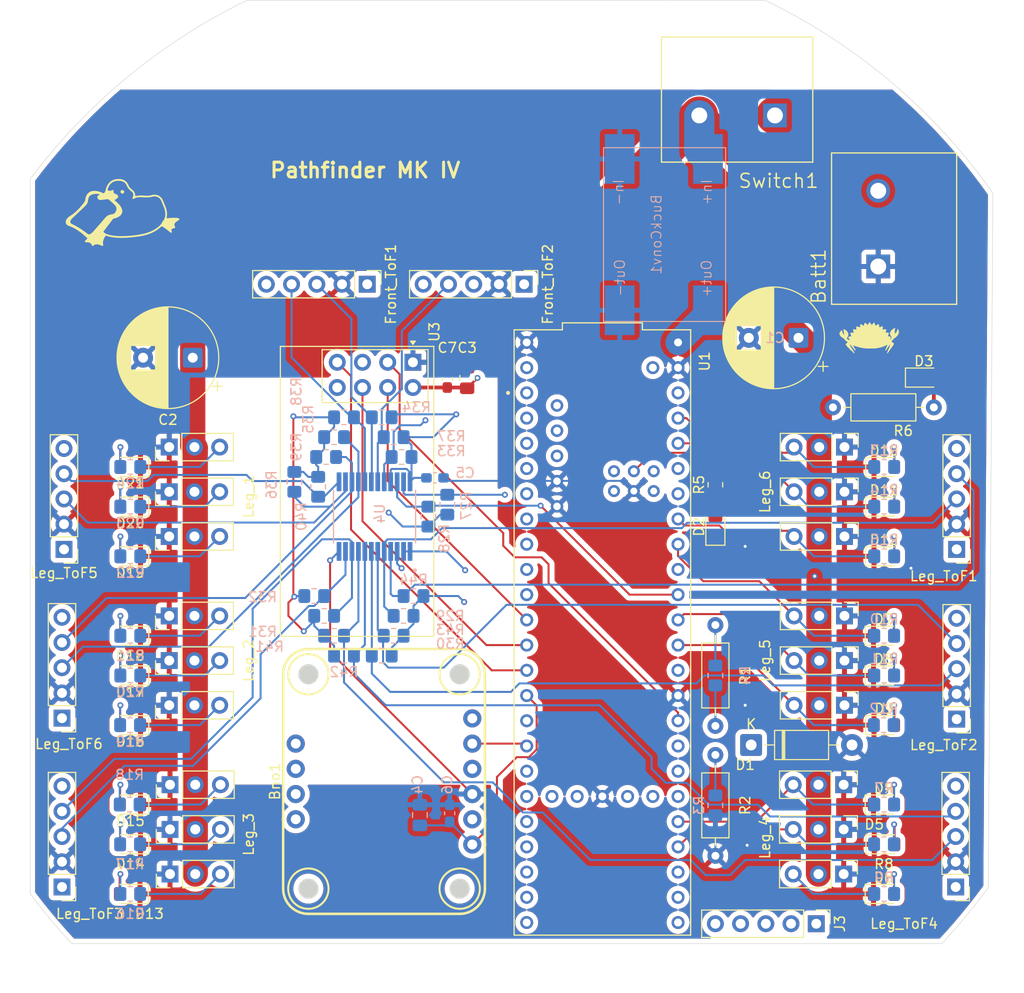
<source format=kicad_pcb>
(kicad_pcb (version 20241229) (generator "pcbnew") (generator_version "9.0")
  (layers (0 "F.Cu" signal) (4 "In1.Cu" signal) (6 "In2.Cu" signal) (2 "B.Cu" signal) (13 "F.Paste" user) (15 "B.Paste" user) (5 "F.SilkS" user "F.Silkscreen") (7 "B.SilkS" user "B.Silkscreen") (1 "F.Mask" user) (3 "B.Mask" user) (25 "Edge.Cuts" user))
  (net 0 "")
  (net 1 "GND")
  (net 2 "Net-(Batt1-Pad2)")
  (net 3 "/Teensy VIN")
  (net 4 "VCC")
  (net 5 "+3.3V")
  (net 6 "Net-(D2-A)")
  (net 7 "Net-(D3-A)")
  (net 8 "Net-(D4-A)")
  (net 9 "Net-(D5-A)")
  (net 10 "Net-(D6-A)")
  (net 11 "Net-(D7-A)")
  (net 12 "Net-(D8-A)")
  (net 13 "Net-(D9-A)")
  (net 14 "Net-(D10-A)")
  (net 15 "/Batt Voltage Div")
  (net 16 "/36")
  (net 17 "/33")
  (net 18 "/37")
  (net 19 "/14")
  (net 20 "/18")
  (net 21 "/15")
  (net 22 "/22")
  (net 23 "/23")
  (net 24 "/19")
  (net 25 "/CE")
  (net 26 "/MISO")
  (net 27 "/CS")
  (net 28 "/SCK")
  (net 30 "/MOSI")
  (net 33 "Net-(D11-A)")
  (net 34 "Net-(D12-A)")
  (net 35 "Net-(D13-A)")
  (net 37 "Net-(D14-A)")
  (net 39 "Net-(D15-A)")
  (net 40 "Net-(D16-A)")
  (net 41 "Net-(D17-A)")
  (net 42 "Net-(D18-A)")
  (net 43 "Net-(D19-A)")
  (net 44 "Net-(D20-A)")
  (net 45 "Net-(D21-A)")
  (net 47 "/2")
  (net 49 "+5V")
  (net 51 "/0")
  (net 52 "/1")
  (net 53 "/5")
  (net 54 "/4")
  (net 55 "/3")
  (net 56 "/6")
  (net 57 "/7")
  (net 58 "/8")
  (net 59 "Net-(R5-Pad2)")
  (net 60 "/I2C Exp SDA")
  (net 61 "/I2C Exp SCL")
  (net 66 "/SCL")
  (net 71 "/SDA")
  (net 72 "/H1")
  (net 73 "/H4")
  (net 74 "/H2")
  (net 75 "/H3")
  (net 76 "/J5")
  (net 77 "/J2")
  (net 78 "/J3")
  (net 79 "/J4")
  (net 80 "/J1")
  (net 81 "/K5")
  (net 82 "/K3")
  (net 83 "/K4")
  (net 84 "/K2")
  (net 85 "/K1")
  (net 86 "/SD6")
  (net 87 "/SC6")
  (net 88 "/SD7")
  (net 89 "/SC7")
  (net 90 "/SD0")
  (net 91 "/SC0")
  (net 92 "/SD1")
  (net 93 "/SC1")
  (net 94 "/SD3")
  (net 95 "/SC3")
  (net 96 "/SC2")
  (net 97 "/SD2")
  (net 98 "/SC4")
  (net 99 "/SD4")
  (net 100 "/SD5")
  (net 101 "/SC5")
  (footprint "Capacitor_SMD:C_0805_2012Metric_Pad1.18x1.45mm_HandSolder" (layer "F.Cu") (at 205 55.0375 90)
    (property "Reference" "C3")
    (property "Value" "10uf")
  )
  (footprint "LED_SMD:LED_0805_2012Metric_Pad1.15x1.40mm_HandSolder" (layer "F.Cu") (at 246.95 81)
    (property "Reference" "D7")
    (property "Value" "LED")
  )
  (footprint "LED_SMD:LED_0805_2012Metric_Pad1.15x1.40mm_HandSolder" (layer "F.Cu") (at 247.025 102)
    (property "Reference" "D5")
    (property "Value" "LED")
  )
  (footprint "LED_SMD:LED_0805_2012Metric_Pad1.15x1.40mm_HandSolder" (layer "F.Cu") (at 246.95 98)
    (property "Reference" "D4")
    (property "Value" "LED")
  )
  (footprint "Connector_PinHeader_2.54mm:PinHeader_1x05_P2.54mm_Vertical" (layer "F.Cu") (at 254.3 89.4 180)
    (property "Reference" "Leg_ToF2")
    (property "Value" "Conn_01x05_Pin")
  )
  (footprint "LED_SMD:LED_0805_2012Metric_Pad1.15x1.40mm_HandSolder" (layer "F.Cu") (at 247 73)
    (property "Reference" "D12")
    (property "Value" "LED")
  )
  (footprint "Connector_PinHeader_2.54mm:PinHeader_1x05_P2.54mm_Vertical" (layer "F.Cu") (at 254.3 72.3 180)
    (property "Reference" "Leg_ToF1")
    (property "Value" "Conn_01x05_Pin")
  )
  (footprint "Resistor_SMD:R_0805_2012Metric_Pad1.20x1.40mm_HandSolder" (layer "F.Cu") (at 230 65.795 90)
    (property "Reference" "R5")
    (property "Value" "510")
  )
  (footprint "Motors:Leg_Servo" (layer "F.Cu") (at 177.62 100.5 90)
    (property "Reference" "Leg_3")
    (property "Value" "~")
  )
  (footprint "Connector_PinHeader_2.54mm:PinHeader_1x05_P2.54mm_Vertical" (layer "F.Cu") (at 164.2 106.3 180)
    (property "Reference" "Leg_ToF3")
    (property "Value" "Conn_01x05_Pin")
  )
  (footprint "Motors:Leg_Servo" (layer "F.Cu") (at 240.46 66.5 -90)
    (property "Reference" "Leg_6")
    (property "Value" "~")
  )
  (footprint "LED_SMD:LED_0805_2012Metric_Pad1.15x1.40mm_HandSolder" (layer "F.Cu") (at 171.08 98 180)
    (property "Reference" "D15")
    (property "Value" "LED")
  )
  (footprint "815:BNO055" (layer "F.Cu") (at 194.217 95.0375 90)
    (property "Reference" "Bno1")
    (property "Value" "~")
    (fp_poly (pts (xy 11.171108 -5.306585) (xy 11.132251 -5.501929) (xy 11.056032 -5.685939) (xy 10.945379 -5.851544) (xy 10.804544 -5.992379) (xy 10.638939 -6.103032) (xy 10.454929 -6.179251) (xy 10.259585 -6.218108) (xy 10.060415 -6.218108) (xy 9.865071 -6.179251) (xy 9.681061 -6.103032) (xy 9.515456 -5.992379) (xy 9.374621 -5.851544) (xy 9.263968 -5.685939) (xy 9.187749 -5.501929) (xy 9.148892 -5.306585) (xy 9.148892 -5.107415) (xy 9.187749 -4.912071) (xy 9.263968 -4.728061) (xy 9.374621 -4.562456) (xy 9.515456 -4.421621) (xy 9.681061 -4.310968) (xy 9.865071 -4.234749) (xy 10.060415 -4.195892) (xy 10.259585 -4.195892) (xy 10.454929 -4.234749) (xy 10.638939 -4.310968) (xy 10.804544 -4.421621) (xy 10.945379 -4.562456) (xy 11.056032 -4.728061) (xy 11.132251 -4.912071) (xy 11.171108 -5.107415)) (fill yes) (layer "Edge.Cuts"))
    (fp_poly (pts (xy -10.418892 -5.306585) (xy -10.457749 -5.501929) (xy -10.533968 -5.685939) (xy -10.644621 -5.851544) (xy -10.785456 -5.992379) (xy -10.951061 -6.103032) (xy -11.135071 -6.179251) (xy -11.330415 -6.218108) (xy -11.529585 -6.218108) (xy -11.724929 -6.179251) (xy -11.908939 -6.103032) (xy -12.074544 -5.992379) (xy -12.215379 -5.851544) (xy -12.326032 -5.685939) (xy -12.402251 -5.501929) (xy -12.441108 -5.306585) (xy -12.441108 -5.107415) (xy -12.402251 -4.912071) (xy -12.326032 -4.728061) (xy -12.215379 -4.562456) (xy -12.074544 -4.421621) (xy -11.908939 -4.310968) (xy -11.724929 -4.234749) (xy -11.529585 -4.195892) (xy -11.330415 -4.195892) (xy -11.135071 -4.234749) (xy -10.951061 -4.310968) (xy -10.785456 -4.421621) (xy -10.644621 -4.562456) (xy -10.533968 -4.728061) (xy -10.457749 -4.912071) (xy -10.418892 -5.107415)) (fill yes) (layer "Edge.Cuts"))
    (fp_poly (pts (xy 11.171108 9.933415) (xy 11.132251 9.738071) (xy 11.056032 9.554061) (xy 10.945379 9.388456) (xy 10.804544 9.247621) (xy 10.638939 9.136968) (xy 10.454929 9.060749) (xy 10.259585 9.021892) (xy 10.060415 9.021892) (xy 9.865071 9.060749) (xy 9.681061 9.136968) (xy 9.515456 9.247621) (xy 9.374621 9.388456) (xy 9.263968 9.554061) (xy 9.187749 9.738071) (xy 9.148892 9.933415) (xy 9.148892 10.132585) (xy 9.187749 10.327929) (xy 9.263968 10.511939) (xy 9.374621 10.677544) (xy 9.515456 10.818379) (xy 9.681061 10.929032) (xy 9.865071 11.005251) (xy 10.060415 11.044108) (xy 10.259585 11.044108) (xy 10.454929 11.005251) (xy 10.638939 10.929032) (xy 10.804544 10.818379) (xy 10.945379 10.677544) (xy 11.056032 10.511939) (xy 11.132251 10.327929) (xy 11.171108 10.132585)) (fill yes) (layer "Edge.Cuts"))
    (fp_poly (pts (xy -10.418892 9.933415) (xy -10.457749 9.738071) (xy -10.533968 9.554061) (xy -10.644621 9.388456) (xy -10.785456 9.247621) (xy -10.951061 9.136968) (xy -11.135071 9.060749) (xy -11.330415 9.021892) (xy -11.529585 9.021892) (xy -11.724929 9.060749) (xy -11.908939 9.136968) (xy -12.074544 9.247621) (xy -12.215379 9.388456) (xy -12.326032 9.554061) (xy -12.402251 9.738071) (xy -12.441108 9.933415) (xy -12.441108 10.132585) (xy -12.402251 10.327929) (xy -12.326032 10.511939) (xy -12.215379 10.677544) (xy -12.074544 10.818379) (xy -11.908939 10.929032) (xy -11.724929 11.005251) (xy -11.529585 11.044108) (xy -11.330415 11.044108) (xy -11.135071 11.005251) (xy -10.951061 10.929032) (xy -10.785456 10.818379) (xy -10.644621 10.677544) (xy -10.533968 10.511939) (xy -10.457749 10.327929) (xy -10.418892 10.132585)) (fill yes) (layer "Edge.Cuts"))
  )
  (footprint "LED_SMD:LED_0805_2012Metric_Pad1.15x1.40mm_HandSolder" (layer "F.Cu") (at 171.08 68 180)
    (property "Reference" "D20")
    (property "Value" "LED")
  )
  (footprint "LED_SMD:LED_0805_2012Metric_Pad1.15x1.40mm_HandSolder" (layer "F.Cu") (at 171.03 107 180)
    (property "Reference" "D13")
    (property "Value" "LED")
  )
  (footprint "Capacitor_SMD:C_0603_1608Metric_Pad1.08x0.95mm_HandSolder" (layer "F.Cu") (at 203 55.1375 90)
    (property "Reference" "C7")
    (property "Value" "0.1uf")
  )
  (footprint "Resistor_THT:R_Axial_DIN0207_L6.3mm_D2.5mm_P10.16mm_Horizontal" (layer "F.Cu") (at 230 90.08 90)
    (property "Reference" "R1")
    (property "Value" "5k")
  )
  (footprint "LED_SMD:LED_0805_2012Metric_Pad1.15x1.40mm_HandSolder" (layer "F.Cu") (at 251 55)
    (property "Reference" "D3")
    (property "Value" "LED")
  )
  (footprint "Connector_PinHeader_2.54mm:PinHeader_1x05_P2.54mm_Vertical" (layer "F.Cu") (at 240.16 110 -90)
    (property "Reference" "J3")
    (property "Value" "Conn_01x05_Pin")
  )
  (footprint "Motors:Leg_Servo" (layer "F.Cu") (at 177.54 66.5 90)
    (property "Reference" "Leg_1")
    (property "Value" "~")
  )
  (footprint "LED_SMD:LED_0805_2012Metric_Pad1.15x1.40mm_HandSolder" (layer "F.Cu") (at 247 64)
    (property "Reference" "D10")
    (property "Value" "LED")
  )
  (footprint "Connector_PinHeader_2.54mm:PinHeader_1x05_P2.54mm_Vertical" (layer "F.Cu") (at 164.2 89.3 180)
    (property "Reference" "Leg_ToF6")
    (property "Value" "Conn_01x05_Pin")
  )
  (footprint "LED_SMD:LED_0805_2012Metric_Pad1.15x1.40mm_HandSolder" (layer "F.Cu") (at 247 90)
    (property "Reference" "D9")
    (property "Value" "LED")
  )
  (footprint "Connector_PinHeader_2.54mm:PinHeader_1x05_P2.54mm_Vertical" (layer "F.Cu") (at 254.2 106.3 180)
    (property "Reference" "Leg_ToF4")
    (property "Value" "Conn_01x05_Pin")
  )
  (footprint "LED_SMD:LED_0805_2012Metric_Pad1.15x1.40mm_HandSolder" (layer "F.Cu") (at 171.08 73 180)
    (property "Reference" "D19")
    (property "Value" "LED")
  )
  (footprint "Resistor_THT:R_Axial_DIN0207_L6.3mm_D2.5mm_P10.16mm_Horizontal" (layer "F.Cu") (at 252 58 180)
    (property "Reference" "R6")
    (property "Value" "4.7k")
  )
  (footprint "Capacitor_THT:CP_Radial_D10.0mm_P5.00mm" (layer "F.Cu") (at 177.367677 53 180)
    (property "Reference" "C2")
    (property "Value" "1500uf")
  )
  (footprint "Connector_PinHeader_2.54mm:PinHeader_1x05_P2.54mm_Vertical" (layer "F.Cu") (at 164.4 72.3 180)
    (property "Reference" "Leg_ToF5")
    (property "Value" "Conn_01x05_Pin")
  )
  (footprint "LED_SMD:LED_0805_2012Metric_Pad1.15x1.40mm_HandSolder" (layer "F.Cu") (at 171.08 102 180)
    (property "Reference" "D14")
    (property "Value" "LED")
  )
  (footprint "TEENSY 4.1:MODULE_DEV-16771" (layer "F.Cu") (at 218.62 80.67 -90)
    (property "Reference" "U1")
    (property "Value" "DEV-16771")
  )
  (footprint "LED_SMD:LED_0805_2012Metric_Pad1.15x1.40mm_HandSolder" (layer "F.Cu") (at 171.08 64 180)
    (property "Reference" "D21")
    (property "Value" "LED")
  )
  (footprint "Motors:Leg_Servo" (layer "F.Cu") (at 240.38 100.5 -90)
    (property "Reference" "Leg_4")
    (property "Value" "~")
  )
  (footprint "Diode_THT:D_DO-41_SOD81_P10.16mm_Horizontal" (layer "F.Cu") (at 233.6 92)
    (property "Reference" "D1")
    (property "Value" "1N47xxA")
  )
  (footprint "Connector_PinHeader_2.54mm:PinHeader_1x05_P2.54mm_Vertical" (layer "F.Cu") (at 194.94 45.6 -90)
    (property "Reference" "Front_ToF1")
    (property "Value" "Conn_01x05_Pin")
  )
  (footprint "LED_SMD:LED_0805_2012Metric_Pad1.15x1.40mm_HandSolder" (layer "F.Cu") (at 171.08 81 180)
    (property "Reference" "D18")
    (property "Value" "LED")
  )
  (footprint "LED_SMD:LED_0805_2012Metric_Pad1.15x1.40mm_HandSolder" (layer "F.Cu") (at 230 70.025 90)
    (property "Reference" "D2")
    (property "Value" "LED")
  )
  (footprint "Motors:Leg_Servo" (layer "F.Cu") (at 177.54 83.5 90)
    (property "Reference" "Leg_2")
    (property "Value" "~")
  )
  (footprint "LED_SMD:LED_0805_2012Metric_Pad1.15x1.40mm_HandSolder" (layer "F.Cu") (at 246.95 85)
    (property "Reference" "D8")
    (property "Value" "LED")
  )
  (footprint "Capacitor_THT:CP_Radial_D10.0mm_P5.00mm" (layer "F.Cu") (at 238.367677 51 180)
    (property "Reference" "C1")
    (property "Value" "1500uf")
  )
  (footprint "LED_SMD:LED_0805_2012Metric_Pad1.15x1.40mm_HandSolder" (layer "F.Cu") (at 246.95 107)
    (property "Reference" "D6")
    (property "Value" "LED")
  )
  (footprint "Terminal 2 Pin:CUI_TB005-762-02BE" (layer "F.Cu") (at 236 28.6 180)
    (property "Reference" "Switch1")
    (property "Value" "TB005-762-02BE")
  )
  (footprint "Connector_PinHeader_2.54mm:PinHeader_1x05_P2.54mm_Vertical" (layer "F.Cu") (at 210.74 45.6 -90)
    (property "Reference" "Front_ToF2")
    (property "Value" "Conn_01x05_Pin")
  )
  (footprint "LED_SMD:LED_0805_2012Metric_Pad1.15x1.40mm_HandSolder" (layer "F.Cu") (at 247 68)
    (property "Reference" "D11")
    (property "Value" "LED")
  )
  (footprint "Motors:Leg_Servo" (layer "F.Cu") (at 240.46 83.5 -90)
    (property "Reference" "Leg_5")
    (property "Value" "~")
  )
  (footprint "LED_SMD:LED_0805_2012Metric_Pad1.15x1.40mm_HandSolder" (layer "F.Cu") (at 171.08 90 180)
    (property "Reference" "D16")
    (property "Value" "LED")
  )
  (footprint "RF_Module:nRF24L01_Breakout" (layer "F.Cu") (at 199.54 53.46 -90)
    (property "Reference" "U3")
    (property "Value" "NRF24L01_Breakout")
  )
  (footprint "Resistor_THT:R_Axial_DIN0207_L6.3mm_D2.5mm_P10.16mm_Horizontal" (layer "F.Cu") (at 230 103.16 90)
    (property "Reference" "R2")
    (property "Value" "4.7k")
  )
  (footprint "Terminal 2 Pin:CUI_TB005-762-02BE" (layer "F.Cu") (at 246.4 43.81 90)
    (property "Reference" "Batt1")
    (property "Value" "TB005-762-02BE")
  )
  (footprint "LED_SMD:LED_0805_2012Metric_Pad1.15x1.40mm_HandSolder" (layer "F.Cu") (at 171.08 85 180)
    (property "Reference" "D17")
    (property "Value" "LED")
  )
  (footprint "Resistor_SMD:R_0805_2012Metric_Pad1.20x1.40mm_HandSolder" (layer "B.Cu") (at 171.015 98)
    (property "Reference" "R18")
    (property "Value" "510")
  )
  (footprint "Capacitor_SMD:C_0603_1608Metric_Pad1.08x0.95mm_HandSolder" (layer "B.Cu") (at 201.7625 65.1)
    (property "Reference" "C5")
    (property "Value" "0.1uf")
  )
  (footprint "PCA9548ADB:SOP65P780X200-24N" (layer "B.Cu") (at 195.675 69 90)
    (property "Reference" "U4")
    (property "Value" "PCA9548ADB")
  )
  (footprint "Resistor_SMD:R_0805_2012Metric_Pad1.20x1.40mm_HandSolder" (layer "B.Cu") (at 187.6 65.5 -90)
    (property "Reference" "R36")
    (property "Value" "10k")
  )
  (footprint "Resistor_SMD:R_0805_2012Metric_Pad1.20x1.40mm_HandSolder" (layer "B.Cu") (at 246.975 102 180)
    (property "Reference" "R8")
    (property "Value" "510")
  )
  (footprint "Resistor_SMD:R_0805_2012Metric_Pad1.20x1.40mm_HandSolder" (layer "B.Cu") (at 171.08 85)
    (property "Reference" "R20")
    (property "Value" "510")
  )
  (footprint "Resistor_SMD:R_0805_2012Metric_Pad1.20x1.40mm_HandSolder" (layer "B.Cu") (at 190.8 63)
    (property "Reference" "R39")
    (property "Value" "10k")
  )
  (footprint "Resistor_SMD:R_0805_2012Metric_Pad1.20x1.40mm_HandSolder" (layer "B.Cu") (at 198.6 79 180)
    (property "Reference" "R29")
    (property "Value" "10k")
  )
  (footprint "Resistor_SMD:R_0805_2012Metric_Pad1.20x1.40mm_HandSolder" (layer "B.Cu") (at 190.6 79)
    (property "Reference" "R41")
    (property "Value" "10k")
  )
  (footprint "Resistor_SMD:R_0805_2012Metric_Pad1.20x1.40mm_HandSolder" (layer "B.Cu") (at 192.6 83)
    (property "Reference" "R42")
    (property "Value" "10k")
  )
  (footprint "Resistor_SMD:R_0805_2012Metric_Pad1.20x1.40mm_HandSolder" (layer "B.Cu") (at 247 73 180)
    (property "Reference" "R15")
    (property "Value" "510")
  )
  (footprint "Resistor_SMD:R_0805_2012Metric_Pad1.20x1.40mm_HandSolder" (layer "B.Cu") (at 191.6 81)
    (property "Reference" "R31")
    (property "Value" "10k")
  )
  (footprint "Resistor_SMD:R_0805_2012Metric_Pad1.20x1.40mm_HandSolder" (layer "B.Cu") (at 197.6 81 180)
    (property "Reference" "R43")
    (property "Value" "10k")
  )
  (footprint "Resistor_SMD:R_0805_2012Metric_Pad1.20x1.40mm_HandSolder" (layer "B.Cu") (at 246.95 90 180)
    (property "Reference" "R12")
    (property "Value" "510")
  )
  (footprint "Resistor_SMD:R_0805_2012Metric_Pad1.20x1.40mm_HandSolder" (layer "B.Cu") (at 247 68 180)
    (property "Reference" "R14")
    (property "Value" "510")
  )
  (footprint "Capacitor_SMD:C_0603_1608Metric_Pad1.08x0.95mm_HandSolder" (layer "B.Cu") (at 203.24 98.8825 90)
    (property "Reference" "C6")
    (property "Value" "0.1uf")
  )
  (footprint "Resistor_SMD:R_0805_2012Metric_Pad1.20x1.40mm_HandSolder" (layer "B.Cu") (at 171.08 107)
    (property "Reference" "R16")
    (property "Value" "510")
  )
  (footprint "Resistor_SMD:R_0805_2012Metric_Pad1.20x1.40mm_HandSolder" (layer "B.Cu") (at 189.6 77)
    (property "Reference" "R32")
    (property "Value" "10k")
  )
  (footprint "Resistor_SMD:R_0805_2012Metric_Pad1.20x1.40mm_HandSolder" (layer "B.Cu") (at 171.055 90)
    (property "Reference" "R19")
    (property "Value" "510")
  )
  (footprint "Resistor_SMD:R_0805_2012Metric_Pad1.20x1.40mm_HandSolder" (layer "B.Cu") (at 197.6 61 180)
    (property "Reference" "R37")
    (property "Value" "10k")
  )
  (footprint "Resistor_SMD:R_0805_2012Metric_Pad1.20x1.40mm_HandSolder" (layer "B.Cu") (at 203 67.8 -90)
    (property "Reference" "R27")
    (property "Value" "10k")
  )
  (footprint "Buck Converter 5V MP1584EN:Buck Converter 5V MP1584EN" (layer "B.Cu") (at 233.066 40.6 -90)
    (property "Reference" "BuckConv1")
    (property "Value" "~")
  )
  (footprint "Resistor_SMD:R_0805_2012Metric_Pad1.20x1.40mm_HandSolder" (layer "B.Cu") (at 191.6 61)
    (property "Reference" "R35")
    (property "Value" "10k")
  )
  (footprint "Resistor_SMD:R_0805_2012Metric_Pad1.20x1.40mm_HandSolder" (layer "B.Cu") (at 247 81 180)
    (property "Reference" "R10")
    (property "Value" "510")
  )
  (footprint "Resistor_SMD:R_0805_2012Metric_Pad1.20x1.40mm_HandSolder" (layer "B.Cu") (at 171.08 68)
    (property "Reference" "R23")
    (property "Value" "510")
  )
  (footprint "Resistor_SMD:R_0805_2012Metric_Pad1.20x1.40mm_HandSolder" (layer "B.Cu") (at 198.4 63 180)
    (property "Reference" "R33")
    (property "Value" "10k")
  )
  (footprint "Resistor_SMD:R_0805_2012Metric_Pad1.20x1.40mm_HandSolder" (layer "B.Cu") (at 171.055 102)
    (property "Reference" "R17")
    (property "Value" "510")
  )
  (footprint "Resistor_SMD:R_0805_2012Metric_Pad1.20x1.40mm_HandSolder" (layer "B.Cu") (at 247 64 180)
    (property "Reference" "R13")
    (property "Value" "510")
  )
  (footprint "Resistor_SMD:R_0805_2012Metric_Pad1.20x1.40mm_HandSolder" (layer "B.Cu") (at 247 98 180)
    (property "Reference" "R7")
    (property "Value" "510")
  )
  (footprint "Resistor_SMD:R_0805_2012Metric_Pad1.20x1.40mm_HandSolder" (layer "B.Cu") (at 247 107 180)
    (property "Reference" "R9")
    (property "Value" "510")
  )
  (footprint "Resistor_SMD:R_0805_2012Metric_Pad1.20x1.40mm_HandSolder" (layer "B.Cu") (at 192.6 59)
    (property "Reference" "R38")
    (property "Value" "10k")
  )
  (footprint "Resistor_SMD:R_0805_2012Metric_Pad1.20x1.40mm_HandSolder" (layer "B.Cu") (at 230 98.08 -90)
    (property "Reference" "R3")
    (property "Value" "4.7k")
  )
  (footprint "Resistor_SMD:R_0805_2012Metric_Pad1.20x1.40mm_HandSolder" (layer "B.Cu") (at 190 66 -90)
    (property "Reference" "R40")
    (property "Value" "10k")
  )
  (footprint "Resistor_SMD:R_0805_2012Metric_Pad1.20x1.40mm_HandSolder" (layer "B.Cu") (at 196.4 59 180)
    (property "Reference" "R34")
    (property "Value" "10k")
  )
  (footprint "Resistor_SMD:R_0805_2012Metric_Pad1.20x1.40mm_HandSolder" (layer "B.Cu") (at 247 85 180)
    (property "Reference" "R11")
    (property "Value" "510")
  )
  (footprint "Resistor_SMD:R_0805_2012Metric_Pad1.20x1.40mm_HandSolder" (layer "B.Cu") (at 171.08 73)
    (property "Reference" "R22")
    (property "Value" "510")
  )
  (footprint "Resistor_SMD:R_0805_2012Metric_Pad1.20x1.40mm_HandSolder" (layer "B.Cu") (at 171.08 64)
    (property "Reference" "R24")
    (property "Value" "510")
  )
  (footprint "Resistor_SMD:R_0805_2012Metric_Pad1.20x1.40mm_HandSolder" (layer "B.Cu") (at 201.1 69 -90)
    (property "Reference" "R28")
    (property "Value" "10k")
  )
  (footprint "Resistor_SMD:R_0805_2012Metric_Pad1.20x1.40mm_HandSolder" (layer "B.Cu") (at 196.4 83 180)
    (property "Reference" "R30")
    (property "Value" "10k")
  )
  (footprint "Resistor_SMD:R_0805_2012Metric_Pad1.20x1.40mm_HandSolder" (layer "B.Cu") (at 199.6 77 180)
    (property "Reference" "R44")
    (property "Value" "10k")
  )
  (footprint "Capacitor_SMD:C_0805_2012Metric_Pad1.18x1.45mm_HandSolder" (layer "B.Cu") (at 200.24 99.0575 90)
    (property "Reference" "C4")
    (property "Value" "10uf")
  )
  (footprint "Resistor_SMD:R_0805_2012Metric_Pad1.20x1.40mm_HandSolder" (layer "B.Cu") (at 230 85 -90)
    (property "Reference" "R4")
    (property "Value" "5k")
  )
  (footprint "Resistor_SMD:R_0805_2012Metric_Pad1.20x1.40mm_HandSolder" (layer "B.Cu") (at 171.08 81)
    (property "Reference" "R21")
    (property "Value" "510")
  )
  (gr_line (start 240.38 105) (end 240.46 62) (stroke (width 2.54)) (layer "F.Cu") (net 4))
  (gr_poly (pts (xy 243.883333 52.468438) (xy 243.870104 52.494896) (xy 243.843645 52.441979)) (fill yes) (layer "F.SilkS"))
  (gr_poly (pts (xy 245.11373 51.009666) (xy 245.119703 51.010183) (xy 245.126047 51.010954) (xy 245.132825 51.011973) (xy 245.140104 51.013229) (xy 245.148095 51.019389) (xy 245.155775 51.025657) (xy 245.163137 51.032052) (xy 245.170172 51.038593) (xy 245.176873 51.045301) (xy 245.183233 51.052196) (xy 245.189244 51.059296) (xy 245.194897 51.066622) (xy 245.200186 51.074193) (xy 245.205103 51.082028) (xy 245.209639 51.090148) (xy 245.213788 51.098572) (xy 245.217541 51.10732) (xy 245.220891 51.116411) (xy 245.223831 51.125866) (xy 245.226352 51.135702) (xy 245.226722 51.148604) (xy 245.226616 51.160928) (xy 245.226017 51.172731) (xy 245.22491 51.184068) (xy 245.223281 51.194996) (xy 245.221114 51.205571) (xy 245.218394 51.21585) (xy 245.215106 51.225887) (xy 245.211236 51.235741) (xy 245.206768 51.245466) (xy 245.201687 51.255119) (xy 245.195978 51.264756) (xy 245.189626 51.274434) (xy 245.182616 51.284208) (xy 245.174933 51.294135) (xy 245.166562 51.304271) (xy 245.159569 51.307609) (xy 245.152822 51.310506) (xy 245.146279 51.312985) (xy 245.1399 51.31507) (xy 245.13364 51.316782) (xy 245.127459 51.318144) (xy 245.121315 51.319179) (xy 245.115165 51.31991) (xy 245.108968 51.320358) (xy 245.102681 51.320547) (xy 245.096263 51.320499) (xy 245.089671 51.320237) (xy 245.082864 51.319784) (xy 245.075799 51.319161) (xy 245.060729 51.3175) (xy 245.050484 51.306638) (xy 245.041227 51.296087) (xy 245.032914 51.285768) (xy 245.025502 51.275601) (xy 245.018945 51.265508) (xy 245.0132 51.255408) (xy 245.008223 51.245224) (xy 245.00397 51.234874) (xy 245.000396 51.224281) (xy 244.997458 51.213364) (xy 244.995111 51.202045) (xy 244.993312 51.190243) (xy 244.992016 51.177881) (xy 244.991179 51.164878) (xy 244.990758 51.151155) (xy 244.990707 51.136633) (xy 244.991982 51.128113) (xy 244.993603 51.11998) (xy 244.995563 51.112197) (xy 244.99785 51.104729) (xy 245.000457 51.097539) (xy 245.003373 51.090591) (xy 245.006589 51.083849) (xy 245.010096 51.077276) (xy 245.013884 51.070837) (xy 245.017945 51.064494) (xy 245.022269 51.058213) (xy 245.026845 51.051957) (xy 245.031666 51.04569) (xy 245.036722 51.039375) (xy 245.047499 51.026458) (xy 245.054054 51.023251) (xy 245.060205 51.020401) (xy 245.066018 51.017899) (xy 245.071556 51.015737) (xy 245.076885 51.013907) (xy 245.082068 51.0124) (xy 245.087171 51.011207) (xy 245.092257 51.010321) (xy 245.097392 51.009732) (xy 245.102639 51.009432) (xy 245.108064 51.009413)) (fill yes) (layer "F.SilkS"))
  (gr_poly (pts (xy 247.150937 52.150937) (xy 247.124479 52.190625) (xy 247.137708 52.11125)) (fill yes) (layer "F.SilkS"))
  (gr_poly (pts (xy 247.322916 51.767292) (xy 247.296458 51.79375) (xy 247.309687 51.727604)) (fill yes) (layer "F.SilkS"))
  (gr_poly (pts (xy 243.724583 51.992187) (xy 243.711354 52.018646) (xy 243.698125 51.978958)) (fill yes) (layer "F.SilkS"))
  (gr_poly (pts (xy 246.46302 52.005417) (xy 246.396875 52.005417) (xy 246.396875 51.992187) (xy 246.46302 51.992187)) (fill yes) (layer "F.SilkS"))
  (gr_poly (pts (xy 245.933854 51.264583) (xy 245.933854 51.291042) (xy 246.013229 51.304271) (xy 245.973541 51.330729) (xy 245.959771 51.324323) (xy 245.953206 51.321065) (xy 245.946836 51.317739) (xy 245.94065 51.314325) (xy 245.934633 51.3108) (xy 245.928773 51.307142) (xy 245.923057 51.303329) (xy 245.917471 51.299339) (xy 245.912003 51.295149) (xy 245.90664 51.290738) (xy 245.901368 51.286083) (xy 245.896175 51.281162) (xy 245.891048 51.275953) (xy 245.885973 51.270434) (xy 245.880937 51.264583) (xy 245.880937 51.238125)) (fill yes) (layer "F.SilkS"))
  (gr_poly (pts (xy 246.092604 51.013229) (xy 246.105833 51.066146) (xy 246.091454 51.059186) (xy 246.077572 51.051898) (xy 246.064102 51.044259) (xy 246.050961 51.036247) (xy 246.038064 51.027838) (xy 246.025327 51.019009) (xy 246.012667 51.009738) (xy 246 51)) (fill yes) (layer "F.SilkS"))
  (gr_poly (pts (xy 247.313847 52.387869) (xy 247.315567 52.393308) (xy 247.317032 52.398444) (xy 247.31823 52.403336) (xy 247.31915 52.408047) (xy 247.31978 52.412635) (xy 247.320108 52.417164) (xy 247.320124 52.421692) (xy 247.319816 52.426282) (xy 247.319172 52.430994) (xy 247.318181 52.435889) (xy 247.316831 52.441027) (xy 247.315111 52.446471) (xy 247.313009 52.45228) (xy 247.310514 52.458516) (xy 247.296458 52.481667) (xy 247.309687 52.375834)) (fill yes) (layer "F.SilkS"))
  (gr_poly (pts (xy 243.355958 51.960116) (xy 243.369192 51.967167) (xy 243.375264 51.970598) (xy 243.38104 51.974029) (xy 243.386571 51.977506) (xy 243.391905 51.981077) (xy 243.397093 51.984788) (xy 243.402186 51.988687) (xy 243.407233 51.99282) (xy 243.412285 51.997234) (xy 243.417392 52.001977) (xy 243.422603 52.007096) (xy 243.42797 52.012636) (xy 243.433541 52.018646) (xy 243.420312 52.045104) (xy 243.340937 51.9525)) (fill yes) (layer "F.SilkS"))
  (gr_poly (pts (xy 248.487083 50.52375) (xy 248.473854 50.52375) (xy 248.473854 50.444375) (xy 248.487083 50.444375)) (fill yes) (layer "F.SilkS"))
  (gr_poly (pts (xy 242.825 50.444375) (xy 242.81177 50.484063) (xy 242.798541 50.417917)) (fill yes) (layer "F.SilkS"))
  (gr_poly (pts (xy 244.872318 52.010853) (xy 244.961644 52.016843) (xy 245.050903 52.023735) (xy 245.140104 52.031875) (xy 245.140104 52.045104) (xy 245.094548 52.045849) (xy 245.049601 52.045364) (xy 245.005089 52.043683) (xy 244.960836 52.040845) (xy 244.916666 52.036886) (xy 244.872407 52.031842) (xy 244.827882 52.025749) (xy 244.782916 52.018646) (xy 244.782916 52.005417)) (fill yes) (layer "F.SilkS"))
  (gr_poly (pts (xy 244.174375 50.179792) (xy 244.134687 50.153333) (xy 244.200833 50.153333)) (fill yes) (layer "F.SilkS"))
  (gr_poly (pts (xy 246.766926 51.918645) (xy 246.776293 51.919376) (xy 246.786049 51.920828) (xy 246.796256 51.923037) (xy 246.806979 51.926042) (xy 246.788422 51.932712) (xy 246.770507 51.938563) (xy 246.761706 51.941158) (xy 246.752965 51.943522) (xy 246.74425 51.945646) (xy 246.735528 51.947521) (xy 246.726764 51.949138) (xy 246.717927 51.950488) (xy 246.708981 51.951563) (xy 246.699894 51.952354) (xy 246.690631 51.952852) (xy 246.68116 51.953048) (xy 246.671447 51.952934) (xy 246.661458 51.9525) (xy 246.680495 51.942759) (xy 246.689507 51.938335) (xy 246.698265 51.934259) (xy 246.706836 51.930568) (xy 246.715281 51.9273) (xy 246.723666 51.924491) (xy 246.732055 51.922179) (xy 246.740511 51.920401) (xy 246.749099 51.919194) (xy 246.757883 51.918597)) (fill yes) (layer "F.SilkS"))
  (gr_poly (pts (xy 245.897022 51.072163) (xy 245.89946 51.077939) (xy 245.901509 51.083515) (xy 245.903201 51.088932) (xy 245.904564 51.09423) (xy 245.90563 51.099449) (xy 245.906429 51.104631) (xy 245.90699 51.109816) (xy 245.907345 51.115045) (xy 245.907523 51.120357) (xy 245.907554 51.125794) (xy 245.907468 51.131396) (xy 245.906569 51.15627) (xy 245.906115 51.179932) (xy 245.906043 51.18975) (xy 245.906127 51.198489) (xy 245.906406 51.206346) (xy 245.906922 51.213519) (xy 245.907714 51.220204) (xy 245.908822 51.226601) (xy 245.910285 51.232905) (xy 245.912145 51.239315) (xy 245.91444 51.246027) (xy 245.917211 51.25324) (xy 245.920498 51.261151) (xy 245.924341 51.269956) (xy 245.933854 51.291042) (xy 245.94726 51.294967) (xy 245.95781 51.297933) (xy 245.962305 51.299105) (xy 245.966435 51.300095) (xy 245.970316 51.300923) (xy 245.974064 51.301608) (xy 245.977796 51.30217) (xy 245.981628 51.302627) (xy 245.985676 51.303) (xy 245.990057 51.303308) (xy 246.00028 51.303804) (xy 246.013229 51.304271) (xy 245.973541 51.330729) (xy 245.96436 51.326933) (xy 245.955687 51.322956) (xy 245.947486 51.31878) (xy 245.939723 51.314386) (xy 245.932361 51.309757) (xy 245.925365 51.304874) (xy 245.9187 51.29972) (xy 245.912329 51.294276) (xy 245.906217 51.288524) (xy 245.900329 51.282447) (xy 245.89463 51.276025) (xy 245.889082 51.269242) (xy 245.883652 51.262078) (xy 245.878303 51.254516) (xy 245.873 51.246538) (xy 245.867708 51.238125) (xy 245.868819 51.223591) (xy 245.869775 51.212235) (xy 245.870731 51.203127) (xy 245.871257 51.199126) (xy 245.871842 51.195337) (xy 245.872504 51.191645) (xy 245.873263 51.187934) (xy 245.875149 51.179989) (xy 245.877655 51.170571) (xy 245.880937 51.15875) (xy 245.854478 51.15875) (xy 245.869051 51.113585) (xy 245.874012 51.099219) (xy 245.878043 51.088884) (xy 245.879855 51.084888) (xy 245.881609 51.081494) (xy 245.883362 51.078564) (xy 245.885174 51.075964) (xy 245.887103 51.073558) (xy 245.889205 51.07121) (xy 245.894166 51.066146)) (fill yes) (layer "F.SilkS"))
  (gr_poly (pts (xy 246.507565 49.777026) (xy 246.514283 49.820951) (xy 246.520795 49.864669) (xy 246.522579 49.877554) (xy 246.523415 49.882863) (xy 246.524281 49.88754) (xy 246.525229 49.89168) (xy 246.526309 49.895376) (xy 246.527573 49.89872) (xy 246.528289 49.90029) (xy 246.529071 49.901807) (xy 246.529924 49.903283) (xy 246.530855 49.904729) (xy 246.532976 49.907581) (xy 246.535484 49.910456) (xy 246.538431 49.913446) (xy 246.541867 49.916646) (xy 246.545844 49.920149) (xy 246.555624 49.928438) (xy 246.502708 49.915208) (xy 246.489479 49.743229) (xy 246.502708 49.743229)) (fill yes) (layer "F.SilkS"))
  (gr_poly (pts (xy 245.35177 49.677083) (xy 245.298854 49.663854) (xy 245.338541 49.650625)) (fill yes) (layer "F.SilkS"))
  (gr_poly (pts (xy 246.396875 52.005417) (xy 246.396875 52.018646) (xy 246.355341 52.025707) (xy 246.314141 52.03178) (xy 246.273135 52.036822) (xy 246.232184 52.040792) (xy 246.191149 52.043647) (xy 246.149891 52.045346) (xy 246.108269 52.045846) (xy 246.066145 52.045104) (xy 246.066145 52.031875) (xy 246.17942 52.018646) (xy 246.211485 52.014822) (xy 246.234763 52.012319) (xy 246.257914 52.01016) (xy 246.280986 52.008363) (xy 246.304029 52.006945) (xy 246.327091 52.005924) (xy 246.35022 52.005317) (xy 246.373465 52.005142)) (fill yes) (layer "F.SilkS"))
  (gr_poly (pts (xy 244.782916 52.005417) (xy 244.703541 52.005417) (xy 244.703541 51.992187) (xy 244.782916 51.992187)) (fill yes) (layer "F.SilkS"))
  (gr_poly (pts (xy 242.732395 50.947083) (xy 242.692708 50.947083) (xy 242.692708 50.933854)) (fill yes) (layer "F.SilkS"))
  (gr_poly (pts (xy 244.042083 52.018646) (xy 244.028854 52.058333) (xy 244.015625 52.005417)) (fill yes) (layer "F.SilkS"))
  (gr_poly (pts (xy 245.145299 51.543446) (xy 245.163706 51.544786) (xy 245.182095 51.546378) (xy 245.200462 51.548184) (xy 245.241028 51.552266) (xy 245.272395 51.555625) (xy 245.245937 51.568854) (xy 245.245937 51.595312) (xy 245.222213 51.596877) (xy 245.212464 51.597414) (xy 245.203908 51.59775) (xy 245.196381 51.597855) (xy 245.189722 51.597701) (xy 245.183768 51.597257) (xy 245.178357 51.596496) (xy 245.173327 51.595387) (xy 245.168515 51.593902) (xy 245.163759 51.592013) (xy 245.158898 51.589689) (xy 245.153767 51.586901) (xy 245.148206 51.583622) (xy 245.135143 51.575469) (xy 245.113645 51.555625) (xy 245.126875 51.542396)) (fill yes) (layer "F.SilkS"))
  (gr_poly (pts (xy 243.155729 51.740833) (xy 243.12927 51.727604) (xy 243.12927 51.687917)) (fill yes) (layer "F.SilkS"))
  (gr_poly (pts (xy 248.05052 51.052917) (xy 248.010833 51.052917) (xy 248.024062 51.039688)) (fill yes) (layer "F.SilkS"))
  (gr_poly (pts (xy 244.042083 52.547813) (xy 244.028854 52.574271) (xy 244.015625 52.508125)) (fill yes) (layer "F.SilkS"))
  (gr_poly (pts (xy 246.079374 49.558021) (xy 246.066145 49.597708) (xy 246.052916 49.531563)) (fill yes) (layer "F.SilkS"))
  (gr_poly (pts (xy 243.221875 51.357187) (xy 243.182187 51.357187) (xy 243.182187 51.343958)) (fill yes) (layer "F.SilkS"))
  (gr_poly (pts (xy 243.376132 50.506119) (xy 243.379673 50.509875) (xy 243.382718 50.513337) (xy 243.384066 50.514993) (xy 243.385307 50.516616) (xy 243.386443 50.51822) (xy 243.387481 50.519819) (xy 243.388426 50.521427) (xy 243.389283 50.523057) (xy 243.390057 50.524722) (xy 243.390753 50.526437) (xy 243.391377 50.528215) (xy 243.391932 50.53007) (xy 243.392426 50.532014) (xy 243.392862 50.534063) (xy 243.393246 50.536229) (xy 243.393584 50.538526) (xy 243.393879 50.540968) (xy 243.394138 50.543568) (xy 243.394566 50.549298) (xy 243.39491 50.555825) (xy 243.395507 50.571706) (xy 243.393854 50.616354) (xy 243.380625 50.616354) (xy 243.367395 50.497292)) (fill yes) (layer "F.SilkS"))
  (gr_poly (pts (xy 243.12927 51.687917) (xy 243.116041 51.687917) (xy 243.116041 51.621771) (xy 243.12927 51.621771)) (fill yes) (layer "F.SilkS"))
  (gr_poly (pts (xy 244.425729 49.862292) (xy 244.386041 49.875521) (xy 244.359583 49.849063)) (fill yes) (layer "F.SilkS"))
  (gr_poly (pts (xy 247.25677 51.926042) (xy 247.245453 51.943147) (xy 247.241306 51.94918) (xy 247.237547 51.95436) (xy 247.23371 51.959308) (xy 247.22933 51.964644) (xy 247.223943 51.970987) (xy 247.217083 51.978958) (xy 247.220933 51.958159) (xy 247.224007 51.942165) (xy 247.226617 51.929892) (xy 247.227844 51.924811) (xy 247.229072 51.920254) (xy 247.230338 51.916084) (xy 247.231681 51.912167) (xy 247.233141 51.908365) (xy 247.234756 51.904544) (xy 247.238606 51.896302) (xy 247.243541 51.886354)) (fill yes) (layer "F.SilkS"))
  (gr_poly (pts (xy 243.473229 52.058333) (xy 243.46 52.084792) (xy 243.433541 52.045104)) (fill yes) (layer "F.SilkS"))
  (gr_poly (pts (xy 242.864687 50.52375) (xy 242.851458 50.550208) (xy 242.838229 50.510521)) (fill yes) (layer "F.SilkS"))
  (gr_poly (pts (xy 248.088783 50.13295) (xy 248.082766 50.279837) (xy 248.080518 50.331023) (xy 248.07858 50.380761) (xy 248.076691 50.426317) (xy 248.077046 50.443762) (xy 248.077859 50.461008) (xy 248.079091 50.478112) (xy 248.080705 50.495129) (xy 248.082662 50.512114) (xy 248.084923 50.529124) (xy 248.087451 50.546213) (xy 248.090208 50.563438) (xy 248.05052 50.563438) (xy 248.049767 50.504984) (xy 248.050358 50.44691) (xy 248.052201 50.389107) (xy 248.055205 50.331468) (xy 248.059277 50.273887) (xy 248.064325 50.216256) (xy 248.070256 50.158468) (xy 248.076979 50.100417) (xy 248.090208 50.100417)) (fill yes) (layer "F.SilkS"))
  (gr_poly (pts (xy 242.750382 50.23996) (xy 242.754638 50.246711) (xy 242.758425 50.253044) (xy 242.761779 50.25904) (xy 242.764731 50.264781) (xy 242.767317 50.270347) (xy 242.769568 50.275822) (xy 242.771519 50.281286) (xy 242.773204 50.286821) (xy 242.774656 50.292509) (xy 242.775908 50.29843) (xy 242.776994 50.304668) (xy 242.777948 50.311303) (xy 242.778803 50.318417) (xy 242.780351 50.334408) (xy 242.783348 50.366809) (xy 242.785312 50.391458) (xy 242.780061 50.381545) (xy 242.775367 50.371788) (xy 242.771189 50.362155) (xy 242.767487 50.352611) (xy 242.764221 50.343122) (xy 242.761352 50.333655) (xy 242.758838 50.324176) (xy 242.756641 50.31465) (xy 242.754719 50.305044) (xy 242.753033 50.295324) (xy 242.750209 50.275406) (xy 242.747846 50.254625) (xy 242.745625 50.232708)) (fill yes) (layer "F.SilkS"))
  (gr_poly (pts (xy 243.883333 50.338542) (xy 243.870104 50.338542) (xy 243.870104 50.272396) (xy 243.883333 50.272396)) (fill yes) (layer "F.SilkS"))
  (gr_poly (pts (xy 243.340937 51.926042) (xy 243.327708 51.9525) (xy 243.31086 51.93628) (xy 243.294222 51.919841) (xy 243.277791 51.903195) (xy 243.261562 51.886354) (xy 243.261562 51.859896)) (fill yes) (layer "F.SilkS"))
  (gr_poly (pts (xy 246.227059 51.479131) (xy 246.228541 51.479245) (xy 246.230085 51.479427) (xy 246.231702 51.479677) (xy 246.233405 51.479998) (xy 246.235203 51.480388) (xy 246.237109 51.480849) (xy 246.241289 51.481985) (xy 246.246035 51.483411) (xy 246.251439 51.485132) (xy 246.264583 51.489479) (xy 246.254162 51.498547) (xy 246.2439 51.50717) (xy 246.233737 51.515324) (xy 246.223618 51.522985) (xy 246.213484 51.530127) (xy 246.203279 51.536727) (xy 246.192943 51.54276) (xy 246.18242 51.5482) (xy 246.171653 51.553024) (xy 246.160583 51.557207) (xy 246.149153 51.560724) (xy 246.137306 51.56355) (xy 246.124984 51.565662) (xy 246.11213 51.567033) (xy 246.098685 51.567641) (xy 246.084594 51.567459) (xy 246.060067 51.564934) (xy 246.035609 51.562132) (xy 246.011188 51.559035) (xy 245.98677 51.555625) (xy 245.98677 51.542396) (xy 246.011988 51.541362) (xy 246.038751 51.539159) (xy 246.051525 51.537737) (xy 246.063954 51.536064) (xy 246.076082 51.534112) (xy 246.087955 51.531851) (xy 246.099618 51.529254) (xy 246.111115 51.526293) (xy 246.122491 51.522938) (xy 246.133792 51.519162) (xy 246.145061 51.514936) (xy 246.156345 51.510232) (xy 246.167688 51.505022) (xy 246.179135 51.499277) (xy 246.19073 51.492968) (xy 246.202519 51.486069) (xy 246.209983 51.482854) (xy 246.213155 51.481604) (xy 246.216075 51.480599) (xy 246.21747 51.48019) (xy 246.218835 51.479844) (xy 246.220183 51.479562) (xy 246.221525 51.479345) (xy 246.222872 51.479192) (xy 246.224236 51.479105) (xy 246.225628 51.479085)) (fill yes) (layer "F.SilkS"))
  (gr_poly (pts (xy 242.98375 51.145521) (xy 242.973672 51.135757) (xy 242.963699 51.125884) (xy 242.95383 51.115908) (xy 242.944062 51.105833) (xy 242.944062 51.092604) (xy 242.97052 51.092604)) (fill yes) (layer "F.SilkS"))
  (gr_poly (pts (xy 246.008012 51.005425) (xy 246.015562 51.007669) (xy 246.022686 51.010063) (xy 246.029422 51.012633) (xy 246.035808 51.015404) (xy 246.041881 51.018402) (xy 246.047678 51.021653) (xy 246.053238 51.025181) (xy 246.058597 51.029012) (xy 246.063792 51.033172) (xy 246.068862 51.037686) (xy 246.073844 51.04258) (xy 246.078775 51.047878) (xy 246.083692 51.053606) (xy 246.088634 51.059791) (xy 246.093637 51.066456) (xy 246.097894 51.076196) (xy 246.101583 51.085919) (xy 246.104725 51.095633) (xy 246.107343 51.105346) (xy 246.109459 51.115066) (xy 246.111094 51.124803) (xy 246.11227 51.134564) (xy 246.113009 51.144357) (xy 246.113334 51.154192) (xy 246.113266 51.164077) (xy 246.112827 51.174019) (xy 246.112039 51.184028) (xy 246.110923 51.194112) (xy 246.109502 51.204279) (xy 246.107798 51.214537) (xy 246.105833 51.224896) (xy 246.102513 51.231804) (xy 246.099246 51.238174) (xy 246.095997 51.244066) (xy 246.09273 51.249539) (xy 246.089412 51.254653) (xy 246.086009 51.259467) (xy 246.082485 51.264042) (xy 246.078807 51.268436) (xy 246.07494 51.272711) (xy 246.070849 51.276924) (xy 246.066501 51.281137) (xy 246.06186 51.285408) (xy 246.056893 51.289797) (xy 246.051565 51.294364) (xy 246.039687 51.304271) (xy 246.026238 51.306984) (xy 246.020647 51.30805) (xy 246.015657 51.308922) (xy 246.011152 51.3096) (xy 246.007015 51.310084) (xy 246.003129 51.310375) (xy 245.999379 51.310472) (xy 245.995649 51.310375) (xy 245.991822 51.310084) (xy 245.987781 51.3096) (xy 245.983411 51.308922) (xy 245.978596 51.30805) (xy 245.973218 51.306984) (xy 245.960312 51.304271) (xy 245.953182 51.29841) (xy 245.946396 51.292635) (xy 245.93996 51.286904) (xy 245.93388 51.281171) (xy 245.92816 51.275392) (xy 245.922806 51.269524) (xy 245.917823 51.263521) (xy 245.913216 51.25734) (xy 245.908991 51.250936) (xy 245.905153 51.244266) (xy 245.901707 51.237284) (xy 245.900133 51.233663) (xy 245.898659 51.229948) (xy 245.897286 51.226132) (xy 245.896014 51.222212) (xy 245.894844 51.21818) (xy 245.893777 51.214032) (xy 245.892813 51.209761) (xy 245.891954 51.205364) (xy 245.890549 51.196164) (xy 245.88979 51.174977) (xy 245.889517 51.154772) (xy 245.889697 51.144984) (xy 245.89016 51.135379) (xy 245.890961 51.125934) (xy 245.892153 51.116629) (xy 245.893791 51.107441) (xy 245.895929 51.09835) (xy 245.898621 51.089335) (xy 245.90192 51.080374) (xy 245.905882 51.071446) (xy 245.910559 51.06253) (xy 245.916006 51.053605) (xy 245.922278 51.044649) (xy 245.93491 51.034258) (xy 245.940173 51.030016) (xy 245.944887 51.026329) (xy 245.949164 51.023136) (xy 245.953119 51.020377) (xy 245.956866 51.01799) (xy 245.960519 51.015916) (xy 245.964191 51.014094) (xy 245.967996 51.012464) (xy 245.972048 51.010964) (xy 245.976461 51.009534) (xy 245.981349 51.008114) (xy 245.986825 51.006644) (xy 246 51.003307)) (fill yes) (layer "F.SilkS"))
  (gr_poly (pts (xy 246.674687 49.875521) (xy 246.62177 49.88875) (xy 246.634999 49.862292)) (fill yes) (layer "F.SilkS"))
  (gr_poly (pts (xy 244.637395 49.637396) (xy 244.597708 49.663854) (xy 244.610937 49.624167)) (fill yes) (layer "F.SilkS"))
  (gr_poly (pts (xy 243.30125 51.119063) (xy 243.292736 51.115484) (xy 243.286005 51.112603) (xy 243.280437 51.11011) (xy 243.275411 51.107694) (xy 243.270308 51.105045) (xy 243.264508 51.101854) (xy 243.248333 51.092604) (xy 243.235104 51.052917)) (fill yes) (layer "F.SilkS"))
  (gr_poly (pts (xy 247.309687 51.714375) (xy 247.269999 51.714375) (xy 247.283229 51.701146)) (fill yes) (layer "F.SilkS"))
  (gr_poly (pts (xy 247.468437 50.656042) (xy 247.441978 50.669271) (xy 247.455208 50.616354)) (fill yes) (layer "F.SilkS"))
  (gr_poly (pts (xy 243.512916 52.098021) (xy 243.499687 52.124479) (xy 243.473229 52.084792)) (fill yes) (layer "F.SilkS"))
  (gr_poly (pts (xy 245.213268 50.997068) (xy 245.225962 50.997755) (xy 245.238532 50.998785) (xy 245.250967 51.000191) (xy 245.263254 51.002005) (xy 245.275383 51.004259) (xy 245.287342 51.006986) (xy 245.299119 51.010219) (xy 245.310702 51.013988) (xy 245.322082 51.018328) (xy 245.333244 51.023269) (xy 245.34418 51.028845) (xy 245.354875 51.035087) (xy 245.36532 51.042028) (xy 245.375503 51.0497) (xy 245.385412 51.058136) (xy 245.398164 51.073587) (xy 245.409733 51.089017) (xy 245.420164 51.104474) (xy 245.429505 51.120002) (xy 245.437804 51.135649) (xy 245.445106 51.15146) (xy 245.45146 51.167482) (xy 245.456913 51.18376) (xy 245.461511 51.200342) (xy 245.465301 51.217272) (xy 245.468331 51.234597) (xy 245.470648 51.252364) (xy 245.472299 51.270618) (xy 245.473331 51.289405) (xy 245.473791 51.308772) (xy 245.473727 51.328765) (xy 245.471981 51.343666) (xy 245.469764 51.358546) (xy 245.467056 51.373366) (xy 245.463837 51.388085) (xy 245.460088 51.402665) (xy 245.455789 51.417065) (xy 245.450921 51.431245) (xy 245.445463 51.445166) (xy 245.439396 51.458787) (xy 245.432701 51.472068) (xy 245.425358 51.484971) (xy 245.417346 51.497454) (xy 245.408647 51.509478) (xy 245.399241 51.521002) (xy 245.389108 51.531988) (xy 245.378229 51.542396) (xy 245.352331 51.555455) (xy 245.339567 51.561454) (xy 245.326875 51.567066) (xy 245.314218 51.572267) (xy 245.301559 51.577033) (xy 245.288859 51.581338) (xy 245.276082 51.585158) (xy 245.26319 51.588468) (xy 245.250145 51.591244) (xy 245.23691 51.593462) (xy 245.223446 51.595097) (xy 245.209717 51.596124) (xy 245.195685 51.596519) (xy 245.181313 51.596256) (xy 245.166562 51.595312) (xy 245.150075 51.589037) (xy 245.13413 51.582456) (xy 245.118723 51.575525) (xy 245.103849 51.568203) (xy 245.089505 51.560448) (xy 245.075686 51.552216) (xy 245.06239 51.543465) (xy 245.049611 51.534153) (xy 245.037346 51.524237) (xy 245.02559 51.513674) (xy 245.014341 51.502423) (xy 245.003593 51.490439) (xy 244.993343 51.477682) (xy 244.983587 51.464108) (xy 244.974321 51.449675) (xy 244.965541 51.43434) (xy 244.959478 51.41968) (xy 244.954231 51.405164) (xy 244.949793 51.390771) (xy 244.946153 51.376479) (xy 244.943303 51.362267) (xy 244.941233 51.348113) (xy 244.939936 51.333997) (xy 244.939401 51.319896) (xy 244.93962 51.305788) (xy 244.940584 51.291653) (xy 244.942284 51.277468) (xy 244.944711 51.263213) (xy 244.947856 51.248865) (xy 244.95171 51.234403) (xy 244.956265 51.219806) (xy 244.96151 51.205052) (xy 244.981354 51.15875) (xy 244.994583 51.15875) (xy 245.002334 51.183865) (xy 245.012773 51.216628) (xy 245.023005 51.249184) (xy 245.026335 51.2594) (xy 245.027789 51.263626) (xy 245.029176 51.267373) (xy 245.030552 51.27072) (xy 245.031972 51.273749) (xy 245.03349 51.27654) (xy 245.035163 51.279174) (xy 245.037045 51.281732) (xy 245.039192 51.284293) (xy 245.041659 51.28694) (xy 245.044501 51.289752) (xy 245.047774 51.292811) (xy 245.051533 51.296196) (xy 245.060729 51.304271) (xy 245.073539 51.306443) (xy 245.083663 51.307995) (xy 245.088009 51.308538) (xy 245.092033 51.308926) (xy 245.09585 51.309159) (xy 245.099576 51.309236) (xy 245.10333 51.309159) (xy 245.107225 51.308926) (xy 245.11138 51.308538) (xy 245.115909 51.307995) (xy 245.126559 51.306443) (xy 245.140104 51.304271) (xy 245.146953 51.298648) (xy 245.153518 51.293084) (xy 245.159789 51.28754) (xy 245.165755 51.281978) (xy 245.171406 51.276358) (xy 245.176732 51.270641) (xy 245.181722 51.264788) (xy 245.186368 51.258759) (xy 245.190657 51.252516) (xy 245.194581 51.246019) (xy 245.198128 51.23923) (xy 245.201289 51.232109) (xy 245.202722 51.228411) (xy 245.204054 51.224616) (xy 245.205285 51.220719) (xy 245.206412 51.216714) (xy 245.207435 51.212597) (xy 245.208353 51.208363) (xy 245.209164 51.204006) (xy 245.209867 51.199523) (xy 245.210303 51.184248) (xy 245.210186 51.169952) (xy 245.209496 51.156527) (xy 245.208216 51.143868) (xy 245.206327 51.131869) (xy 245.203811 51.120425) (xy 245.200649 51.10943) (xy 245.196823 51.098778) (xy 245.192315 51.088363) (xy 245.187106 51.078081) (xy 245.181178 51.067824) (xy 245.174512 51.057487) (xy 245.16709 51.046965) (xy 245.158893 51.036152) (xy 245.149904 51.024942) (xy 245.140104 51.013229) (xy 245.142444 51.0109) (xy 245.144562 51.008856) (xy 245.145566 51.007934) (xy 245.146548 51.007074) (xy 245.147518 51.006274) (xy 245.148488 51.005529) (xy 245.149469 51.004839) (xy 245.150472 51.004198) (xy 245.151508 51.003605) (xy 245.152588 51.003055) (xy 245.153724 51.002547) (xy 245.154925 51.002078) (xy 245.156204 51.001643) (xy 245.15757 51.00124) (xy 245.159037 51.000867) (xy 245.160613 51.000519) (xy 245.162311 51.000195) (xy 245.164141 50.99989) (xy 245.166115 50.999603) (xy 245.168244 50.999329) (xy 245.170538 50.999066) (xy 245.173009 50.998811) (xy 245.178525 50.998313) (xy 245.18488 50.99781) (xy 245.200462 50.996693)) (fill yes) (layer "F.SilkS"))
  (gr_poly (pts (xy 170 35) (xy 170.07918 35.006085) (xy 170.156748 35.016892) (xy 170.232544 35.032732) (xy 170.306412 35.053918) (xy 170.378192 35.080763) (xy 170.447726 35.113578) (xy 170.514856 35.152678) (xy 170.54747 35.174681) (xy 170.579424 35.198372) (xy 170.610697 35.223791) (xy 170.641271 35.250976) (xy 170.671125 35.279966) (xy 170.700239 35.3108) (xy 170.728594 35.343517) (xy 170.75617 35.378157) (xy 170.782946 35.414758) (xy 170.808905 35.45336) (xy 170.821057 35.472877) (xy 170.832651 35.492813) (xy 170.843709 35.513115) (xy 170.854251 35.53373) (xy 170.864299 35.554606) (xy 170.873874 35.575691) (xy 170.882998 35.596931) (xy 170.891691 35.618274) (xy 170.904687 35.649461) (xy 170.918601 35.679862) (xy 170.933432 35.709491) (xy 170.94918 35.738364) (xy 170.965847 35.766495) (xy 170.983431 35.793899) (xy 171.001934 35.820591) (xy 171.021354 35.846585) (xy 171.041693 35.871897) (xy 171.062949 35.89654) (xy 171.085124 35.920531) (xy 171.108218 35.943884) (xy 171.13223 35.966613) (xy 171.15716 35.988734) (xy 171.183009 36.010261) (xy 171.209777 36.03121) (xy 171.25928 36.069761) (xy 171.304148 36.106903) (xy 171.344616 36.143038) (xy 171.38092 36.178564) (xy 171.397583 36.196223) (xy 171.413295 36.213881) (xy 171.428083 36.231587) (xy 171.441977 36.24939) (xy 171.455007 36.267341) (xy 171.467202 36.28549) (xy 171.478592 36.303887) (xy 171.489206 36.322582) (xy 171.499073 36.341624) (xy 171.508224 36.361065) (xy 171.516687 36.380953) (xy 171.524492 36.401339) (xy 171.531668 36.422272) (xy 171.538245 36.443804) (xy 171.544252 36.465983) (xy 171.549719 36.48886) (xy 171.559151 36.536907) (xy 171.566775 36.588344) (xy 171.572827 36.643573) (xy 171.577542 36.702992) (xy 171.583982 36.70522) (xy 171.590413 36.707096) (xy 171.596837 36.708637) (xy 171.603254 36.709861) (xy 171.609662 36.710784) (xy 171.616064 36.711423) (xy 171.628843 36.711915) (xy 171.641592 36.711473) (xy 171.65431 36.71023) (xy 171.666998 36.708322) (xy 171.679655 36.705881) (xy 171.704877 36.699943) (xy 171.729976 36.693491) (xy 171.754952 36.687599) (xy 171.767393 36.6852) (xy 171.779804 36.683344) (xy 171.882101 36.67238) (xy 171.984312 36.664807) (xy 172.086465 36.660456) (xy 172.188586 36.659158) (xy 172.290704 36.660746) (xy 172.392846 36.665051) (xy 172.495039 36.671906) (xy 172.597312 36.681143) (xy 172.636245 36.684629) (xy 172.675107 36.687186) (xy 172.713897 36.688817) (xy 172.752617 36.689523) (xy 172.791269 36.689304) (xy 172.829854 36.688163) (xy 172.868373 36.686099) (xy 172.906828 36.683115) (xy 172.945221 36.679212) (xy 172.983552 36.67439) (xy 173.021823 36.668652) (xy 173.060036 36.661998) (xy 173.098191 36.65443) (xy 173.136291 36.645949) (xy 173.174337 36.636556) (xy 173.212329 36.626252) (xy 173.260357 36.613658) (xy 173.308022 36.603179) (xy 173.355288 36.594801) (xy 173.402116 36.588508) (xy 173.448467 36.584286) (xy 173.494303 36.58212) (xy 173.539587 36.581995) (xy 173.584279 36.583896) (xy 173.628342 36.587808) (xy 173.671737 36.593716) (xy 173.714426 36.601605) (xy 173.756371 36.611461) (xy 173.797533 36.623269) (xy 173.837875 36.637013) (xy 173.877357 36.652679) (xy 173.915942 36.670252) (xy 173.953591 36.689717) (xy 173.990266 36.711059) (xy 174.025929 36.734263) (xy 174.060542 36.759315) (xy 174.094066 36.786199) (xy 174.126462 36.8149) (xy 174.157694 36.845404) (xy 174.187722 36.877696) (xy 174.216508 36.91176) (xy 174.244013 36.947583) (xy 174.270201 36.985148) (xy 174.295032 37.024441) (xy 174.318468 37.065448) (xy 174.34047 37.108153) (xy 174.361001 37.152542) (xy 174.380023 37.198599) (xy 174.598435 37.729438) (xy 174.648854 37.863754) (xy 174.672202 37.93158) (xy 174.694011 37.999955) (xy 174.714057 38.068955) (xy 174.732114 38.13866) (xy 174.74796 38.209145) (xy 174.761369 38.28049) (xy 174.76753 38.321058) (xy 174.772342 38.361547) (xy 174.775861 38.401973) (xy 174.778139 38.442352) (xy 174.779233 38.482698) (xy 174.779196 38.523029) (xy 174.778082 38.563358) (xy 174.775947 38.603703) (xy 174.772845 38.644077) (xy 174.76883 38.684498) (xy 174.75828 38.765539) (xy 174.744732 38.84695) (xy 174.728623 38.928856) (xy 174.744825 38.933814) (xy 174.760946 38.937778) (xy 174.776986 38.940827) (xy 174.792945 38.943036) (xy 174.808822 38.944482) (xy 174.824617 38.945242) (xy 174.840328 38.945393) (xy 174.855955 38.945012) (xy 174.871498 38.944175) (xy 174.886955 38.94296) (xy 174.917613 38.9397) (xy 174.977879 38.932013) (xy 175.071882 38.922279) (xy 175.165911 38.915599) (xy 175.259964 38.911502) (xy 175.354041 38.90952) (xy 175.448141 38.909182) (xy 175.542266 38.91002) (xy 175.730585 38.913343) (xy 175.744847 38.913765) (xy 175.75904 38.91451) (xy 175.773159 38.91559) (xy 175.787199 38.917016) (xy 175.801153 38.918797) (xy 175.815016 38.920947) (xy 175.828782 38.923475) (xy 175.842446 38.926394) (xy 175.856001 38.929713) (xy 175.869443 38.933445) (xy 175.882766 38.9376) (xy 175.895964 38.942189) (xy 175.90903 38.947224) (xy 175.921961 38.952716) (xy 175.934749 38.958675) (xy 175.94739 38.965113) (xy 175.955967 38.969879) (xy 175.964016 38.974768) (xy 175.971537 38.979774) (xy 175.978527 38.98489) (xy 175.984985 38.990111) (xy 175.990912 38.995428) (xy 175.996304 39.000835) (xy 176.001163 39.006326) (xy 176.005486 39.011893) (xy 176.009272 39.017531) (xy 176.01252 39.023233) (xy 176.015229 39.028991) (xy 176.017399 39.0348) (xy 176.019028 39.040652) (xy 176.020114 39.046541) (xy 176.020658 39.052461) (xy 176.020657 39.058403) (xy 176.020111 39.064363) (xy 176.019018 39.070333) (xy 176.017379 39.076306) (xy 176.01519 39.082276) (xy 176.012452 39.088236) (xy 176.009164 39.094179) (xy 176.005324 39.1001) (xy 176.00093 39.10599) (xy 175.995983 39.111844) (xy 175.990482 39.117654) (xy 175.984424 39.123414) (xy 175.977809 39.129118) (xy 175.970635 39.134759) (xy 175.962903 39.140329) (xy 175.95461 39.145823) (xy 175.802601 39.239104) (xy 175.765353 39.263486) (xy 175.747044 39.276139) (xy 175.728993 39.289172) (xy 175.711237 39.302642) (xy 175.693813 39.316603) (xy 175.676757 39.33111) (xy 175.660106 39.346219) (xy 175.63217 39.37346) (xy 175.607421 39.399862) (xy 175.596232 39.412809) (xy 175.585829 39.425619) (xy 175.576208 39.438315) (xy 175.567365 39.450923) (xy 175.559296 39.463466) (xy 175.551998 39.475968) (xy 175.545467 39.488454) (xy 175.539699 39.500947) (xy 175.53469 39.513472) (xy 175.530438 39.526053) (xy 175.526937 39.538714) (xy 175.524185 39.55148) (xy 175.522178 39.564374) (xy 175.520911 39.57742) (xy 175.520382 39.590643) (xy 175.520586 39.604068) (xy 175.52152 39.617717) (xy 175.523179 39.631615) (xy 175.525562 39.645787) (xy 175.528662 39.660256) (xy 175.532478 39.675047) (xy 175.537004 39.690184) (xy 175.542239 39.705691) (xy 175.548176 39.721592) (xy 175.562148 39.754673) (xy 175.57889 39.78962) (xy 175.586575 39.805985) (xy 175.58983 39.813848) (xy 175.592691 39.821499) (xy 175.595156 39.82894) (xy 175.597223 39.836171) (xy 175.598889 39.843194) (xy 175.600153 39.850008) (xy 175.601011 39.856616) (xy 175.601464 39.863017) (xy 175.601507 39.869214) (xy 175.601139 39.875206) (xy 175.600358 39.880995) (xy 175.599162 39.886582) (xy 175.597549 39.891968) (xy 175.595516 39.897153) (xy 175.593062 39.902139) (xy 175.590184 39.906927) (xy 175.58688 39.911517) (xy 175.583149 39.91591) (xy 175.578988 39.920108) (xy 175.574394 39.924111) (xy 175.569367 39.927921) (xy 175.563904 39.931537) (xy 175.558002 39.934962) (xy 175.551659 39.938196) (xy 175.544875 39.94124) (xy 175.537645 39.944094) (xy 175.529969 39.946761) (xy 175.521844 39.94924) (xy 175.513268 39.951533) (xy 175.504239 39.953641) (xy 175.471964 39.960516) (xy 175.439703 39.967614) (xy 175.42367 39.971478) (xy 175.40775 39.975673) (xy 175.391982 39.980293) (xy 175.376403 39.98543) (xy 175.348693 39.995722) (xy 175.323916 40.006223) (xy 175.312605 40.011597) (xy 175.302 40.017077) (xy 175.292094 40.022682) (xy 175.282877 40.02843) (xy 175.274341 40.034339) (xy 175.266477 40.040427) (xy 175.259276 40.046712) (xy 175.25273 40.053212) (xy 175.246829 40.059946) (xy 175.241566 40.066931) (xy 175.236931 40.074186) (xy 175.232916 40.08173) (xy 175.229512 40.089579) (xy 175.22671 40.097752) (xy 175.224502 40.106268) (xy 175.222878 40.115144) (xy 175.221831 40.124399) (xy 175.221351 40.13405) (xy 175.22143 40.144116) (xy 175.222059 40.154616) (xy 175.22323 40.165566) (xy 175.224933 40.176986) (xy 175.22716 40.188893) (xy 175.229902 40.201306) (xy 175.236897 40.227721) (xy 175.245848 40.256376) (xy 175.258884 40.294775) (xy 175.261647 40.304266) (xy 175.263934 40.313671) (xy 175.265607 40.322966) (xy 175.266527 40.332131) (xy 175.266661 40.336657) (xy 175.266554 40.341142) (xy 175.266191 40.345583) (xy 175.265552 40.349978) (xy 175.264621 40.354324) (xy 175.26338 40.358618) (xy 175.261812 40.362856) (xy 175.2599 40.367038) (xy 175.257626 40.371159) (xy 175.254973 40.375217) (xy 175.251924 40.379209) (xy 175.248462 40.383133) (xy 175.244568 40.386986) (xy 175.240226 40.390765) (xy 175.235418 40.394467) (xy 175.230127 40.398089) (xy 175.224972 40.40124) (xy 175.219878 40.403993) (xy 175.214843 40.406362) (xy 175.209865 40.408358) (xy 175.204943 40.409995) (xy 175.200077 40.411284) (xy 175.195264 40.412239) (xy 175.190503 40.412872) (xy 175.185793 40.413196) (xy 175.181133 40.413222) (xy 175.17652 40.412965) (xy 175.171954 40.412436) (xy 175.167433 40.411648) (xy 175.162957 40.410613) (xy 175.158522 40.409345) (xy 175.154129 40.407855) (xy 175.14546 40.404263) (xy 175.136939 40.399936) (xy 175.128555 40.394975) (xy 175.120296 40.389482) (xy 175.112151 40.383557) (xy 175.104111 40.3773) (xy 175.088295 40.364195) (xy 175.002287 40.291747) (xy 174.915622 40.220195) (xy 174.828099 40.149789) (xy 174.73952 40.080777) (xy 174.649686 40.013408) (xy 174.558395 39.947931) (xy 174.465448 39.884596) (xy 174.370647 39.823652) (xy 174.355411 39.81455) (xy 174.340596 39.806539) (xy 174.326149 39.799669) (xy 174.312021 39.793987) (xy 174.298161 39.789542) (xy 174.291315 39.787799) (xy 174.284518 39.786383) (xy 174.277762 39.785301) (xy 174.271041 39.784559) (xy 174.264349 39.784162) (xy 174.25768 39.784117) (xy 174.251027 39.78443) (xy 174.244383 39.785108) (xy 174.237744 39.786155) (xy 174.231101 39.787578) (xy 174.224449 39.789384) (xy 174.217782 39.791578) (xy 174.211093 39.794166) (xy 174.204376 39.797155) (xy 174.197624 39.80055) (xy 174.190832 39.804358) (xy 174.183992 39.808584) (xy 174.177098 39.813236) (xy 174.170145 39.818318) (xy 174.163126 39.823837) (xy 174.148863 39.83621) (xy 174.023713 39.945636) (xy 173.89518 40.046979) (xy 173.763405 40.140567) (xy 173.628528 40.226731) (xy 173.49069 40.305801) (xy 173.350032 40.378105) (xy 173.206695 40.443973) (xy 173.060819 40.503735) (xy 172.912545 40.557721) (xy 172.762015 40.606259) (xy 172.609369 40.64968) (xy 172.454747 40.688312) (xy 172.29829 40.722486) (xy 172.14014 40.752531) (xy 171.980437 40.778777) (xy 171.819322 40.801552) (xy 171.403033 40.853272) (xy 171.194618 40.876087) (xy 170.985968 40.895944) (xy 170.777043 40.91215) (xy 170.567804 40.924009) (xy 170.358209 40.930826) (xy 170.148219 40.931906) (xy 169.966271 40.928263) (xy 169.784827 40.920293) (xy 169.604022 40.907184) (xy 169.423992 40.888123) (xy 169.244874 40.862299) (xy 169.155699 40.846596) (xy 169.066803 40.828898) (xy 168.978203 40.809103) (xy 168.889916 40.787109) (xy 168.801958 40.762815) (xy 168.714348 40.736119) (xy 168.698593 40.731534) (xy 168.683494 40.728074) (xy 168.669029 40.725759) (xy 168.655179 40.72461) (xy 168.648478 40.724479) (xy 168.641923 40.724648) (xy 168.635511 40.725118) (xy 168.629239 40.725892) (xy 168.623106 40.726974) (xy 168.617109 40.728365) (xy 168.611244 40.730069) (xy 168.60551 40.732087) (xy 168.599904 40.734423) (xy 168.594423 40.737079) (xy 168.589065 40.740057) (xy 168.583827 40.74336) (xy 168.578706 40.746991) (xy 168.573701 40.750952) (xy 168.568808 40.755247) (xy 168.564024 40.759877) (xy 168.559349 40.764844) (xy 168.554777 40.770153) (xy 168.550308 40.775805) (xy 168.545939 40.781803) (xy 168.537488 40.794846) (xy 168.529405 40.809304) (xy 168.480852 40.903937) (xy 168.435241 40.999074) (xy 168.414232 41.047014) (xy 168.39479 41.0953) (xy 168.377192 41.144004) (xy 168.361714 41.193199) (xy 168.348636 41.24296) (xy 168.338232 41.29336) (xy 168.330782 41.34447) (xy 168.326561 41.396366) (xy 168.325847 41.449119) (xy 168.328917 41.502803) (xy 168.331957 41.530017) (xy 168.336047 41.557492) (xy 168.341222 41.585236) (xy 168.347517 41.613258) (xy 168.349721 41.623258) (xy 168.351379 41.632892) (xy 168.3525 41.642154) (xy 168.353096 41.651037) (xy 168.353178 41.659536) (xy 168.352755 41.667645) (xy 168.351839 41.675357) (xy 168.35044 41.682666) (xy 168.34857 41.689566) (xy 168.346239 41.696051) (xy 168.343457 41.702114) (xy 168.340236 41.70775) (xy 168.336586 41.712952) (xy 168.332517 41.717715) (xy 168.328042 41.722031) (xy 168.323169 41.725895) (xy 168.317911 41.729301) (xy 168.312278 41.732243) (xy 168.30628 41.734714) (xy 168.299928 41.736708) (xy 168.293233 41.73822) (xy 168.286206 41.739242) (xy 168.278858 41.739769) (xy 168.271199 41.739794) (xy 168.263239 41.739313) (xy 168.254991 41.738317) (xy 168.246464 41.736801) (xy 168.237668 41.73476) (xy 168.228616 41.732186) (xy 168.219318 41.729074) (xy 168.209783 41.725418) (xy 168.200024 41.721211) (xy 168.153062 41.700343) (xy 168.105833 41.680452) (xy 168.05826 41.66173) (xy 168.010264 41.644369) (xy 167.961766 41.628561) (xy 167.912689 41.614497) (xy 167.887908 41.608179) (xy 167.862953 41.602369) (xy 167.837814 41.597092) (xy 167.812481 41.59237) (xy 167.781816 41.587566) (xy 167.75149 41.583962) (xy 167.721519 41.581643) (xy 167.691918 41.580693) (xy 167.662704 41.581197) (xy 167.633892 41.583239) (xy 167.605498 41.586903) (xy 167.577538 41.592274) (xy 167.550026 41.599436) (xy 167.52298 41.608473) (xy 167.496415 41.61947) (xy 167.470346 41.632512) (xy 167.444789 41.647682) (xy 167.419761 41.665064) (xy 167.395275 41.684744) (xy 167.37135 41.706805) (xy 167.364747 41.713059) (xy 167.358215 41.718755) (xy 167.351757 41.7239) (xy 167.345375 41.728501) (xy 167.339072 41.732566) (xy 167.33285 41.736103) (xy 167.326712 41.739118) (xy 167.320661 41.741619) (xy 167.314698 41.743614) (xy 167.308828 41.74511) (xy 167.303051 41.746115) (xy 167.297371 41.746636) (xy 167.291791 41.74668) (xy 167.286312 41.746255) (xy 167.280939 41.745368) (xy 167.275672 41.744027) (xy 167.270515 41.74224) (xy 167.26547 41.740013) (xy 167.26054 41.737354) (xy 167.255727 41.734271) (xy 167.251034 41.730771) (xy 167.246464 41.726861) (xy 167.242019 41.722549) (xy 167.237702 41.717843) (xy 167.233515 41.712749) (xy 167.22946 41.707276) (xy 167.225542 41.701431) (xy 167.221761 41.69522) (xy 167.218121 41.688653) (xy 167.214624 41.681735) (xy 167.211272 41.674475) (xy 167.20807 41.66688) (xy 167.19923 41.646055) (xy 167.189876 41.626138) (xy 167.180015 41.607113) (xy 167.169655 41.588965) (xy 167.158804 41.57168) (xy 167.14747 41.555241) (xy 167.135662 41.539634) (xy 167.123387 41.524844) (xy 167.110654 41.510856) (xy 167.097471 41.497654) (xy 167.083845 41.485224) (xy 167.069785 41.47355) (xy 167.055299 41.462618) (xy 167.040395 41.452412) (xy 167.025081 41.442917) (xy 167.009365 41.434119) (xy 166.993255 41.426002) (xy 166.97676 41.41855) (xy 166.959887 41.41175) (xy 166.942645 41.405585) (xy 166.925042 41.400041) (xy 166.907085 41.395103) (xy 166.888783 41.390755) (xy 166.870144 41.386983) (xy 166.831887 41.381104) (xy 166.79238 41.377347) (xy 166.751685 41.37559) (xy 166.709869 41.375713) (xy 166.696631 41.376255) (xy 166.683359 41.377116) (xy 166.656806 41.379037) (xy 166.643571 41.379718) (xy 166.630393 41.37996) (xy 166.623833 41.379857) (xy 166.617296 41.379573) (xy 166.610785 41.379084) (xy 166.604303 41.378367) (xy 166.594972 41.376947) (xy 166.586056 41.37517) (xy 166.57756 41.373048) (xy 166.569491 41.370591) (xy 166.561851 41.367811) (xy 166.554646 41.364719) (xy 166.547881 41.361326) (xy 166.54156 41.357643) (xy 166.535689 41.353682) (xy 166.530273 41.349454) (xy 166.525315 41.344969) (xy 166.520822 41.34024) (xy 166.516797 41.335278) (xy 166.513246 41.330092) (xy 166.510174 41.324696) (xy 166.507584 41.3191) (xy 166.505483 41.313315) (xy 166.503875 41.307352) (xy 166.502765 41.301223) (xy 166.502158 41.294939) (xy 166.502058 41.288511) (xy 166.50247 41.28195) (xy 166.5034 41.275268) (xy 166.504851 41.268476) (xy 166.50683 41.261584) (xy 166.50934 41.254604) (xy 166.512387 41.247548) (xy 166.515975 41.240426) (xy 166.520109 41.233251) (xy 166.524794 41.226032) (xy 166.530036 41.218781) (xy 166.535837 41.211509) (xy 166.542253 41.204028) (xy 166.548856 41.196687) (xy 166.55564 41.189461) (xy 166.562596 41.182328) (xy 166.576998 41.168244) (xy 166.592001 41.154243) (xy 166.623564 41.125734) (xy 166.640004 41.110845) (xy 166.656801 41.095279) (xy 166.673377 41.079711) (xy 166.689643 41.064974) (xy 166.705216 41.050746) (xy 166.712621 41.043722) (xy 166.719709 41.036706) (xy 166.72643 41.029656) (xy 166.732737 41.022534) (xy 166.738582 41.015297) (xy 166.743916 41.007908) (xy 166.748691 41.000324) (xy 166.75286 40.992507) (xy 166.754701 40.988498) (xy 166.756373 40.984416) (xy 166.757869 40.980255) (xy 166.759184 40.976011) (xy 166.547832 40.777592) (xy 166.440425 40.681217) (xy 166.331644 40.587047) (xy 166.221324 40.495321) (xy 166.1093 40.406276) (xy 165.995407 40.32015) (xy 165.879481 40.237181) (xy 165.761356 40.157605) (xy 165.640868 40.081661) (xy 165.517852 40.009587) (xy 165.392143 39.941619) (xy 165.263575 39.877997) (xy 165.131985 39.818956) (xy 164.997207 39.764735) (xy 164.859076 39.715572) (xy 164.836176 39.707307) (xy 164.814139 39.698065) (xy 164.792975 39.68788) (xy 164.772699 39.676787) (xy 164.753322 39.66482) (xy 164.734858 39.652016) (xy 164.717318 39.638407) (xy 164.700716 39.62403) (xy 164.685063 39.608918) (xy 164.670374 39.593106) (xy 164.65666 39.57663) (xy 164.643933 39.559524) (xy 164.632208 39.541822) (xy 164.621495 39.52356) (xy 164.611808 39.504771) (xy 164.60316 39.485492) (xy 164.595563 39.465756) (xy 164.589029 39.445599) (xy 164.583571 39.425055) (xy 164.579203 39.404158) (xy 164.575936 39.382944) (xy 164.573783 39.361447) (xy 164.572756 39.339703) (xy 164.57287 39.317745) (xy 164.573177 39.312372) (xy 165.033926 39.312372) (xy 165.034888 39.327406) (xy 165.036944 39.342137) (xy 165.040094 39.356571) (xy 165.04434 39.370714) (xy 165.049685 39.384571) (xy 165.056129 39.398149) (xy 165.063675 39.411454) (xy 165.072323 39.424492) (xy 165.082077 39.437268) (xy 165.092936 39.449789) (xy 165.104904 39.46206) (xy 165.117981 39.474088) (xy 165.13217 39.485878) (xy 165.147472 39.497437) (xy 165.163888 39.50877) (xy 165.18142 39.519884) (xy 165.20007 39.530784) (xy 165.240731 39.551966) (xy 165.431739 39.647428) (xy 165.619908 39.747521) (xy 165.80512 39.852388) (xy 165.987262 39.962171) (xy 166.166217 40.077014) (xy 166.34187 40.197058) (xy 166.514105 40.322446) (xy 166.682806 40.453321) (xy 166.717488 40.480403) (xy 166.749989 40.504162) (xy 166.780628 40.524567) (xy 166.795347 40.533501) (xy 166.80972 40.541586) (xy 166.823785 40.548817) (xy 166.837582 40.555191) (xy 166.851151 40.560702) (xy 166.864532 40.565349) (xy 166.877764 40.569126) (xy 166.890886 40.572031) (xy 166.903939 40.574058) (xy 166.916962 40.575205) (xy 166.929994 40.575468) (xy 166.943075 40.574843) (xy 166.956245 40.573325) (xy 166.969544 40.570912) (xy 166.98301 40.567599) (xy 166.996685 40.563382) (xy 167.010606 40.558258) (xy 167.024814 40.552223) (xy 167.039349 40.545273) (xy 167.054249 40.537404) (xy 167.069556 40.528613) (xy 167.085307 40.518895) (xy 167.118305 40.496665) (xy 167.153559 40.470684) (xy 167.178216 40.451446) (xy 167.202535 40.431628) (xy 167.226453 40.411237) (xy 167.249907 40.390281) (xy 167.272835 40.368768) (xy 167.295175 40.346706) (xy 167.316864 40.324104) (xy 167.32994 40.309681) (xy 168.382212 40.309681) (xy 168.382459 40.31437) (xy 168.383042 40.318981) (xy 168.383958 40.323522) (xy 168.3852 40.327998) (xy 168.386763 40.332414) (xy 168.388642 40.336776) (xy 168.390831 40.34109) (xy 168.393326 40.345361) (xy 168.39612 40.349595) (xy 168.399209 40.353797) (xy 168.402587 40.357974) (xy 168.406248 40.36213) (xy 168.410189 40.366272) (xy 168.418884 40.374535) (xy 168.428628 40.382806) (xy 168.439381 40.391132) (xy 168.478363 40.419311) (xy 168.517938 40.446117) (xy 168.537987 40.458969) (xy 168.558231 40.471435) (xy 168.578686 40.483501) (xy 168.599366 40.495151) (xy 168.620288 40.506371) (xy 168.641467 40.517147) (xy 168.662919 40.527465) (xy 168.684658 40.537309) (xy 168.706702 40.546666) (xy 168.729064 40.555522) (xy 168.751761 40.563861) (xy 168.774809 40.571669) (xy 168.864255 40.599201) (xy 168.954084 40.62396) (xy 169.04427 40.646079) (xy 169.134785 40.66569) (xy 169.225602 40.682924) (xy 169.316696 40.697915) (xy 169.408039 40.710793) (xy 169.499604 40.721691) (xy 169.683295 40.738076) (xy 169.867554 40.748126) (xy 170.052168 40.752897) (xy 170.236923 40.753447) (xy 170.47794 40.749247) (xy 170.718689 40.739786) (xy 170.959104 40.725034) (xy 171.199121 40.70496) (xy 171.438673 40.679535) (xy 171.677694 40.648729) (xy 171.91612 40.612513) (xy 172.153884 40.570856) (xy 172.284413 40.544957) (xy 172.413685 40.516157) (xy 172.54163 40.484246) (xy 172.668173 40.449019) (xy 172.793245 40.410267) (xy 172.916771 40.367782) (xy 173.038681 40.321358) (xy 173.158902 40.270787) (xy 173.277362 40.215861) (xy 173.393989 40.156373) (xy 173.508711 40.092115) (xy 173.621457 40.022879) (xy 173.732153 39.948459) (xy 173.840728 39.868646) (xy 173.947109 39.783234) (xy 174.051226 39.692014) (xy 174.079195 39.662257) (xy 174.105795 39.631551) (xy 174.131179 39.6) (xy 174.155498 39.56771) (xy 174.178905 39.534787) (xy 174.201553 39.501337) (xy 174.245177 39.433279) (xy 174.330008 39.295487) (xy 174.373651 39.227446) (xy 174.396313 39.194008) (xy 174.419737 39.161101) (xy 174.451887 39.114368) (xy 174.480611 39.066872) (xy 174.506033 39.018649) (xy 174.528275 38.969735) (xy 174.54746 38.920166) (xy 174.563711 38.86998) (xy 174.57715 38.819212) (xy 174.5879 38.767899) (xy 174.596084 38.716078) (xy 174.601824 38.663784) (xy 174.605243 38.611054) (xy 174.606464 38.557924) (xy 174.605609 38.504432) (xy 174.602802 38.450612) (xy 174.598165 38.396503) (xy 174.591821 38.342139) (xy 174.580381 38.267885) (xy 174.565898 38.194625) (xy 174.548656 38.122269) (xy 174.528937 38.050725) (xy 174.507025 37.979902) (xy 174.483201 37.909711) (xy 174.430952 37.770856) (xy 174.202092 37.222494) (xy 174.188266 37.189245) (xy 174.173046 37.157038) (xy 174.15648 37.125894) (xy 174.138615 37.095837) (xy 174.119499 37.066888) (xy 174.099179 37.03907) (xy 174.077701 37.012406) (xy 174.055113 36.986918) (xy 174.031461 36.962629) (xy 174.006794 36.93956) (xy 173.981159 36.917734) (xy 173.954601 36.897174) (xy 173.927169 36.877901) (xy 173.89891 36.859939) (xy 173.869871 36.84331) (xy 173.840099 36.828036) (xy 173.809641 36.81414) (xy 173.778544 36.801644) (xy 173.746856 36.79057) (xy 173.714623 36.780941) (xy 173.681893 36.772779) (xy 173.648713 36.766107) (xy 173.61513 36.760946) (xy 173.581192 36.757321) (xy 173.546944 36.755252) (xy 173.512435 36.754762) (xy 173.477712 36.755874) (xy 173.442822 36.758611) (xy 173.407811 36.762993) (xy 173.372728 36.769045) (xy 173.337619 36.776788) (xy 173.302531 36.786244) (xy 173.246373 36.80165) (xy 173.19022 36.81489) (xy 173.134062 36.826094) (xy 173.07789 36.835393) (xy 173.021696 36.842918) (xy 172.965469 36.8488) (xy 172.909201 36.85317) (xy 172.852883 36.856159) (xy 172.740056 36.858515) (xy 172.626916 36.856915) (xy 172.513388 36.852407) (xy 172.399398 36.846037) (xy 172.274215 36.83862) (xy 172.149096 36.833399) (xy 172.086715 36.83246) (xy 172.024536 36.83309) (xy 171.96262 36.835627) (xy 171.90103 36.840411) (xy 171.839828 36.847781) (xy 171.779076 36.858077) (xy 171.718834 36.871639) (xy 171.659166 36.888805) (xy 171.600134 36.909917) (xy 171.541799 36.935313) (xy 171.484223 36.965332) (xy 171.427468 37.000316) (xy 171.420705 37.004539) (xy 171.413849 37.008243) (xy 171.406916 37.011409) (xy 171.399924 37.014017) (xy 171.392891 37.016047) (xy 171.385835 37.017481) (xy 171.382303 37.017967) (xy 171.378772 37.018297) (xy 171.375245 37.018468) (xy 171.371722 37.018478) (xy 171.368207 37.018323) (xy 171.364702 37.018003) (xy 171.361208 37.017513) (xy 171.357729 37.016852) (xy 171.354266 37.016018) (xy 171.350821 37.015007) (xy 171.347397 37.013818) (xy 171.343996 37.012448) (xy 171.34062 37.010894) (xy 171.337272 37.009155) (xy 171.333953 37.007227) (xy 171.330665 37.005108) (xy 171.327412 37.002797) (xy 171.324195 37.000289) (xy 171.321017 36.997584) (xy 171.317879 36.994677) (xy 171.314467 36.991231) (xy 171.311336 36.987753) (xy 171.30848 36.984246) (xy 171.30589 36.980709) (xy 171.303558 36.977143) (xy 171.301476 36.97355) (xy 171.299636 36.969929) (xy 171.298031 36.966282) (xy 171.296651 36.962608) (xy 171.295489 36.95891) (xy 171.294537 36.955187) (xy 171.293788 36.951441) (xy 171.293232 36.947671) (xy 171.292862 36.943879) (xy 171.29267 36.940066) (xy 171.292649 36.936232) (xy 171.293083 36.928504) (xy 171.294102 36.920701) (xy 171.29564 36.912829) (xy 171.297634 36.904893) (xy 171.300019 36.8969) (xy 171.302732 36.888854) (xy 171.305709 36.880762) (xy 171.308885 36.872629) (xy 171.331092 36.814255) (xy 171.349421 36.759643) (xy 171.363757 36.708449) (xy 171.373983 36.660329) (xy 171.377518 36.637315) (xy 171.379981 36.61494) (xy 171.381359 36.593162) (xy 171.381635 36.571938) (xy 171.380796 36.551225) (xy 171.378827 36.530979) (xy 171.375714 36.511158) (xy 171.371441 36.491719) (xy 171.365995 36.472619) (xy 171.359359 36.453815) (xy 171.351521 36.435263) (xy 171.342465 36.416922) (xy 171.332177 36.398747) (xy 171.320641 36.380697) (xy 171.307844 36.362727) (xy 171.293771 36.344796) (xy 171.278407 36.326859) (xy 171.261737 36.308875) (xy 171.224423 36.27259) (xy 171.181711 36.235599) (xy 171.133484 36.197556) (xy 171.098061 36.169835) (xy 171.063916 36.14135) (xy 171.031034 36.112082) (xy 170.999401 36.082013) (xy 170.969 36.051122) (xy 170.939815 36.019392) (xy 170.911831 35.986804) (xy 170.885033 35.953338) (xy 170.859405 35.918975) (xy 170.834931 35.883696) (xy 170.811596 35.847484) (xy 170.789385 35.810317) (xy 170.76828 35.772179) (xy 170.748268 35.733049) (xy 170.729333 35.692908) (xy 170.711458 35.651739) (xy 170.692642 35.609804) (xy 170.671936 35.569855) (xy 170.649363 35.531887) (xy 170.624946 35.495895) (xy 170.598705 35.461877) (xy 170.570663 35.429827) (xy 170.540842 35.399743) (xy 170.509264 35.371619) (xy 170.475951 35.345451) (xy 170.440925 35.321236) (xy 170.404208 35.29897) (xy 170.365823 35.278648) (xy 170.32579 35.260266) (xy 170.284134 35.243821) (xy 170.240874 35.229308) (xy 170.196034 35.216724) (xy 170.169913 35.210519) (xy 170.143765 35.205173) (xy 170.117593 35.200634) (xy 170.091397 35.196849) (xy 170.065178 35.193768) (xy 170.038939 35.191338) (xy 169.986405 35.188228) (xy 169.933805 35.187105) (xy 169.881149 35.187557) (xy 169.82845 35.18917) (xy 169.775719 35.191532) (xy 169.726857 35.194921) (xy 169.679249 35.200186) (xy 169.632888 35.207285) (xy 169.587769 35.216176) (xy 169.543885 35.226816) (xy 169.501232 35.239165) (xy 169.459802 35.253182) (xy 169.41959 35.268823) (xy 169.38059 35.286047) (xy 169.342797 35.304814) (xy 169.306203 35.32508) (xy 169.270805 35.346805) (xy 169.236595 35.369946) (xy 169.203567 35.394463) (xy 169.171717 35.420312) (xy 169.141038 35.447453) (xy 169.083168 35.505444) (xy 169.029912 35.5681) (xy 168.981222 35.635089) (xy 168.937051 35.706076) (xy 168.897352 35.780729) (xy 168.862079 35.858714) (xy 168.831183 35.939696) (xy 168.804618 36.023344) (xy 168.802443 36.031449) (xy 168.800644 36.03932) (xy 168.799219 36.04696) (xy 168.798162 36.054371) (xy 168.79747 36.061554) (xy 168.797139 36.068511) (xy 168.797165 36.075244) (xy 168.797544 36.081754) (xy 168.798271 36.088045) (xy 168.799342 36.094117) (xy 168.800754 36.099973) (xy 168.802502 36.105614) (xy 168.804583 36.111042) (xy 168.806992 36.11626) (xy 168.809724 36.121268) (xy 168.812777 36.12607) (xy 168.816146 36.130666) (xy 168.819827 36.135059) (xy 168.823816 36.13925) (xy 168.828108 36.143242) (xy 168.8327 36.147036) (xy 168.837588 36.150634) (xy 168.842767 36.154038) (xy 168.848234 36.15725) (xy 168.853984 36.160272) (xy 168.860013 36.163106) (xy 168.866318 36.165753) (xy 168.872894 36.168215) (xy 168.886843 36.172594) (xy 168.901828 36.176257) (xy 168.924283 36.1806) (xy 168.946601 36.184006) (xy 168.968791 36.186474) (xy 168.990859 36.188007) (xy 169.012812 36.188605) (xy 169.034657 36.188269) (xy 169.056401 36.187001) (xy 169.078053 36.184801) (xy 169.099618 36.18167) (xy 169.121104 36.17761) (xy 169.142518 36.172622) (xy 169.163868 36.166707) (xy 169.18516 36.159865) (xy 169.206402 36.152099) (xy 169.227601 36.143408) (xy 169.248764 36.133794) (xy 169.258715 36.129263) (xy 169.268376 36.125286) (xy 169.277739 36.121857) (xy 169.286798 36.118972) (xy 169.295547 36.116627) (xy 169.303979 36.114817) (xy 169.312088 36.113538) (xy 169.319866 36.112785) (xy 169.327308 36.112553) (xy 169.334407 36.112838) (xy 169.341157 36.113636) (xy 169.34755 36.114941) (xy 169.353581 36.116749) (xy 169.359242 36.119057) (xy 169.364528 36.121858) (xy 169.369432 36.125149) (xy 169.373947 36.128925) (xy 169.378067 36.133181) (xy 169.381785 36.137913) (xy 169.385094 36.143117) (xy 169.387989 36.148787) (xy 169.390463 36.15492) (xy 169.392509 36.16151) (xy 169.39412 36.168554) (xy 169.395291 36.176046) (xy 169.396014 36.183982) (xy 169.396283 36.192357) (xy 169.396091 36.201168) (xy 169.395433 36.210408) (xy 169.394301 36.220075) (xy 169.392689 36.230163) (xy 169.390591 36.240667) (xy 169.388608 36.250529) (xy 169.387025 36.26015) (xy 169.385835 36.269535) (xy 169.385032 36.278687) (xy 169.38461 36.287613) (xy 169.384563 36.296316) (xy 169.384884 36.304801) (xy 169.385567 36.313074) (xy 169.386607 36.321138) (xy 169.387996 36.328998) (xy 169.389729 36.336659) (xy 169.3918 36.344126) (xy 169.394201 36.351403) (xy 169.396927 36.358496) (xy 169.399972 36.365408) (xy 169.403329 36.372144) (xy 169.406993 36.37871) (xy 169.410957 36.385109) (xy 169.419759 36.397428) (xy 169.429686 36.409138) (xy 169.440689 36.420277) (xy 169.452717 36.430883) (xy 169.46572 36.440992) (xy 169.47965 36.450642) (xy 169.494456 36.459871) (xy 169.505831 36.466458) (xy 169.517338 36.472821) (xy 169.540692 36.484973) (xy 169.564412 36.496509) (xy 169.588389 36.50761) (xy 169.63669 36.529237) (xy 169.660799 36.540128) (xy 169.684739 36.551312) (xy 169.703819 36.560878) (xy 169.721795 36.570787) (xy 169.738664 36.581028) (xy 169.754423 36.591585) (xy 169.769069 36.602445) (xy 169.782601 36.613595) (xy 169.795016 36.62502) (xy 169.80631 36.636706) (xy 169.816481 36.64864) (xy 169.825527 36.660808) (xy 169.833444 36.673196) (xy 169.840231 36.685791) (xy 169.845884 36.698578) (xy 169.850401 36.711544) (xy 169.853779 36.724675) (xy 169.856015 36.737958) (xy 169.857108 36.751377) (xy 169.857053 36.764921) (xy 169.855849 36.778574) (xy 169.853493 36.792323) (xy 169.849982 36.806155) (xy 169.845314 36.820055) (xy 169.839485 36.834009) (xy 169.832494 36.848005) (xy 169.824338 36.862027) (xy 169.815013 36.876063) (xy 169.804517 36.890098) (xy 169.792849 36.904119) (xy 169.780004 36.918112) (xy 169.76598 36.932063) (xy 169.750775 36.945959) (xy 169.734386 36.959784) (xy 169.72046 36.970862) (xy 169.706327 36.981679) (xy 169.677536 37.002628) (xy 169.648207 37.022821) (xy 169.618531 37.04245) (xy 169.558904 37.080774) (xy 169.529337 37.09985) (xy 169.500191 37.119124) (xy 169.502016 37.124768) (xy 169.504004 37.130177) (xy 169.506147 37.13536) (xy 169.508439 37.140329) (xy 169.510871 37.145093) (xy 169.513436 37.149661) (xy 169.516126 37.154043) (xy 169.518934 37.158249) (xy 169.521851 37.16229) (xy 169.524872 37.166174) (xy 169.531188 37.173512) (xy 169.537823 37.180343) (xy 169.544716 37.186745) (xy 169.601824 37.231924) (xy 169.756497 37.371194) (xy 169.832029 37.442433) (xy 169.868968 37.478803) (xy 169.905212 37.515805) (xy 169.940653 37.55354) (xy 169.975185 37.592107) (xy 170.0087 37.631605) (xy 170.041089 37.672135) (xy 170.072247 37.713795) (xy 170.102064 37.756686) (xy 170.130435 37.800907) (xy 170.157251 37.846557) (xy 170.176648 37.882645) (xy 170.194259 37.918481) (xy 170.210085 37.954049) (xy 170.22413 37.989336) (xy 170.236396 38.024328) (xy 170.246887 38.059011) (xy 170.255606 38.093371) (xy 170.262556 38.127393) (xy 170.26774 38.161063) (xy 170.27116 38.194369) (xy 170.27282 38.227294) (xy 170.272724 38.259826) (xy 170.270873 38.29195) (xy 170.267271 38.323653) (xy 170.261921 38.354919) (xy 170.254826 38.385736) (xy 170.24599 38.416088) (xy 170.235414 38.445962) (xy 170.223103 38.475344) (xy 170.209059 38.50422) (xy 170.193285 38.532576) (xy 170.175784 38.560397) (xy 170.15656 38.587669) (xy 170.135615 38.61438) (xy 170.112953 38.640513) (xy 170.088575 38.666056) (xy 170.062487 38.690993) (xy 170.034689 38.715312) (xy 170.005186 38.738999) (xy 169.973981 38.762038) (xy 169.941076 38.784416) (xy 169.906475 38.806118) (xy 169.879825 38.821687) (xy 169.852875 38.836474) (xy 169.825636 38.850501) (xy 169.798118 38.863791) (xy 169.770331 38.876365) (xy 169.742287 38.888246) (xy 169.713994 38.899456) (xy 169.685464 38.910018) (xy 169.656707 38.919952) (xy 169.627732 38.929281) (xy 169.598552 38.938028) (xy 169.569175 38.946215) (xy 169.509875 38.960995) (xy 169.449915 38.973799) (xy 169.44058 38.975746) (xy 169.431445 38.977889) (xy 169.422513 38.980249) (xy 169.413787 38.982852) (xy 169.405271 38.985721) (xy 169.39697 38.988881) (xy 169.388885 38.992355) (xy 169.381022 38.996167) (xy 169.373383 39.000342) (xy 169.365973 39.004903) (xy 169.358795 39.009875) (xy 169.351852 39.015281) (xy 169.345148 39.021145) (xy 169.338687 39.027492) (xy 169.332473 39.034345) (xy 169.326509 39.041729) (xy 168.869968 39.640978) (xy 168.412109 40.239213) (xy 168.407488 40.245408) (xy 168.403273 40.251453) (xy 168.39946 40.257354) (xy 168.396042 40.263117) (xy 168.393015 40.268746) (xy 168.390373 40.274249) (xy 168.38811 40.27963) (xy 168.386222 40.284896) (xy 168.384703 40.290051) (xy 168.383548 40.295101) (xy 168.382752 40.300053) (xy 168.382308 40.304911) (xy 168.382212 40.309681) (xy 167.32994 40.309681) (xy 167.337839 40.300969) (xy 167.936525 39.622042) (xy 168.233659 39.280699) (xy 168.526943 38.936127) (xy 168.560396 38.897463) (xy 168.594437 38.860647) (xy 168.629156 38.825731) (xy 168.664642 38.792767) (xy 168.700986 38.761807) (xy 168.738278 38.732903) (xy 168.776606 38.706107) (xy 168.816062 38.681471) (xy 168.856734 38.659046) (xy 168.898713 38.638886) (xy 168.942089 38.621042) (xy 168.986951 38.605565) (xy 169.033389 38.592509) (xy 169.081493 38.581925) (xy 169.131352 38.573864) (xy 169.183058 38.56838) (xy 169.227749 38.563248) (xy 169.249347 38.559565) (xy 169.270447 38.55515) (xy 169.291048 38.55001) (xy 169.311149 38.544154) (xy 169.330752 38.53759) (xy 169.349855 38.530328) (xy 169.368458 38.522375) (xy 169.386561 38.51374) (xy 169.404165 38.504432) (xy 169.421267 38.494459) (xy 169.43787 38.48383) (xy 169.453971 38.472553) (xy 169.469572 38.460637) (xy 169.484671 38.44809) (xy 169.513365 38.421137) (xy 169.540051 38.391765) (xy 169.564728 38.360039) (xy 169.587395 38.32603) (xy 169.608048 38.289804) (xy 169.626687 38.25143) (xy 169.64331 38.210977) (xy 169.657915 38.168512) (xy 169.668976 38.128675) (xy 169.677037 38.089557) (xy 169.682156 38.051152) (xy 169.684386 38.013455) (xy 169.683783 37.976462) (xy 169.680401 37.940167) (xy 169.674297 37.904565) (xy 169.665525 37.869652) (xy 169.65414 37.835422) (xy 169.640197 37.801871) (xy 169.623752 37.768993) (xy 169.60486 37.736783) (xy 169.583575 37.705237) (xy 169.559953 37.67435) (xy 169.534049 37.644116) (xy 169.505918 37.61453) (xy 169.435125 37.545055) (xy 169.363123 37.476939) (xy 169.290086 37.409985) (xy 169.216189 37.343995) (xy 169.066507 37.214119) (xy 168.915464 37.08573) (xy 168.905818 37.077933) (xy 168.896118 37.070844) (xy 168.886346 37.064449) (xy 168.876486 37.058736) (xy 168.866522 37.053691) (xy 168.856435 37.049303) (xy 168.846209 37.045557) (xy 168.835827 37.042441) (xy 168.825272 37.039943) (xy 168.814528 37.038048) (xy 168.803577 37.036744) (xy 168.792402 37.036018) (xy 168.780986 37.035857) (xy 168.769313 37.036248) (xy 168.757365 37.037178) (xy 168.745126 37.038634) (xy 168.597963 37.057761) (xy 168.450613 37.075546) (xy 168.303311 37.093623) (xy 168.15629 37.11363) (xy 168.138138 37.11595) (xy 168.120202 37.11755) (xy 168.102481 37.118418) (xy 168.084978 37.118543) (xy 168.067691 37.117914) (xy 168.050622 37.116519) (xy 168.033771 37.114348) (xy 168.017139 37.111388) (xy 168.000725 37.107629) (xy 167.984531 37.103058) (xy 167.968556 37.097666) (xy 167.952801 37.09144) (xy 167.937267 37.08437) (xy 167.921954 37.076443) (xy 167.906863 37.067649) (xy 167.891994 37.057976) (xy 167.874497 37.045325) (xy 167.858237 37.032229) (xy 167.843211 37.018726) (xy 167.829414 37.004851) (xy 167.816843 36.99064) (xy 167.805494 36.97613) (xy 167.795364 36.961356) (xy 167.78645 36.946354) (xy 167.778746 36.931161) (xy 167.77225 36.915812) (xy 167.766959 36.900343) (xy 167.762867 36.884791) (xy 167.759973 36.869192) (xy 167.758272 36.853581) (xy 167.75776 36.837994) (xy 167.758434 36.822468) (xy 167.76029 36.807039) (xy 167.763325 36.791742) (xy 167.767534 36.776614) (xy 167.772915 36.761691) (xy 167.779464 36.747008) (xy 167.787176 36.732602) (xy 167.796049 36.718509) (xy 167.806078 36.704765) (xy 167.817261 36.691405) (xy 167.829592 36.678467) (xy 167.84307 36.665985) (xy 167.857689 36.653996) (xy 167.873447 36.642536) (xy 167.890339 36.631641) (xy 167.908363 36.621347) (xy 167.927514 36.611689) (xy 167.933104 36.609289) (xy 167.938912 36.607197) (xy 167.944882 36.605323) (xy 167.950957 36.603579) (xy 167.963193 36.600124) (xy 167.96924 36.598234) (xy 167.975164 36.596118) (xy 167.980907 36.593687) (xy 167.986413 36.59085) (xy 167.989059 36.589252) (xy 167.991624 36.58752) (xy 167.994102 36.585642) (xy 167.996484 36.583607) (xy 167.998764 36.581404) (xy 168.000935 36.579023) (xy 168.00299 36.576451) (xy 168.004921 36.573677) (xy 168.006722 36.570691) (xy 168.008384 36.567482) (xy 168.009902 36.564038) (xy 168.011268 36.560347) (xy 167.978097 36.547578) (xy 167.943995 36.536235) (xy 167.908997 36.526319) (xy 167.87314 36.517831) (xy 167.836458 36.510771) (xy 167.798989 36.50514) (xy 167.760766 36.500939) (xy 167.721827 36.498169) (xy 167.682207 36.49683) (xy 167.641942 36.496923) (xy 167.601067 36.498449) (xy 167.559618 36.501408) (xy 167.517631 36.505802) (xy 167.475142 36.511631) (xy 167.432186 36.518896) (xy 167.3888 36.527598) (xy 167.321934 36.543489) (xy 167.260113 36.561298) (xy 167.203162 36.581257) (xy 167.150904 36.603595) (xy 167.12648 36.615728) (xy 167.103163 36.628542) (xy 167.080932 36.642065) (xy 167.059764 36.656327) (xy 167.039638 36.671357) (xy 167.02053 36.687182) (xy 167.00242 36.703832) (xy 166.985286 36.721336) (xy 166.969105 36.739722) (xy 166.953855 36.759019) (xy 166.939514 36.779255) (xy 166.926061 36.80046) (xy 166.913473 36.822663) (xy 166.901728 36.845891) (xy 166.890804 36.870175) (xy 166.88068 36.895541) (xy 166.871333 36.92202) (xy 166.862742 36.94964) (xy 166.847737 37.008419) (xy 166.835489 37.072106) (xy 166.825822 37.140932) (xy 166.818701 37.194531) (xy 166.814498 37.220889) (xy 166.809782 37.246942) (xy 166.804489 37.272684) (xy 166.798556 37.298106) (xy 166.791918 37.323202) (xy 166.784511 37.347964) (xy 166.776272 37.372384) (xy 166.767136 37.396455) (xy 166.757041 37.42017) (xy 166.745922 37.443521) (xy 166.733715 37.466501) (xy 166.720356 37.489101) (xy 166.705782 37.511316) (xy 166.689928 37.533137) (xy 166.645976 37.591096) (xy 166.623817 37.620024) (xy 166.601322 37.648662) (xy 166.57833 37.676821) (xy 166.554681 37.704308) (xy 166.54256 37.71774) (xy 166.530215 37.730933) (xy 166.517624 37.743863) (xy 166.504769 37.756505) (xy 165.98185 38.254803) (xy 165.447024 38.760955) (xy 165.426575 38.78127) (xy 165.405701 38.801145) (xy 165.363047 38.839957) (xy 165.276673 38.9165) (xy 165.234416 38.955758) (xy 165.21384 38.975968) (xy 165.193754 38.996691) (xy 165.17425 39.018025) (xy 165.155419 39.040064) (xy 165.137353 39.062903) (xy 165.120143 39.086639) (xy 165.095018 39.125291) (xy 165.084064 39.144052) (xy 165.074186 39.162444) (xy 165.065384 39.180474) (xy 165.05766 39.198147) (xy 165.051017 39.21547) (xy 165.045455 39.232447) (xy 165.040976 39.249086) (xy 165.037582 39.265392) (xy 165.035275 39.281371) (xy 165.034056 39.297029) (xy 165.033926 39.312372) (xy 164.573177 39.312372) (xy 164.574135 39.295608) (xy 164.576564 39.273328) (xy 164.580171 39.250938) (xy 164.584968 39.228475) (xy 164.590967 39.205971) (xy 164.598181 39.183463) (xy 164.606623 39.160985) (xy 164.616305 39.138572) (xy 164.632905 39.10481) (xy 164.650942 39.072337) (xy 164.670344 39.041103) (xy 164.691043 39.011058) (xy 164.712968 38.982152) (xy 164.73605 38.954337) (xy 164.760219 38.927562) (xy 164.785405 38.90178) (xy 164.811538 38.876939) (xy 164.838549 38.852991) (xy 164.866368 38.829885) (xy 164.894925 38.807574) (xy 164.92415 38.786007) (xy 164.953973 38.765135) (xy 164.984325 38.744908) (xy 165.015135 38.725277) (xy 165.119325 38.657912) (xy 165.220718 38.587688) (xy 165.319439 38.514732) (xy 165.415611 38.439165) (xy 165.50936 38.361115) (xy 165.60081 38.280703) (xy 165.690084 38.198056) (xy 165.777307 38.113297) (xy 165.862604 38.026551) (xy 165.946099 37.937942) (xy 166.027915 37.847594) (xy 166.108177 37.755633) (xy 166.264538 37.567364) (xy 166.416174 37.374131) (xy 166.429099 37.356797) (xy 166.441392 37.339353) (xy 166.45305 37.321767) (xy 166.464072 37.304005) (xy 166.474455 37.286035) (xy 166.484197 37.267821) (xy 166.493296 37.249331) (xy 166.50175 37.230531) (xy 166.509556 37.211388) (xy 166.516713 37.191867) (xy 166.523219 37.171937) (xy 166.529071 37.151562) (xy 166.534266 37.13071) (xy 166.538804 37.109347) (xy 166.542681 37.087439) (xy 166.545896 37.064953) (xy 166.55471 37.004789) (xy 166.565656 36.946599) (xy 166.578703 36.890405) (xy 166.593818 36.836227) (xy 166.610968 36.784085) (xy 166.630121 36.733999) (xy 166.651245 36.685989) (xy 166.674306 36.640076) (xy 166.699273 36.59628) (xy 166.726113 36.554622) (xy 166.754793 36.51512) (xy 166.785281 36.477796) (xy 166.817544 36.44267) (xy 166.85155 36.409762) (xy 166.887266 36.379093) (xy 166.92466 36.350682) (xy 166.9637 36.32455) (xy 167.004352 36.300717) (xy 167.046584 36.279203) (xy 167.090364 36.260029) (xy 167.13566 36.243214) (xy 167.182438 36.228779) (xy 167.230667 36.216745) (xy 167.280313 36.207131) (xy 167.331344 36.199958) (xy 167.383728 36.195246) (xy 167.437432 36.193015) (xy 167.492424 36.193286) (xy 167.548672 36.196078) (xy 167.606141 36.201412) (xy 167.664801 36.209308) (xy 167.724619 36.219786) (xy 167.799379 36.235514) (xy 167.873425 36.253435) (xy 167.946718 36.273594) (xy 168.019217 36.296039) (xy 168.090883 36.320814) (xy 168.161676 36.347968) (xy 168.231558 36.377546) (xy 168.300487 36.409594) (xy 168.317764 36.417394) (xy 168.326046 36.420667) (xy 168.334101 36.423526) (xy 168.341934 36.425974) (xy 168.349553 36.428015) (xy 168.356965 36.429651) (xy 168.364175 36.430886) (xy 168.371192 36.431723) (xy 168.378022 36.432166) (xy 168.384672 36.432216) (xy 168.391148 36.431879) (xy 168.397457 36.431156) (xy 168.403607 36.430051) (xy 168.409603 36.428567) (xy 168.415454 36.426707) (xy 168.421165 36.424475) (xy 168.426743 36.421873) (xy 168.432196 36.418906) (xy 168.437529 36.415575) (xy 168.442751 36.411885) (xy 168.447867 36.407838) (xy 168.452885 36.403437) (xy 168.457811 36.398687) (xy 168.467416 36.388147) (xy 168.476735 36.376245) (xy 168.485824 36.363006) (xy 168.494737 36.348455) (xy 168.51255 36.316643) (xy 168.529136 36.284475) (xy 168.544479 36.251882) (xy 168.551678 36.235404) (xy 168.558559 36.218795) (xy 168.565121 36.202044) (xy 168.571361 36.185145) (xy 168.577276 36.168087) (xy 168.582865 36.150863) (xy 168.588125 36.133464) (xy 168.593054 36.115882) (xy 168.59765 36.098107) (xy 168.60191 36.080131) (xy 168.630347 35.969279) (xy 168.664244 35.863748) (xy 168.703526 35.763666) (xy 168.748119 35.66916) (xy 168.797948 35.580358) (xy 168.852938 35.497389) (xy 168.913015 35.42038) (xy 168.978105 35.349459) (xy 169.012506 35.316322) (xy 169.048132 35.284754) (xy 169.084974 35.254773) (xy 169.123023 35.226394) (xy 169.162269 35.199633) (xy 169.202702 35.174505) (xy 169.244315 35.151028) (xy 169.287096 35.129217) (xy 169.331037 35.109088) (xy 169.376129 35.090656) (xy 169.422362 35.073939) (xy 169.469727 35.058952) (xy 169.518214 35.045711) (xy 169.567815 35.034231) (xy 169.67032 35.016622) (xy 169.754367 35.006947) (xy 169.837435 35.000743) (xy 169.919365 34.998324)) (fill yes) (layer "F.SilkS"))
  (gr_poly (pts (xy 247.071562 51.833438) (xy 247.005416 51.846667) (xy 247.031874 51.820208)) (fill yes) (layer "F.SilkS"))
  (gr_poly (pts (xy 246.277812 51.185208) (xy 246.30427 51.185208) (xy 246.311566 51.208859) (xy 246.314769 51.220354) (xy 246.31768 51.231686) (xy 246.3203 51.242897) (xy 246.322632 51.25403) (xy 246.32468 51.265127) (xy 246.326445 51.276231) (xy 246.327931 51.287384) (xy 246.32914 51.29863) (xy 246.330074 51.310009) (xy 246.330737 51.321566) (xy 246.331132 51.333343) (xy 246.33126 51.345382) (xy 246.331125 51.357726) (xy 246.330729 51.370417) (xy 246.30427 51.370417) (xy 246.291041 51.396875) (xy 246.288612 51.364939) (xy 246.283675 51.303457) (xy 246.281642 51.28124) (xy 246.279526 51.261484) (xy 246.277043 51.241774) (xy 246.273913 51.219692) (xy 246.264583 51.15875)) (fill yes) (layer "F.SilkS"))
  (gr_poly (pts (xy 245.897022 51.072163) (xy 245.89946 51.077939) (xy 245.901509 51.083515) (xy 245.903201 51.088932) (xy 245.904564 51.09423) (xy 245.90563 51.099449) (xy 245.906429 51.104631) (xy 245.90699 51.109816) (xy 245.907345 51.115045) (xy 245.907523 51.120357) (xy 245.907554 51.125794) (xy 245.907468 51.131396) (xy 245.906569 51.15627) (xy 245.906115 51.179932) (xy 245.906043 51.18975) (xy 245.906127 51.198489) (xy 245.906406 51.206346) (xy 245.906922 51.213519) (xy 245.907714 51.220204) (xy 245.908822 51.226601) (xy 245.910285 51.232905) (xy 245.912145 51.239315) (xy 245.91444 51.246027) (xy 245.917211 51.25324) (xy 245.920498 51.261151) (xy 245.924341 51.269956) (xy 245.933854 51.291042) (xy 245.94726 51.294967) (xy 245.95781 51.297933) (xy 245.962305 51.299105) (xy 245.966435 51.300095) (xy 245.970316 51.300923) (xy 245.974064 51.301608) (xy 245.977796 51.30217) (xy 245.981628 51.302627) (xy 245.985676 51.303) (xy 245.990057 51.303308) (xy 246.00028 51.303804) (xy 246.013229 51.304271) (xy 245.973541 51.330729) (xy 245.963649 51.326667) (xy 245.954754 51.32264) (xy 245.946734 51.318589) (xy 245.939472 51.314459) (xy 245.932846 51.310193) (xy 245.926737 51.305735) (xy 245.921025 51.301028) (xy 245.915591 51.296015) (xy 245.910313 51.29064) (xy 245.905073 51.284846) (xy 245.899751 51.278578) (xy 245.894226 51.271777) (xy 245.867708 51.238125) (xy 245.867708 51.463021) (xy 245.859878 51.454717) (xy 245.852856 51.4463) (xy 245.846587 51.437757) (xy 245.841017 51.429079) (xy 245.836091 51.420252) (xy 245.831757 51.411266) (xy 245.827959 51.402108) (xy 245.824644 51.392767) (xy 245.821758 51.383232) (xy 245.819246 51.37349) (xy 245.817054 51.363531) (xy 245.815128 51.353342) (xy 245.813414 51.342912) (xy 245.811858 51.332229) (xy 245.809003 51.310059) (xy 245.809616 51.295799) (xy 245.810912 51.280659) (xy 245.812878 51.264799) (xy 245.815503 51.248381) (xy 245.818776 51.231565) (xy 245.822685 51.21451) (xy 245.827217 51.197377) (xy 245.832362 51.180327) (xy 245.838108 51.16352) (xy 245.844443 51.147116) (xy 245.851355 51.131276) (xy 245.858833 51.11616) (xy 245.866864 51.101929) (xy 245.875438 51.088742) (xy 245.884543 51.076761) (xy 245.894166 51.066146)) (fill yes) (layer "F.SilkS"))
  (gr_poly (pts (xy 243.7775 51.899583) (xy 243.76427 51.926042) (xy 243.751041 51.886354)) (fill yes) (layer "F.SilkS"))
  (gr_poly (pts (xy 244.491875 51.9525) (xy 244.425729 51.9525) (xy 244.425729 51.939271) (xy 244.491875 51.939271)) (fill yes) (layer "F.SilkS"))
  (gr_poly (pts (xy 242.825 51.013229) (xy 242.785312 51.013229) (xy 242.785312 51)) (fill yes) (layer "F.SilkS"))
  (gr_poly (pts (xy 243.535068 52.141629) (xy 243.543601 52.145767) (xy 243.551778 52.150121) (xy 243.559636 52.154688) (xy 243.567209 52.159466) (xy 243.574534 52.164453) (xy 243.581646 52.169647) (xy 243.588579 52.175046) (xy 243.595371 52.180647) (xy 243.602055 52.186449) (xy 243.608668 52.192449) (xy 243.615245 52.198646) (xy 243.628432 52.211619) (xy 243.641901 52.225352) (xy 243.67394 52.258114) (xy 243.698125 52.283229) (xy 243.684961 52.283173) (xy 243.679508 52.283041) (xy 243.674668 52.282784) (xy 243.670332 52.28236) (xy 243.666396 52.281728) (xy 243.664544 52.28132) (xy 243.662753 52.280845) (xy 243.661008 52.280296) (xy 243.659296 52.27967) (xy 243.657605 52.27896) (xy 243.65592 52.278161) (xy 243.652519 52.276277) (xy 243.648985 52.273977) (xy 243.645214 52.271217) (xy 243.641098 52.267956) (xy 243.636531 52.264154) (xy 243.625623 52.254755) (xy 243.589811 52.21791) (xy 243.553689 52.181168) (xy 243.544598 52.171164) (xy 243.537765 52.163484) (xy 243.535096 52.160357) (xy 243.53287 52.15762) (xy 243.531048 52.15521) (xy 243.529588 52.153063) (xy 243.528452 52.151114) (xy 243.527598 52.149302) (xy 243.526986 52.147561) (xy 243.526576 52.145829) (xy 243.526327 52.144041) (xy 243.526199 52.142134) (xy 243.526145 52.137708)) (fill yes) (layer "F.SilkS"))
  (gr_poly (pts (xy 243.30125 51.410104) (xy 243.261562 51.410104) (xy 243.261562 51.396875)) (fill yes) (layer "F.SilkS"))
  (gr_poly (pts (xy 244.203559 49.881205) (xy 244.205926 49.886633) (xy 244.207961 49.891849) (xy 244.209688 49.896895) (xy 244.211131 49.901812) (xy 244.212315 49.906643) (xy 244.213265 49.911431) (xy 244.214005 49.916218) (xy 244.214561 49.921046) (xy 244.214957 49.925957) (xy 244.215217 49.930994) (xy 244.215367 49.936199) (xy 244.215433 49.947283) (xy 244.215354 49.959547) (xy 244.215225 49.993653) (xy 244.214889 50.02931) (xy 244.214708 50.065277) (xy 244.214062 50.153333) (xy 244.200833 50.153333) (xy 244.196889 50.131199) (xy 244.193642 50.109268) (xy 244.191041 50.087456) (xy 244.189035 50.065678) (xy 244.187573 50.043849) (xy 244.186606 50.021886) (xy 244.186082 49.999705) (xy 244.18595 49.97722) (xy 244.185847 49.927766) (xy 244.186453 49.914862) (xy 244.187069 49.905003) (xy 244.187437 49.901025) (xy 244.187872 49.897578) (xy 244.188399 49.894586) (xy 244.189038 49.891973) (xy 244.189811 49.889663) (xy 244.190741 49.887578) (xy 244.191849 49.885642) (xy 244.193157 49.883779) (xy 244.194688 49.881912) (xy 244.196463 49.879964) (xy 244.200833 49.875521)) (fill yes) (layer "F.SilkS"))
  (gr_poly (pts (xy 246.181875 51.040256) (xy 246.189755 51.040824) (xy 246.193182 51.041157) (xy 246.196396 51.041548) (xy 246.199493 51.042016) (xy 246.202571 51.042581) (xy 246.205726 51.043263) (xy 246.209056 51.04408) (xy 246.212658 51.045052) (xy 246.216627 51.046199) (xy 246.226058 51.049093) (xy 246.238124 51.052917) (xy 246.25616 51.076946) (xy 246.262425 51.085589) (xy 246.267683 51.093224) (xy 246.272554 51.100782) (xy 246.277657 51.109192) (xy 246.283613 51.119386) (xy 246.291041 51.132292) (xy 246.251353 51.145521) (xy 246.226549 51.107487) (xy 246.218001 51.094031) (xy 246.211225 51.083587) (xy 246.208302 51.079246) (xy 246.205582 51.07536) (xy 246.202986 51.071831) (xy 246.200433 51.068557) (xy 246.197843 51.065441) (xy 246.195137 51.062383) (xy 246.192235 51.059283) (xy 246.189056 51.056043) (xy 246.18155 51.048743) (xy 246.171979 51.039688)) (fill yes) (layer "F.SilkS"))
  (gr_poly (pts (xy 246.489479 49.743229) (xy 246.476249 49.743229) (xy 246.476249 49.677083) (xy 246.489479 49.677083)) (fill yes) (layer "F.SilkS"))
  (gr_poly (pts (xy 245.021041 51.264583) (xy 244.981354 51.264583) (xy 244.97647 51.239417) (xy 244.972982 51.220142) (xy 244.971761 51.212326) (xy 244.970889 51.205517) (xy 244.970366 51.199562) (xy 244.970192 51.194303) (xy 244.970366 51.189588) (xy 244.970889 51.18526) (xy 244.971761 51.181165) (xy 244.972982 51.177147) (xy 244.974552 51.173052) (xy 244.97647 51.168724) (xy 244.981354 51.15875) (xy 244.994583 51.15875)) (fill yes) (layer "F.SilkS"))
  (gr_poly (pts (xy 247.719791 50.880938) (xy 247.706562 50.907396) (xy 247.693333 50.867708)) (fill yes) (layer "F.SilkS"))
  (gr_poly (pts (xy 248.434166 50.669271) (xy 248.407708 50.6825) (xy 248.420937 50.629583)) (fill yes) (layer "F.SilkS"))
  (gr_poly (pts (xy 246.078216 50.996773) (xy 246.092736 50.997426) (xy 246.106985 50.99867) (xy 246.121009 51.000572) (xy 246.134852 51.0032) (xy 246.148558 51.006621) (xy 246.162172 51.010904) (xy 246.175739 51.016114) (xy 246.189303 51.022321) (xy 246.202909 51.029592) (xy 246.216601 51.037993) (xy 246.230425 51.047594) (xy 246.237399 51.054058) (xy 246.244043 51.060779) (xy 246.250366 51.067745) (xy 246.256378 51.074946) (xy 246.267503 51.090004) (xy 246.277494 51.105864) (xy 246.286428 51.122435) (xy 246.294379 51.139626) (xy 246.301424 51.157346) (xy 246.307638 51.175507) (xy 246.313097 51.194016) (xy 246.317876 51.212785) (xy 246.322051 51.231722) (xy 246.325698 51.250737) (xy 246.33171 51.288639) (xy 246.336516 51.325768) (xy 246.334438 51.340332) (xy 246.332002 51.354548) (xy 246.329178 51.368422) (xy 246.325931 51.381963) (xy 246.32223 51.395176) (xy 246.318042 51.408068) (xy 246.313336 51.420647) (xy 246.308077 51.43292) (xy 246.302235 51.444893) (xy 246.295776 51.456574) (xy 246.288668 51.467968) (xy 246.280878 51.479084) (xy 246.272375 51.489928) (xy 246.263126 51.500507) (xy 246.253098 51.510828) (xy 246.242258 51.520898) (xy 246.211608 51.5356) (xy 246.18086 51.549298) (xy 246.165408 51.555613) (xy 246.14988 51.561487) (xy 246.134261 51.566858) (xy 246.118533 51.571661) (xy 246.10268 51.575834) (xy 246.086684 51.579314) (xy 246.070528 51.582036) (xy 246.054197 51.583939) (xy 246.037672 51.584958) (xy 246.020937 51.585031) (xy 246.003976 51.584094) (xy 245.98677 51.582083) (xy 245.972021 51.574333) (xy 245.958061 51.566078) (xy 245.944854 51.55732) (xy 245.932361 51.548062) (xy 245.920546 51.538305) (xy 245.909371 51.52805) (xy 245.898801 51.517299) (xy 245.888797 51.506055) (xy 245.879323 51.494318) (xy 245.870341 51.482091) (xy 245.861814 51.469376) (xy 245.853706 51.456173) (xy 245.845978 51.442486) (xy 245.838595 51.428314) (xy 245.831519 51.413662) (xy 245.824713 51.398529) (xy 245.820069 51.376558) (xy 245.816788 51.355153) (xy 245.814812 51.334251) (xy 245.814081 51.313788) (xy 245.814537 51.293701) (xy 245.81612 51.273926) (xy 245.818771 51.2544) (xy 245.822431 51.235059) (xy 245.82704 51.21584) (xy 245.832541 51.196679) (xy 245.838873 51.177512) (xy 245.845977 51.158277) (xy 245.853795 51.138909) (xy 245.862267 51.119345) (xy 245.880937 51.079375) (xy 245.907395 51.066146) (xy 245.906465 51.098547) (xy 245.905742 51.141387) (xy 245.904812 51.18371) (xy 245.905373 51.191341) (xy 245.906085 51.1987) (xy 245.90695 51.205819) (xy 245.907972 51.212729) (xy 245.909155 51.219462) (xy 245.910503 51.226052) (xy 245.912019 51.232528) (xy 245.913708 51.238925) (xy 245.915572 51.245273) (xy 245.917615 51.251604) (xy 245.919842 51.257952) (xy 245.922256 51.264346) (xy 245.927659 51.277407) (xy 245.933854 51.291042) (xy 245.958722 51.293643) (xy 245.96903 51.294568) (xy 245.978191 51.295196) (xy 245.986409 51.295489) (xy 245.993888 51.295411) (xy 246.00083 51.294925) (xy 246.00744 51.293997) (xy 246.013921 51.292588) (xy 246.020475 51.290663) (xy 246.027308 51.288185) (xy 246.034622 51.285119) (xy 246.042621 51.281427) (xy 246.051508 51.277074) (xy 246.07276 51.266237) (xy 246.077728 51.255345) (xy 246.082111 51.244593) (xy 246.085929 51.233951) (xy 246.0892 51.223391) (xy 246.091942 51.212885) (xy 246.094176 51.202403) (xy 246.095918 51.191917) (xy 246.097188 51.181398) (xy 246.098005 51.170817) (xy 246.098387 51.160146) (xy 246.098354 51.149355) (xy 246.097923 51.138416) (xy 246.097114 51.1273) (xy 246.095945 51.115979) (xy 246.094436 51.104423) (xy 246.092604 51.092604) (xy 246.087571 51.084482) (xy 246.082622 51.076923) (xy 246.077717 51.069871) (xy 246.072817 51.063275) (xy 246.067882 51.057079) (xy 246.062873 51.05123) (xy 246.05775 51.045674) (xy 246.052473 51.040358) (xy 246.047004 51.035228) (xy 246.041302 51.03023) (xy 246.035329 51.02531) (xy 246.029044 51.020414) (xy 246.022408 51.015489) (xy 246.015381 51.010481) (xy 246 51) (xy 246.032588 50.997681) (xy 246.048186 50.996968) (xy 246.063381 50.996642)) (fill yes) (layer "F.SilkS"))
  (gr_poly (pts (xy 242.586875 50.801562) (xy 242.573645 50.828021) (xy 242.560416 50.788334)) (fill yes) (layer "F.SilkS"))
  (gr_poly (pts (xy 244.55802 51.965729) (xy 244.491875 51.965729) (xy 244.491875 51.9525) (xy 244.55802 51.9525)) (fill yes) (layer "F.SilkS"))
  (gr_poly (pts (xy 246.122615 51.192366) (xy 246.124062 51.195382) (xy 246.125315 51.198127) (xy 246.126394 51.200679) (xy 246.127317 51.203114) (xy 246.128105 51.205511) (xy 246.128777 51.207946) (xy 246.129352 51.210498) (xy 246.129849 51.213243) (xy 246.130289 51.216259) (xy 246.130689 51.219625) (xy 246.13107 51.223417) (xy 246.131451 51.227712) (xy 246.132291 51.238125) (xy 246.128615 51.243626) (xy 246.124872 51.248995) (xy 246.121062 51.254244) (xy 246.117188 51.259387) (xy 246.10925 51.269404) (xy 246.10107 51.279151) (xy 246.092659 51.288731) (xy 246.084027 51.298247) (xy 246.066145 51.3175) (xy 246.039687 51.291042) (xy 246.052531 51.274202) (xy 246.065641 51.257566) (xy 246.079003 51.241131) (xy 246.092604 51.224896) (xy 246.119062 51.224896) (xy 246.119062 51.185208)) (fill yes) (layer "F.SilkS"))
  (gr_poly (pts (xy 243.856875 52.190625) (xy 243.843645 52.217083) (xy 243.830416 52.177396)) (fill yes) (layer "F.SilkS"))
  (gr_poly (pts (xy 248.20927 50.933854) (xy 248.169583 50.933854) (xy 248.182812 50.920625)) (fill yes) (layer "F.SilkS"))
  (gr_poly (pts (xy 247.987113 51.576825) (xy 247.989232 51.583168) (xy 247.990886 51.588504) (xy 247.991586 51.590988) (xy 247.992229 51.593452) (xy 247.992833 51.595975) (xy 247.993418 51.598633) (xy 247.994606 51.604666) (xy 247.99595 51.612172) (xy 247.997604 51.621771) (xy 247.971145 51.661458) (xy 247.984374 51.568854)) (fill yes) (layer "F.SilkS"))
  (gr_poly (pts (xy 170.276765 36.113168) (xy 170.285723 36.11391) (xy 170.301249 36.115971) (xy 170.316347 36.11885) (xy 170.330966 36.122565) (xy 170.34506 36.127131) (xy 170.35858 36.132567) (xy 170.371478 36.138889) (xy 170.383706 36.146113) (xy 170.395214 36.154256) (xy 170.400683 36.158678) (xy 170.405955 36.163336) (xy 170.411023 36.168232) (xy 170.415881 36.173369) (xy 170.420523 36.178748) (xy 170.424943 36.184372) (xy 170.429135 36.190243) (xy 170.433092 36.196362) (xy 170.43681 36.202732) (xy 170.440282 36.209355) (xy 170.443501 36.216234) (xy 170.446462 36.223369) (xy 170.449159 36.230764) (xy 170.451586 36.23842) (xy 170.453736 36.24634) (xy 170.455604 36.254526) (xy 170.458305 36.270464) (xy 170.459744 36.286014) (xy 170.459952 36.301167) (xy 170.458965 36.315915) (xy 170.456816 36.33025) (xy 170.453538 36.344164) (xy 170.449165 36.357649) (xy 170.443731 36.370697) (xy 170.437269 36.383299) (xy 170.429813 36.395448) (xy 170.421397 36.407135) (xy 170.412054 36.418352) (xy 170.401818 36.429091) (xy 170.390723 36.439344) (xy 170.378801 36.449103) (xy 170.366088 36.45836) (xy 170.358962 36.463007) (xy 170.351896 36.467122) (xy 170.344889 36.470722) (xy 170.337939 36.473821) (xy 170.331047 36.476437) (xy 170.324211 36.478583) (xy 170.31743 36.480278) (xy 170.310705 36.481535) (xy 170.304034 36.482371) (xy 170.297417 36.482801) (xy 170.290852 36.482841) (xy 170.28434 36.482508) (xy 170.27788 36.481816) (xy 170.27147 36.480781) (xy 170.265111 36.47942) (xy 170.258801 36.477747) (xy 170.246328 36.473532) (xy 170.234044 36.46826) (xy 170.221945 36.462059) (xy 170.210024 36.455054) (xy 170.198277 36.447371) (xy 170.186698 36.439135) (xy 170.175281 36.430474) (xy 170.164021 36.421511) (xy 170.155013 36.414031) (xy 170.146267 36.406348) (xy 170.137853 36.398423) (xy 170.129843 36.390215) (xy 170.122307 36.381686) (xy 170.115316 36.372795) (xy 170.112047 36.368202) (xy 170.10894 36.363503) (xy 170.106005 36.358694) (xy 170.103251 36.353769) (xy 170.100686 36.348724) (xy 170.098319 36.343554) (xy 170.096159 36.338254) (xy 170.094214 36.332819) (xy 170.092495 36.327243) (xy 170.091009 36.321522) (xy 170.089765 36.315651) (xy 170.088772 36.309625) (xy 170.088039 36.303439) (xy 170.087576 36.297087) (xy 170.08739 36.290566) (xy 170.08749 36.28387) (xy 170.087886 36.276993) (xy 170.088586 36.269932) (xy 170.089599 36.26268) (xy 170.090934 36.255234) (xy 170.099237 36.239055) (xy 170.107839 36.223517) (xy 170.116787 36.208691) (xy 170.126127 36.19465) (xy 170.135906 36.181467) (xy 170.146169 36.169215) (xy 170.156965 36.157967) (xy 170.162576 36.152742) (xy 170.168338 36.147795) (xy 170.174256 36.143136) (xy 170.180337 36.138773) (xy 170.186585 36.134716) (xy 170.193006 36.130973) (xy 170.199607 36.127554) (xy 170.206393 36.124467) (xy 170.213371 36.121723) (xy 170.220545 36.119329) (xy 170.227922 36.117296) (xy 170.235507 36.115632) (xy 170.243307 36.114346) (xy 170.251327 36.113448) (xy 170.259572 36.112946) (xy 170.26805 36.112849)) (fill yes) (layer "F.SilkS"))
  (gr_poly (pts (xy 245.021041 49.544792) (xy 244.994583 49.584479) (xy 245.007812 49.518333)) (fill yes) (layer "F.SilkS"))
  (gr_poly (pts (xy 247.931458 51.489479) (xy 247.89177 51.489479) (xy 247.89177 51.47625)) (fill yes) (layer "F.SilkS"))
  (gr_poly (pts (xy 245.320505 51.040449) (xy 245.328281 51.0413) (xy 245.33548 51.042278) (xy 245.34217 51.043422) (xy 245.348421 51.044772) (xy 245.354303 51.046367) (xy 245.359884 51.048244) (xy 245.365233 51.050445) (xy 245.37042 51.053007) (xy 245.375514 51.055969) (xy 245.380584 51.059371) (xy 245.385699 51.063251) (xy 245.390929 51.067648) (xy 245.396341 51.072603) (xy 245.402007 51.078152) (xy 245.407994 51.084336) (xy 245.415662 51.095876) (xy 245.421585 51.105032) (xy 245.424026 51.108989) (xy 245.426191 51.112677) (xy 245.428133 51.116205) (xy 245.429905 51.119683) (xy 245.431561 51.123218) (xy 245.433154 51.126921) (xy 245.434738 51.130899) (xy 245.436365 51.135263) (xy 245.439963 51.145582) (xy 245.444374 51.15875) (xy 245.417916 51.185208) (xy 245.408201 51.163453) (xy 245.396838 51.139135) (xy 245.392001 51.129103) (xy 245.387541 51.120246) (xy 245.383315 51.112384) (xy 245.379184 51.105335) (xy 245.375007 51.098918) (xy 245.370642 51.092952) (xy 245.365949 51.087255) (xy 245.360787 51.081646) (xy 245.355015 51.075944) (xy 245.348493 51.069967) (xy 245.341079 51.063534) (xy 245.332634 51.056464) (xy 245.312083 51.039688)) (fill yes) (layer "F.SilkS"))
  (gr_poly (pts (xy 247.590171 50.42804) (xy 247.592497 50.438126) (xy 247.5945 50.448183) (xy 247.596203 50.458218) (xy 247.597629 50.46824) (xy 247.5988 50.478257) (xy 247.600472 50.498309) (xy 247.6014 50.518442) (xy 247.601769 50.538719) (xy 247.601555 50.579974) (xy 247.601374 50.609843) (xy 247.600729 50.6825) (xy 247.595032 50.673606) (xy 247.590112 50.665178) (xy 247.585913 50.657136) (xy 247.58238 50.649395) (xy 247.579458 50.641876) (xy 247.577092 50.634494) (xy 247.575225 50.627169) (xy 247.573803 50.619817) (xy 247.57277 50.612358) (xy 247.572071 50.604707) (xy 247.57165 50.596785) (xy 247.571453 50.588508) (xy 247.571507 50.57056) (xy 247.57179 50.550208) (xy 247.572048 50.500599) (xy 247.572808 50.48633) (xy 247.57354 50.475123) (xy 247.573952 50.470364) (xy 247.574425 50.466008) (xy 247.574983 50.461933) (xy 247.575646 50.458018) (xy 247.576439 50.454141) (xy 247.577383 50.450182) (xy 247.578501 50.44602) (xy 247.579817 50.441533) (xy 247.583128 50.431101) (xy 247.587499 50.417917)) (fill yes) (layer "F.SilkS"))
  (gr_poly (pts (xy 243.394887 50.724746) (xy 243.395301 50.747096) (xy 243.395178 50.756255) (xy 243.394784 50.76433) (xy 243.39408 50.771513) (xy 243.393027 50.777998) (xy 243.391586 50.78398) (xy 243.38972 50.789651) (xy 243.387388 50.795206) (xy 243.384552 50.800839) (xy 243.381174 50.806743) (xy 243.377214 50.813112) (xy 243.367395 50.828021) (xy 243.380625 50.695729) (xy 243.393854 50.695729)) (fill yes) (layer "F.SilkS"))
  (gr_poly (pts (xy 244.941666 49.756458) (xy 244.915208 49.743229) (xy 244.928437 49.73)) (fill yes) (layer "F.SilkS"))
  (gr_poly (pts (xy 247.57427 51.780521) (xy 247.561041 51.780521) (xy 247.561041 51.714375) (xy 247.57427 51.714375)) (fill yes) (layer "F.SilkS"))
  (gr_poly (pts (xy 247.137708 51.806979) (xy 247.071562 51.820208) (xy 247.09802 51.79375)) (fill yes) (layer "F.SilkS"))
  (gr_poly (pts (xy 247.455208 52.11125) (xy 247.428749 52.137708) (xy 247.441978 52.071563)) (fill yes) (layer "F.SilkS"))
  (gr_poly (pts (xy 247.838853 51.423333) (xy 247.799166 51.423333) (xy 247.799166 51.410104)) (fill yes) (layer "F.SilkS"))
  (gr_poly (pts (xy 247.164166 50.470833) (xy 247.150937 50.470833) (xy 247.164166 50.351771) (xy 247.177395 50.351771)) (fill yes) (layer "F.SilkS"))
  (gr_poly (pts (xy 242.957291 50.563438) (xy 242.944062 50.563438) (xy 242.944062 50.470833) (xy 242.957291 50.470833)) (fill yes) (layer "F.SilkS"))
  (gr_poly (pts (xy 248.487083 50.351771) (xy 248.473854 50.351771) (xy 248.473854 50.272396) (xy 248.487083 50.272396)) (fill yes) (layer "F.SilkS"))
  (gr_poly (pts (xy 246.013229 49.491875) (xy 245.920625 49.491875) (xy 245.933854 49.465417) (xy 246 49.465417)) (fill yes) (layer "F.SilkS"))
  (gr_poly (pts (xy 247.217083 50.179792) (xy 247.214693 50.208325) (xy 247.212122 50.236843) (xy 247.209331 50.268934) (xy 247.207471 50.278887) (xy 247.206617 50.283067) (xy 247.205751 50.286852) (xy 247.204826 50.290343) (xy 247.203796 50.293642) (xy 247.202613 50.296852) (xy 247.201231 50.300075) (xy 247.199603 50.303412) (xy 247.197683 50.306966) (xy 247.195423 50.310838) (xy 247.192777 50.31513) (xy 247.189698 50.319944) (xy 247.186139 50.325383) (xy 247.177395 50.338542) (xy 247.190624 50.166563)) (fill yes) (layer "F.SilkS"))
  (gr_poly (pts (xy 247.508125 50.854479) (xy 247.441978 50.854479) (xy 247.441978 50.84125) (xy 247.508125 50.84125)) (fill yes) (layer "F.SilkS"))
  (gr_poly (pts (xy 245.563437 49.438958) (xy 245.497291 49.438958) (xy 245.497291 49.425729) (xy 245.563437 49.425729)) (fill yes) (layer "F.SilkS"))
  (gr_poly (pts (xy 243.870104 50.272396) (xy 243.856875 50.272396) (xy 243.856875 50.166563) (xy 243.870104 50.166563)) (fill yes) (layer "F.SilkS"))
  (gr_poly (pts (xy 243.572693 51.722346) (xy 243.57808 51.728689) (xy 243.58246 51.734025) (xy 243.584417 51.736509) (xy 243.586297 51.738973) (xy 243.588157 51.741496) (xy 243.590056 51.744154) (xy 243.594203 51.750187) (xy 243.599203 51.757693) (xy 243.60552 51.767292) (xy 243.592291 51.806979) (xy 243.585607 51.79463) (xy 243.582674 51.788948) (xy 243.580005 51.783512) (xy 243.577592 51.778257) (xy 243.575428 51.77312) (xy 243.573505 51.768039) (xy 243.571816 51.76295) (xy 243.570353 51.75779) (xy 243.56911 51.752495) (xy 243.568078 51.747004) (xy 243.56725 51.741251) (xy 243.566619 51.735176) (xy 243.566177 51.728713) (xy 243.565918 51.721801) (xy 243.565833 51.714375)) (fill yes) (layer "F.SilkS"))
  (gr_poly (pts (xy 244.306666 49.822604) (xy 244.253749 49.835833) (xy 244.266979 49.809375)) (fill yes) (layer "F.SilkS"))
  (gr_poly (pts (xy 247.349374 51.701146) (xy 247.322916 51.727604) (xy 247.309687 51.687917) (xy 247.336145 51.674688)) (fill yes) (layer "F.SilkS"))
  (gr_poly (pts (xy 242.496617 50.492227) (xy 242.498699 50.500308) (xy 242.500532 50.50832) (xy 242.50213 50.516277) (xy 242.503508 50.524195) (xy 242.504681 50.53209) (xy 242.505663 50.539976) (xy 242.506469 50.547868) (xy 242.50761 50.563732) (xy 242.508222 50.579802) (xy 242.508422 50.5962) (xy 242.508326 50.613047) (xy 242.507965 50.652528) (xy 242.5075 50.6825) (xy 242.502593 50.675048) (xy 242.498254 50.668234) (xy 242.494451 50.661956) (xy 242.49115 50.656114) (xy 242.488317 50.650606) (xy 242.48592 50.645332) (xy 242.483925 50.640192) (xy 242.482299 50.635083) (xy 242.481008 50.629907) (xy 242.480019 50.62456) (xy 242.479298 50.618944) (xy 242.478814 50.612957) (xy 242.478531 50.606498) (xy 242.478416 50.599466) (xy 242.478561 50.583281) (xy 242.478819 50.552275) (xy 242.479579 50.542782) (xy 242.480311 50.535164) (xy 242.480723 50.531808) (xy 242.481196 50.528621) (xy 242.481754 50.525504) (xy 242.482417 50.522355) (xy 242.48321 50.519075) (xy 242.484154 50.515565) (xy 242.485272 50.511724) (xy 242.486588 50.507453) (xy 242.489899 50.497218) (xy 242.49427 50.484063)) (fill yes) (layer "F.SilkS"))
  (gr_poly (pts (xy 245.722187 49.637396) (xy 245.708958 49.663854) (xy 245.695729 49.624167)) (fill yes) (layer "F.SilkS"))
  (gr_poly (pts (xy 244.587744 49.670947) (xy 244.590352 49.67781) (xy 244.592353 49.684482) (xy 244.593795 49.691002) (xy 244.594727 49.697409) (xy 244.595198 49.703739) (xy 244.595257 49.710033) (xy 244.594953 49.716328) (xy 244.594334 49.722663) (xy 244.593449 49.729075) (xy 244.592348 49.735605) (xy 244.59108 49.742289) (xy 244.585306 49.771341) (xy 244.577502 49.815266) (xy 244.57125 49.849063) (xy 244.55802 49.849063) (xy 244.563808 49.7639) (xy 244.567064 49.715996) (xy 244.568471 49.703126) (xy 244.56969 49.693293) (xy 244.570293 49.689324) (xy 244.570925 49.685886) (xy 244.571612 49.682901) (xy 244.57238 49.680294) (xy 244.573254 49.677987) (xy 244.574259 49.675906) (xy 244.575421 49.673972) (xy 244.576765 49.67211) (xy 244.578318 49.670244) (xy 244.580104 49.668297) (xy 244.584479 49.663854)) (fill yes) (layer "F.SilkS"))
  (gr_poly (pts (xy 247.428749 50.748646) (xy 247.402291 50.761875) (xy 247.41552 50.708958)) (fill yes) (layer "F.SilkS"))
  (gr_poly (pts (xy 243.168958 51.595312) (xy 243.12927 51.621771) (xy 243.143843 51.591902) (xy 243.148804 51.582238) (xy 243.150907 51.578385) (xy 243.152835 51.575055) (xy 243.154647 51.572152) (xy 243.156401 51.569578) (xy 243.158154 51.567236) (xy 243.159966 51.56503) (xy 243.163997 51.560638) (xy 243.168958 51.555625)) (fill yes) (layer "F.SilkS"))
  (gr_poly (pts (xy 243.962708 52.124479) (xy 243.949479 52.150937) (xy 243.93625 52.11125)) (fill yes) (layer "F.SilkS"))
  (gr_poly (pts (xy 243.724583 51.833438) (xy 243.711354 51.859896) (xy 243.698125 51.820208)) (fill yes) (layer "F.SilkS"))
  (gr_poly (pts (xy 248.143124 50.986771) (xy 248.103437 50.986771) (xy 248.116666 50.973542)) (fill yes) (layer "F.SilkS"))
  (gr_poly (pts (xy 248.317842 50.161305) (xy 248.319961 50.167648) (xy 248.321615 50.172983) (xy 248.322316 50.175467) (xy 248.322958 50.177931) (xy 248.323562 50.180454) (xy 248.324147 50.183112) (xy 248.325335 50.189145) (xy 248.326679 50.196651) (xy 248.328333 50.20625) (xy 248.301874 50.245938) (xy 248.315104 50.153333)) (fill yes) (layer "F.SilkS"))
  (gr_poly (pts (xy 247.574774 50.852735) (xy 247.585071 50.853084) (xy 247.613958 50.854479) (xy 247.653645 50.894167) (xy 247.521354 50.867708) (xy 247.521354 50.854479) (xy 247.54745 50.853084) (xy 247.557049 50.852735) (xy 247.565795 50.852619)) (fill yes) (layer "F.SilkS"))
  (gr_poly (pts (xy 242.97052 50.656042) (xy 242.957291 50.656042) (xy 242.957291 50.563438) (xy 242.97052 50.563438)) (fill yes) (layer "F.SilkS"))
  (gr_poly (pts (xy 247.389664 51.557554) (xy 247.404694 51.559618) (xy 247.420243 51.562983) (xy 247.436856 51.567548) (xy 247.475465 51.579861) (xy 247.50254 51.591352) (xy 247.523093 51.600399) (xy 247.531285 51.604256) (xy 247.53828 51.607803) (xy 247.544224 51.61114) (xy 247.549261 51.614366) (xy 247.553535 51.617582) (xy 247.557192 51.620889) (xy 247.560376 51.624386) (xy 247.563232 51.628173) (xy 247.565905 51.632351) (xy 247.568539 51.637019) (xy 247.57427 51.648229) (xy 247.567492 51.660568) (xy 247.560638 51.67275) (xy 247.553695 51.684803) (xy 247.546652 51.696756) (xy 247.539495 51.708638) (xy 247.532212 51.720477) (xy 247.51722 51.744141) (xy 247.498952 51.772895) (xy 247.465239 51.824419) (xy 247.430718 51.87532) (xy 247.395467 51.925719) (xy 247.359564 51.975735) (xy 247.328227 52.019494) (xy 247.297392 52.06357) (xy 247.266985 52.107942) (xy 247.236927 52.152591) (xy 247.220028 52.177761) (xy 247.201142 52.206639) (xy 247.191998 52.221145) (xy 247.183109 52.235765) (xy 247.174517 52.250554) (xy 247.166263 52.265564) (xy 247.15839 52.280848) (xy 247.150937 52.296458) (xy 247.124479 52.296458) (xy 247.127305 52.269399) (xy 247.130922 52.243714) (xy 247.133068 52.231274) (xy 247.13546 52.21904) (xy 247.138116 52.206967) (xy 247.141051 52.195009) (xy 247.144282 52.183121) (xy 247.147826 52.171257) (xy 247.151699 52.159372) (xy 247.155917 52.147419) (xy 247.160496 52.135353) (xy 247.165453 52.123129) (xy 247.170805 52.1107) (xy 247.176568 52.098021) (xy 247.201373 52.043451) (xy 247.215171 52.013065) (xy 247.237529 51.961795) (xy 247.259351 51.910296) (xy 247.302245 51.806979) (xy 247.320251 51.763623) (xy 247.362603 51.661458) (xy 247.338598 51.67348) (xy 247.314684 51.685639) (xy 247.290843 51.697942) (xy 247.267054 51.710396) (xy 247.097041 51.791398) (xy 246.919612 51.861365) (xy 246.735742 51.92062) (xy 246.546404 51.969486) (xy 246.352571 52.008284) (xy 246.155216 52.037339) (xy 245.955313 52.056973) (xy 245.753835 52.067508) (xy 245.551756 52.069268) (xy 245.350049 52.062576) (xy 245.149687 52.047754) (xy 244.951643 52.025125) (xy 244.756892 51.995012) (xy 244.566406 51.957738) (xy 244.38116 51.913625) (xy 244.202125 51.862996) (xy 244.157809 51.848594) (xy 244.113828 51.833683) (xy 244.070181 51.818156) (xy 244.026865 51.801908) (xy 243.983878 51.784835) (xy 243.941219 51.76683) (xy 243.898885 51.747788) (xy 243.856875 51.727604) (xy 243.867339 51.748533) (xy 243.882093 51.77804) (xy 243.898555 51.810952) (xy 243.934438 51.882847) (xy 243.977436 51.968627) (xy 243.99914 52.011412) (xy 244.021051 52.054096) (xy 244.035675 52.082621) (xy 244.049225 52.108856) (xy 244.062909 52.135021) (xy 244.071837 52.153293) (xy 244.075919 52.162298) (xy 244.079754 52.171246) (xy 244.083345 52.180164) (xy 244.086699 52.189075) (xy 244.089819 52.198005) (xy 244.092711 52.206977) (xy 244.09538 52.216017) (xy 244.097831 52.225147) (xy 244.100069 52.234394) (xy 244.102098 52.243782) (xy 244.103923 52.253335) (xy 244.10555 52.263077) (xy 244.106984 52.273034) (xy 244.108229 52.283229) (xy 244.099089 52.279967) (xy 244.090819 52.276568) (xy 244.083329 52.273006) (xy 244.076527 52.269257) (xy 244.070324 52.265295) (xy 244.064628 52.261096) (xy 244.059348 52.256635) (xy 244.054395 52.251886) (xy 244.049677 52.246824) (xy 244.045103 52.241426) (xy 244.040584 52.235665) (xy 244.036028 52.229516) (xy 244.015625 52.200547) (xy 243.999211 52.178167) (xy 243.982612 52.156009) (xy 243.965815 52.134058) (xy 243.948805 52.1123) (xy 243.931569 52.090721) (xy 243.914094 52.069307) (xy 243.896366 52.048042) (xy 243.878372 52.026914) (xy 243.838362 51.97992) (xy 243.798747 51.932591) (xy 243.759702 51.88481) (xy 243.721399 51.836458) (xy 243.68401 51.787418) (xy 243.647709 51.737574) (xy 243.612669 51.686807) (xy 243.579062 51.635) (xy 243.597362 51.61304) (xy 243.604935 51.604161) (xy 243.611651 51.596557) (xy 243.617656 51.590131) (xy 243.623095 51.584789) (xy 243.628113 51.580436) (xy 243.630509 51.5786) (xy 243.632855 51.576976) (xy 243.635169 51.575551) (xy 243.637468 51.574314) (xy 243.639771 51.573253) (xy 243.642096 51.572356) (xy 243.644461 51.571611) (xy 243.646885 51.571006) (xy 243.65198 51.570168) (xy 243.657527 51.569748) (xy 243.663671 51.569651) (xy 243.678333 51.570043) (xy 243.702629 51.576768) (xy 243.726624 51.584141) (xy 243.750377 51.592067) (xy 243.773949 51.60045) (xy 243.797399 51.609195) (xy 243.820788 51.618208) (xy 243.867623 51.636654) (xy 243.929846 51.659874) (xy 243.992278 51.68189) (xy 244.054946 51.702791) (xy 244.117879 51.722668) (xy 244.181104 51.741612) (xy 244.244649 51.759713) (xy 244.308543 51.777062) (xy 244.372812 51.79375) (xy 244.410103 51.803252) (xy 244.463045 51.816146) (xy 244.516069 51.828352) (xy 244.569187 51.8399) (xy 244.622413 51.850821) (xy 244.67576 51.861144) (xy 244.729242 51.870901) (xy 244.83666 51.888835) (xy 244.875905 51.895045) (xy 244.965295 51.90738) (xy 245.054599 51.917748) (xy 245.143884 51.926234) (xy 245.233217 51.932923) (xy 245.322665 51.9379) (xy 245.412296 51.941249) (xy 245.502177 51.943056) (xy 245.592376 51.943405) (xy 245.63363 51.943305) (xy 245.729346 51.941884) (xy 245.824417 51.938322) (xy 245.918868 51.932595) (xy 246.012725 51.924679) (xy 246.106013 51.91455) (xy 246.198759 51.902185) (xy 246.290988 51.88756) (xy 246.382727 51.870652) (xy 246.474 51.851436) (xy 246.564834 51.829889) (xy 246.655255 51.805988) (xy 246.745287 51.779707) (xy 246.834958 51.751025) (xy 246.924293 51.719917) (xy 247.013317 51.68636) (xy 247.102057 51.650329) (xy 247.187432 51.614618) (xy 247.252998 51.588245) (xy 247.27972 51.578302) (xy 247.303131 51.570384) (xy 247.323778 51.564388) (xy 247.342208 51.56021) (xy 247.358967 51.557747) (xy 247.374604 51.556896)) (fill yes) (layer "F.SilkS"))
  (gr_poly (pts (xy 247.203854 52.031875) (xy 247.164166 52.084792) (xy 247.168016 52.063475) (xy 247.171091 52.047275) (xy 247.1737 52.03526) (xy 247.174928 52.030531) (xy 247.176155 52.026501) (xy 247.177421 52.023051) (xy 247.178765 52.020067) (xy 247.180224 52.017431) (xy 247.181839 52.015029) (xy 247.183648 52.012742) (xy 247.185689 52.010455) (xy 247.190624 52.005417)) (fill yes) (layer "F.SilkS"))
  (gr_poly (pts (xy 245.748645 51.833438) (xy 245.735416 51.859896) (xy 245.717365 51.863106) (xy 245.710628 51.864183) (xy 245.704371 51.865038) (xy 245.697809 51.865766) (xy 245.690157 51.866465) (xy 245.668443 51.868164) (xy 245.631598 51.871161) (xy 245.603124 51.873125) (xy 245.576666 51.820208)) (fill yes) (layer "F.SilkS"))
  (gr_poly (pts (xy 244.028854 50.126875) (xy 243.962708 50.126875) (xy 243.962708 50.113646) (xy 244.028854 50.113646)) (fill yes) (layer "F.SilkS"))
  (gr_poly (pts (xy 242.679479 50.259167) (xy 242.613333 50.312083) (xy 242.627906 50.282214) (xy 242.632867 50.272551) (xy 242.634969 50.268698) (xy 242.636897 50.265368) (xy 242.638709 50.262464) (xy 242.640463 50.25989) (xy 242.642217 50.257549) (xy 242.644029 50.255343) (xy 242.64806 50.25095) (xy 242.65302 50.245938)) (fill yes) (layer "F.SilkS"))
  (gr_poly (pts (xy 244.958313 51.21519) (xy 244.961484 51.218675) (xy 244.964418 51.222126) (xy 244.967125 51.22555) (xy 244.969613 51.228952) (xy 244.971894 51.232337) (xy 244.973975 51.23571) (xy 244.975868 51.239078) (xy 244.977581 51.242445) (xy 244.979125 51.245818) (xy 244.980508 51.249201) (xy 244.981741 51.2526) (xy 244.983794 51.259468) (xy 244.98536 51.266467) (xy 244.986517 51.273639) (xy 244.987342 51.281028) (xy 244.987911 51.288679) (xy 244.988302 51.296634) (xy 244.988856 51.313636) (xy 244.989622 51.332383) (xy 244.992619 51.383749) (xy 244.994583 51.423333) (xy 244.954895 51.410104) (xy 244.95117 51.398106) (xy 244.947939 51.385956) (xy 244.945203 51.373676) (xy 244.942961 51.361285) (xy 244.941215 51.348805) (xy 244.939965 51.336257) (xy 244.939212 51.323663) (xy 244.938957 51.311042) (xy 244.939199 51.298417) (xy 244.93994 51.285808) (xy 244.941181 51.273236) (xy 244.942922 51.260721) (xy 244.945163 51.248287) (xy 244.947905 51.235952) (xy 244.951149 51.223738) (xy 244.954895 51.211667)) (fill yes) (layer "F.SilkS"))
  (gr_poly (pts (xy 248.463363 50.531992) (xy 248.465482 50.53853) (xy 248.467136 50.543981) (xy 248.468479 50.548968) (xy 248.469668 50.55411) (xy 248.470856 50.560027) (xy 248.4722 50.567339) (xy 248.473854 50.576667) (xy 248.447395 50.603125) (xy 248.460624 50.52375)) (fill yes) (layer "F.SilkS"))
  (gr_poly (pts (xy 247.508125 51.978958) (xy 247.481666 52.005417) (xy 247.494895 51.939271)) (fill yes) (layer "F.SilkS"))
  (gr_poly (pts (xy 248.500312 50.444375) (xy 248.487083 50.444375) (xy 248.487083 50.351771) (xy 248.500312 50.351771)) (fill yes) (layer "F.SilkS"))
  (gr_poly (pts (xy 243.380625 51) (xy 243.367395 51) (xy 243.367395 50.933854) (xy 243.380625 50.933854)) (fill yes) (layer "F.SilkS"))
  (gr_poly (pts (xy 247.613958 51.145521) (xy 247.561041 51.171979) (xy 247.587499 51.119063)) (fill yes) (layer "F.SilkS"))
  (gr_poly (pts (xy 247.086095 50.113392) (xy 247.09802 50.113646) (xy 247.088538 50.11924) (xy 247.079059 50.124193) (xy 247.069571 50.128554) (xy 247.060059 50.132371) (xy 247.05051 50.135692) (xy 247.040912 50.138566) (xy 247.031251 50.141041) (xy 247.021513 50.143165) (xy 247.011686 50.144987) (xy 247.001756 50.146555) (xy 246.981534 50.149122) (xy 246.93927 50.153333) (xy 246.94936 50.146852) (xy 246.959138 50.141074) (xy 246.968666 50.135961) (xy 246.978006 50.131478) (xy 246.98722 50.127589) (xy 246.996371 50.124257) (xy 247.00552 50.121447) (xy 247.014729 50.119122) (xy 247.024061 50.117246) (xy 247.033577 50.115783) (xy 247.043339 50.114696) (xy 247.05341 50.11395) (xy 247.063852 50.113508) (xy 247.074726 50.113334)) (fill yes) (layer "F.SilkS"))
  (gr_poly (pts (xy 244.333125 51.899583) (xy 244.333125 51.912813) (xy 244.227291 51.899583) (xy 244.227291 51.886354)) (fill yes) (layer "F.SilkS"))
  (gr_poly (pts (xy 247.693333 50.920625) (xy 247.693333 51.013229) (xy 247.666874 51.026458) (xy 247.666874 50.907396)) (fill yes) (layer "F.SilkS"))
  (gr_poly (pts (xy 243.433541 50.894167) (xy 243.393854 50.920625) (xy 243.407083 50.880938)) (fill yes) (layer "F.SilkS"))
  (gr_poly (pts (xy 243.631979 51.714375) (xy 243.61875 51.740833) (xy 243.60552 51.701146)) (fill yes) (layer "F.SilkS"))
  (gr_poly (pts (xy 246.765314 49.810486) (xy 246.774164 49.811442) (xy 246.781386 49.812398) (xy 246.784628 49.812925) (xy 246.787755 49.813509) (xy 246.790862 49.814171) (xy 246.794046 49.81493) (xy 246.801036 49.816817) (xy 246.809498 49.819323) (xy 246.820208 49.822604) (xy 246.833437 49.849063) (xy 246.727604 49.835833) (xy 246.754062 49.809375)) (fill yes) (layer "F.SilkS"))
  (gr_poly (pts (xy 245.540769 49.449179) (xy 245.545396 49.449877) (xy 245.549471 49.450573) (xy 245.553077 49.451303) (xy 245.556294 49.452102) (xy 245.559204 49.453005) (xy 245.561887 49.454048) (xy 245.564424 49.455265) (xy 245.566898 49.456692) (xy 245.569388 49.458363) (xy 245.571977 49.460314) (xy 245.574744 49.46258) (xy 245.577772 49.465196) (xy 245.584934 49.471618) (xy 245.603124 49.49849) (xy 245.623072 49.527532) (xy 245.642812 49.558021) (xy 245.662552 49.587683) (xy 245.67787 49.611369) (xy 245.68938 49.629547) (xy 245.693878 49.636947) (xy 245.697628 49.643421) (xy 245.700699 49.64912) (xy 245.703157 49.654193) (xy 245.705072 49.658791) (xy 245.706511 49.663065) (xy 245.707542 49.667165) (xy 245.708233 49.671241) (xy 245.708652 49.675443) (xy 245.708867 49.679922) (xy 245.708958 49.690313) (xy 245.716687 49.688052) (xy 245.724248 49.68554) (xy 245.731645 49.682784) (xy 245.738883 49.679792) (xy 245.7529 49.673133) (xy 245.766337 49.665627) (xy 245.779229 49.657341) (xy 245.791616 49.648339) (xy 245.803533 49.638685) (xy 245.815019 49.628445) (xy 245.826109 49.617684) (xy 245.836843 49.606467) (xy 245.847256 49.594858) (xy 245.857386 49.582923) (xy 245.86727 49.570726) (xy 245.876946 49.558333) (xy 245.89582 49.533216) (xy 245.904072 49.523911) (xy 245.907538 49.520096) (xy 245.910677 49.516757) (xy 245.913574 49.513836) (xy 245.916313 49.51127) (xy 245.918979 49.509) (xy 245.921658 49.506965) (xy 245.924434 49.505104) (xy 245.927391 49.503357) (xy 245.930615 49.501663) (xy 245.93419 49.499963) (xy 245.9382 49.498194) (xy 245.942732 49.496297) (xy 245.953697 49.491875) (xy 245.964665 49.4919) (xy 245.969202 49.491959) (xy 245.973225 49.492074) (xy 245.976818 49.492263) (xy 245.980069 49.492546) (xy 245.983065 49.49294) (xy 245.985892 49.493464) (xy 245.988636 49.494138) (xy 245.991385 49.494979) (xy 245.994224 49.496006) (xy 245.997241 49.497238) (xy 246.000522 49.498694) (xy 246.004154 49.500391) (xy 246.012815 49.504588) (xy 246.021148 49.513557) (xy 246.028706 49.522896) (xy 246.035554 49.532579) (xy 246.041754 49.542577) (xy 246.04737 49.552865) (xy 246.052465 49.563414) (xy 246.057104 49.574197) (xy 246.06135 49.585187) (xy 246.065266 49.596356) (xy 246.068915 49.607679) (xy 246.07567 49.630672) (xy 246.088779 49.67729) (xy 246.098391 49.707366) (xy 246.106608 49.734942) (xy 246.110287 49.742817) (xy 246.111878 49.746038) (xy 246.113377 49.748845) (xy 246.11484 49.751288) (xy 246.115574 49.752387) (xy 246.11632 49.753414) (xy 246.117085 49.754373) (xy 246.117875 49.755271) (xy 246.118697 49.756113) (xy 246.119558 49.756907) (xy 246.120465 49.757657) (xy 246.121425 49.758371) (xy 246.122445 49.759053) (xy 246.123532 49.759711) (xy 246.124692 49.760349) (xy 246.125933 49.760974) (xy 246.128683 49.76221) (xy 246.131838 49.763467) (xy 246.135453 49.764792) (xy 246.144283 49.76784) (xy 246.148714 49.768025) (xy 246.153048 49.767986) (xy 246.157288 49.767732) (xy 246.161439 49.767272) (xy 246.165504 49.766614) (xy 246.169488 49.765767) (xy 246.173393 49.764739) (xy 246.177224 49.763539) (xy 246.180986 49.762175) (xy 246.184681 49.760656) (xy 246.191889 49.757186) (xy 246.198879 49.753197) (xy 246.205682 49.748758) (xy 246.21233 49.743936) (xy 246.218854 49.7388) (xy 246.225286 49.733418) (xy 246.231655 49.727857) (xy 246.244334 49.716474) (xy 246.257142 49.705195) (xy 246.289561 49.677907) (xy 246.302889 49.666872) (xy 246.314595 49.65742) (xy 246.324903 49.649431) (xy 246.334037 49.642786) (xy 246.342222 49.637366) (xy 246.34968 49.633054) (xy 246.356636 49.62973) (xy 246.363315 49.627276) (xy 246.36994 49.625573) (xy 246.376736 49.624502) (xy 246.383926 49.623945) (xy 246.391735 49.623782) (xy 246.410104 49.624167) (xy 246.416862 49.629047) (xy 246.423085 49.633802) (xy 246.428808 49.63848) (xy 246.434068 49.643128) (xy 246.438899 49.647792) (xy 246.443338 49.65252) (xy 246.44742 49.65736) (xy 246.451181 49.662359) (xy 246.454655 49.667563) (xy 246.45788 49.67302) (xy 246.460891 49.678777) (xy 246.463723 49.684882) (xy 246.466411 49.691382) (xy 246.468993 49.698324) (xy 246.471502 49.705755) (xy 246.473976 49.713722) (xy 246.479557 49.753978) (xy 246.485448 49.796198) (xy 246.487011 49.812886) (xy 246.488284 49.829424) (xy 246.489261 49.845866) (xy 246.489935 49.862262) (xy 246.4903 49.878666) (xy 246.49035 49.895128) (xy 246.490078 49.911701) (xy 246.489479 49.928438) (xy 246.501399 49.929111) (xy 246.512722 49.929379) (xy 246.523518 49.929238) (xy 246.533859 49.928686) (xy 246.543816 49.92772) (xy 246.553459 49.926334) (xy 246.562859 49.924528) (xy 246.572088 49.922296) (xy 246.581215 49.919636) (xy 246.590312 49.916545) (xy 246.599449 49.913019) (xy 246.608699 49.909055) (xy 246.61813 49.904649) (xy 246.627815 49.899799) (xy 246.637824 49.8945) (xy 246.648228 49.88875) (xy 246.668425 49.877677) (xy 246.678069 49.872691) (xy 246.687496 49.868093) (xy 246.696769 49.863898) (xy 246.705953 49.860125) (xy 246.715112 49.856787) (xy 246.724309 49.853903) (xy 246.73361 49.851487) (xy 246.743077 49.849557) (xy 246.752776 49.848127) (xy 246.76277 49.847215) (xy 246.773123 49.846836) (xy 246.783899 49.847007) (xy 246.795163 49.847744) (xy 246.806979 49.849063) (xy 246.81428 49.854506) (xy 246.819982 49.858881) (xy 246.822379 49.860813) (xy 246.82455 49.862653) (xy 246.826555 49.864459) (xy 246.82845 49.866288) (xy 246.830295 49.868199) (xy 246.832147 49.87025) (xy 246.834064 49.872499) (xy 246.836105 49.875004) (xy 246.840789 49.881016) (xy 246.846666 49.88875) (xy 246.847943 49.898179) (xy 246.848885 49.905661) (xy 246.849522 49.911908) (xy 246.849735 49.914791) (xy 246.849883 49.917633) (xy 246.849969 49.920523) (xy 246.849997 49.92355) (xy 246.849893 49.93037) (xy 246.8496 49.938807) (xy 246.849147 49.949573) (xy 246.848216 49.984997) (xy 246.846666 50.021869) (xy 246.845285 50.058063) (xy 246.844186 50.094267) (xy 246.84279 50.126672) (xy 246.846666 50.153333) (xy 246.858383 50.163131) (xy 246.863238 50.167072) (xy 246.867551 50.170419) (xy 246.871417 50.173208) (xy 246.874931 50.175472) (xy 246.876585 50.176419) (xy 246.878188 50.177248) (xy 246.87975 50.177962) (xy 246.881284 50.178568) (xy 246.882801 50.179068) (xy 246.884314 50.179467) (xy 246.885833 50.17977) (xy 246.887372 50.179981) (xy 246.888943 50.180104) (xy 246.890556 50.180143) (xy 246.892224 50.180103) (xy 246.893958 50.179988) (xy 246.897676 50.179551) (xy 246.901803 50.178865) (xy 246.911668 50.176888) (xy 246.939994 50.168475) (xy 246.971258 50.160077) (xy 247.003645 50.150748) (xy 247.035957 50.141164) (xy 247.047215 50.138261) (xy 247.058209 50.135586) (xy 247.069044 50.133185) (xy 247.079823 50.131103) (xy 247.090652 50.129386) (xy 247.101635 50.128078) (xy 247.107216 50.127593) (xy 247.112875 50.127226) (xy 247.118625 50.126985) (xy 247.124479 50.126875) (xy 247.138105 50.135957) (xy 247.143714 50.139781) (xy 247.14865 50.143257) (xy 247.15301 50.14648) (xy 247.15689 50.149548) (xy 247.160387 50.152558) (xy 247.163598 50.155607) (xy 247.16662 50.158792) (xy 247.16955 50.162209) (xy 247.172485 50.165955) (xy 247.175522 50.170128) (xy 247.178757 50.174824) (xy 247.182288 50.180141) (xy 247.190624 50.193021) (xy 247.190981 50.204194) (xy 247.191135 50.213016) (xy 247.191105 50.216798) (xy 247.190988 50.220294) (xy 247.190771 50.223605) (xy 247.190444 50.22683) (xy 247.189992 50.230072) (xy 247.189405 50.23343) (xy 247.188671 50.237004) (xy 247.187776 50.240896) (xy 247.185458 50.250034) (xy 247.182356 50.261647) (xy 247.173763 50.299363) (xy 247.169831 50.318109) (xy 247.166185 50.336855) (xy 247.162854 50.355657) (xy 247.159871 50.37457) (xy 247.157266 50.393651) (xy 247.155071 50.412956) (xy 247.151609 50.445719) (xy 247.150937 50.470833) (xy 247.153215 50.473644) (xy 247.155245 50.476099) (xy 247.157081 50.478221) (xy 247.158776 50.480029) (xy 247.159588 50.480821) (xy 247.160385 50.481542) (xy 247.161175 50.482195) (xy 247.161963 50.482782) (xy 247.162757 50.483305) (xy 247.163563 50.483768) (xy 247.164388 50.484171) (xy 247.16524 50.484519) (xy 247.166123 50.484814) (xy 247.167047 50.485057) (xy 247.168016 50.485252) (xy 247.169038 50.485401) (xy 247.170121 50.485506) (xy 247.171269 50.485571) (xy 247.172491 50.485597) (xy 247.173793 50.485587) (xy 247.176664 50.485469) (xy 247.179936 50.485238) (xy 247.187902 50.484515) (xy 247.218581 50.483029) (xy 247.252094 50.481996) (xy 247.287137 50.480605) (xy 247.322167 50.478895) (xy 247.350239 50.47828) (xy 247.361765 50.478174) (xy 247.371869 50.478271) (xy 247.38074 50.478622) (xy 247.388566 50.479278) (xy 247.395536 50.480292) (xy 247.401838 50.481713) (xy 247.40766 50.483593) (xy 247.41319 50.485985) (xy 247.418619 50.488938) (xy 247.424133 50.492505) (xy 247.429921 50.496736) (xy 247.436172 50.501683) (xy 247.450815 50.513932) (xy 247.456629 50.525959) (xy 247.460977 50.535332) (xy 247.46266 50.539256) (xy 247.464047 50.542796) (xy 247.465162 50.546045) (xy 247.466027 50.549097) (xy 247.466667 50.552045) (xy 247.467104 50.554982) (xy 247.467362 50.558001) (xy 247.467464 50.561196) (xy 247.467434 50.56466) (xy 247.467295 50.568486) (xy 247.466783 50.577597) (xy 247.455208 50.604779) (xy 247.443012 50.635526) (xy 247.428749 50.669271) (xy 247.41375 50.708501) (xy 247.398984 50.747819) (xy 247.384721 50.784561) (xy 247.380586 50.794602) (xy 247.378979 50.798766) (xy 247.377686 50.80247) (xy 247.376715 50.805797) (xy 247.376352 50.807345) (xy 247.376071 50.808829) (xy 247.375874 50.810261) (xy 247.375762 50.811651) (xy 247.375735 50.813009) (xy 247.375793 50.814345) (xy 247.375938 50.815669) (xy 247.376171 50.816993) (xy 247.376492 50.818327) (xy 247.376902 50.81968) (xy 247.377402 50.821064) (xy 247.377993 50.822488) (xy 247.379449 50.8255) (xy 247.381278 50.828799) (xy 247.383486 50.832468) (xy 247.389062 50.84125) (xy 247.396892 50.843899) (xy 247.403123 50.845948) (xy 247.408365 50.847546) (xy 247.410805 50.848223) (xy 247.413225 50.848843) (xy 247.415704 50.849426) (xy 247.418315 50.849989) (xy 247.424243 50.851133) (xy 247.431617 50.852425) (xy 247.441048 50.854014) (xy 247.472933 50.860448) (xy 247.539699 50.87316) (xy 247.571687 50.879646) (xy 247.601032 50.885224) (xy 247.606726 50.887249) (xy 247.612056 50.889312) (xy 247.617055 50.891435) (xy 247.621757 50.893638) (xy 247.626193 50.895942) (xy 247.630398 50.898367) (xy 247.634402 50.900934) (xy 247.63824 50.903664) (xy 247.641944 50.906578) (xy 247.645547 50.909696) (xy 247.649081 50.913039) (xy 247.65258 50.916628) (xy 247.656076 50.920483) (xy 247.659602 50.924625) (xy 247.66319 50.929076) (xy 247.666874 50.933854) (xy 247.666434 50.948128) (xy 247.665369 50.961725) (xy 247.663694 50.974712) (xy 247.661424 50.987155) (xy 247.658575 50.999121) (xy 247.655161 51.010676) (xy 247.651198 51.021886) (xy 247.6467 51.032818) (xy 247.641683 51.043539) (xy 247.636161 51.054114) (xy 247.630151 51.064611) (xy 247.623666 51.075095) (xy 247.616722 51.085633) (xy 247.609335 51.096291) (xy 247.593287 51.118236) (xy 247.57626 51.141826) (xy 247.56592 51.156037) (xy 247.555517 51.170202) (xy 247.534583 51.198437) (xy 247.582256 51.168404) (xy 247.601859 51.155702) (xy 247.61908 51.14409) (xy 247.63425 51.133225) (xy 247.647699 51.122767) (xy 247.659758 51.112373) (xy 247.670759 51.101703) (xy 247.68103 51.090414) (xy 247.690904 51.078167) (xy 247.70071 51.06462) (xy 247.71078 51.04943) (xy 247.721444 51.032258) (xy 247.733032 51.012761) (xy 247.760305 50.965429) (xy 247.760078 50.960317) (xy 247.759672 50.955325) (xy 247.759092 50.950446) (xy 247.758344 50.945675) (xy 247.756366 50.936437) (xy 247.753786 50.927568) (xy 247.750647 50.919026) (xy 247.746996 50.910769) (xy 247.742878 50.902754) (xy 247.73834 50.894939) (xy 247.733426 50.887282) (xy 247.728182 50.87974) (xy 247.722654 50.87227) (xy 247.716888 50.864831) (xy 247.692351 50.834532) (xy 247.677414 50.814083) (xy 247.663927 50.793315) (xy 247.651842 50.772232) (xy 247.641113 50.750836) (xy 247.631691 50.729132) (xy 247.623528 50.707121) (xy 247.616578 50.684807) (xy 247.610793 50.662192) (xy 247.606125 50.639281) (xy 247.602526 50.616075) (xy 247.599949 50.592578) (xy 247.598347 50.568793) (xy 247.597671 50.544723) (xy 247.597874 50.520371) (xy 247.59891 50.49574) (xy 247.600729 50.470833) (xy 247.609433 50.44025) (xy 247.619912 50.410626) (xy 247.63208 50.381957) (xy 247.645853 50.354235) (xy 247.661146 50.327455) (xy 247.677874 50.301611) (xy 247.695953 50.276696) (xy 247.715296 50.252705) (xy 247.73582 50.229631) (xy 247.75744 50.207468) (xy 247.78007 50.186211) (xy 247.803627 50.165852) (xy 247.828024 50.146386) (xy 247.853177 50.127807) (xy 247.879002 50.110109) (xy 247.905413 50.093285) (xy 247.934098 50.076514) (xy 247.962877 50.059902) (xy 247.991034 50.043602) (xy 247.999941 50.038775) (xy 248.008918 50.03408) (xy 248.017957 50.029501) (xy 248.027047 50.025023) (xy 248.045349 50.016308) (xy 248.063749 50.007813) (xy 248.103437 50.021042) (xy 248.09522 50.047293) (xy 248.086209 50.08002) (xy 248.078438 50.112756) (xy 248.071818 50.145509) (xy 248.066262 50.178289) (xy 248.061681 50.211103) (xy 248.057988 50.243959) (xy 248.055095 50.276866) (xy 248.052914 50.309832) (xy 248.050333 50.375973) (xy 248.049543 50.442448) (xy 248.05052 50.576667) (xy 248.062696 50.571971) (xy 248.074419 50.566936) (xy 248.085704 50.561569) (xy 248.096567 50.55588) (xy 248.107024 50.549876) (xy 248.11709 50.543567) (xy 248.12678 50.536959) (xy 248.13611 50.530062) (xy 248.145095 50.522885) (xy 248.153751 50.515434) (xy 248.162094 50.50772) (xy 248.170138 50.499749) (xy 248.185392 50.483073) (xy 248.199639 50.465475) (xy 248.213002 50.44702) (xy 248.225603 50.427775) (xy 248.237568 50.407808) (xy 248.249019 50.387185) (xy 248.26008 50.365973) (xy 248.270874 50.34424) (xy 248.292159 50.299474) (xy 248.302496 50.275267) (xy 248.312052 50.250918) (xy 248.320858 50.226401) (xy 248.328948 50.201692) (xy 248.336353 50.176764) (xy 248.343107 50.151593) (xy 248.349242 50.126152) (xy 248.354791 50.100417) (xy 248.367927 50.104836) (xy 248.373312 50.106729) (xy 248.378022 50.10849) (xy 248.382142 50.110177) (xy 248.385757 50.11185) (xy 248.388951 50.113568) (xy 248.391811 50.11539) (xy 248.39442 50.117376) (xy 248.396864 50.119584) (xy 248.399229 50.122075) (xy 248.401598 50.124907) (xy 248.404057 50.128138) (xy 248.406691 50.13183) (xy 248.412824 50.140828) (xy 248.423965 50.166489) (xy 248.433838 50.19237) (xy 248.442462 50.218455) (xy 248.449858 50.244729) (xy 248.456047 50.271176) (xy 248.461049 50.297781) (xy 248.464885 50.324528) (xy 248.467574 50.351402) (xy 248.469138 50.378388) (xy 248.469597 50.40547) (xy 248.468971 50.432633) (xy 248.467281 50.459861) (xy 248.464548 50.48714) (xy 248.460791 50.514453) (xy 248.456031 50.541786) (xy 248.450289 50.569122) (xy 248.434171 50.608633) (xy 248.415586 50.647247) (xy 248.394692 50.684916) (xy 248.371645 50.72159) (xy 248.346604 50.757219) (xy 248.319724 50.791755) (xy 248.291163 50.825149) (xy 248.261078 50.857351) (xy 248.229626 50.888311) (xy 248.196964 50.917981) (xy 248.163248 50.946311) (xy 248.128637 50.973253) (xy 248.093287 50.998757) (xy 248.057355 51.022773) (xy 248.020999 51.045252) (xy 247.984374 51.066146) (xy 247.957916 51.066146) (xy 247.948304 51.095085) (xy 247.94464 51.102887) (xy 247.940871 51.110353) (xy 247.93699 51.117518) (xy 247.932992 51.124414) (xy 247.928869 51.131075) (xy 247.924617 51.137534) (xy 247.920229 51.143826) (xy 247.915698 51.149984) (xy 247.911019 51.156041) (xy 247.906184 51.16203) (xy 247.896027 51.173943) (xy 247.885175 51.185989) (xy 247.87358 51.198437) (xy 247.850526 51.2233) (xy 247.839174 51.235765) (xy 247.827953 51.24831) (xy 247.816875 51.260977) (xy 247.805948 51.273808) (xy 247.795184 51.286848) (xy 247.784593 51.300137) (xy 247.776226 51.310286) (xy 247.772688 51.314495) (xy 247.769454 51.318236) (xy 247.766428 51.321596) (xy 247.763517 51.324656) (xy 247.760625 51.3275) (xy 247.757657 51.330212) (xy 247.754518 51.332876) (xy 247.751114 51.335576) (xy 247.747348 51.338393) (xy 247.743128 51.341413) (xy 247.73294 51.348394) (xy 247.719791 51.357187) (xy 247.777519 51.405561) (xy 247.798595 51.422816) (xy 247.817605 51.437878) (xy 247.836893 51.452569) (xy 247.858806 51.46871) (xy 247.919882 51.51263) (xy 247.932457 51.522515) (xy 247.937586 51.526633) (xy 247.942038 51.530318) (xy 247.945885 51.53366) (xy 247.949197 51.536748) (xy 247.952047 51.539669) (xy 247.954505 51.542512) (xy 247.956644 51.545366) (xy 247.958534 51.54832) (xy 247.960248 51.551462) (xy 247.961856 51.554881) (xy 247.963431 51.558664) (xy 247.965042 51.562902) (xy 247.968665 51.573092) (xy 247.969074 51.586875) (xy 247.968425 51.600878) (xy 247.966772 51.615081) (xy 247.964166 51.629462) (xy 247.960661 51.644) (xy 247.95631 51.658674) (xy 247.945281 51.688346) (xy 247.931504 51.718307) (xy 247.915401 51.748389) (xy 247.897399 51.778423) (xy 247.877919 51.808239) (xy 247.857386 51.837668) (xy 247.836225 51.866542) (xy 247.793711 51.921947) (xy 247.75377 51.973099) (xy 247.719791 52.018646) (xy 247.698759 52.048515) (xy 247.619164 52.161231) (xy 247.5509 52.258372) (xy 247.48332 52.355989) (xy 247.465023 52.382561) (xy 247.435873 52.425425) (xy 247.407129 52.468539) (xy 247.378821 52.51194) (xy 247.350976 52.555667) (xy 247.336145 52.574271) (xy 247.309687 52.574271) (xy 247.309142 52.560428) (xy 247.308975 52.546936) (xy 247.309181 52.533751) (xy 247.309751 52.52083) (xy 247.310681 52.508131) (xy 247.311964 52.495612) (xy 247.313593 52.483229) (xy 247.315561 52.470939) (xy 247.317863 52.458701) (xy 247.320491 52.446471) (xy 247.323439 52.434206) (xy 247.326702 52.421865) (xy 247.334142 52.396779) (xy 247.34276 52.370872) (xy 247.353405 52.339479) (xy 247.364437 52.309092) (xy 247.376069 52.279083) (xy 247.388247 52.249391) (xy 247.400921 52.219952) (xy 247.414037 52.190704) (xy 247.427545 52.161584) (xy 247.455524 52.103476) (xy 247.480643 52.049094) (xy 247.50391 51.993853) (xy 247.525255 51.937821) (xy 247.544609 51.881068) (xy 247.561903 51.823663) (xy 247.577067 51.765676) (xy 247.590032 51.707175) (xy 247.600729 51.648229) (xy 247.561041 51.648229) (xy 247.551274 51.675979) (xy 247.547562 51.684296) (xy 247.543719 51.692483) (xy 247.535661 51.708514) (xy 247.527144 51.724157) (xy 247.518211 51.739498) (xy 247.508906 51.754621) (xy 247.499271 51.769612) (xy 247.48935 51.784556) (xy 247.479186 51.799538) (xy 247.462152 51.824808) (xy 247.406852 51.906133) (xy 247.351286 51.987278) (xy 247.324657 52.026194) (xy 247.272367 52.102281) (xy 247.240236 52.149874) (xy 247.224561 52.173787) (xy 247.209175 52.197843) (xy 247.194099 52.22209) (xy 247.179353 52.246576) (xy 247.164958 52.271349) (xy 247.150937 52.296458) (xy 247.124479 52.296458) (xy 247.127305 52.269399) (xy 247.130922 52.243714) (xy 247.133068 52.231274) (xy 247.13546 52.21904) (xy 247.138116 52.206967) (xy 247.141051 52.195009) (xy 247.144282 52.183121) (xy 247.147826 52.171257) (xy 247.151699 52.159372) (xy 247.155917 52.147419) (xy 247.160496 52.135353) (xy 247.165453 52.123129) (xy 247.170805 52.1107) (xy 247.176568 52.098021) (xy 247.201373 52.043451) (xy 247.215171 52.013065) (xy 247.237529 51.961795) (xy 247.259351 51.910296) (xy 247.302245 51.806979) (xy 247.320251 51.763623) (xy 247.362603 51.661458) (xy 247.338598 51.67348) (xy 247.314684 51.685639) (xy 247.290843 51.697942) (xy 247.267054 51.710396) (xy 247.097041 51.791398) (xy 246.919612 51.861365) (xy 246.735742 51.92062) (xy 246.546404 51.969486) (xy 246.352571 52.008284) (xy 246.155216 52.037339) (xy 245.955313 52.056973) (xy 245.753835 52.067508) (xy 245.551756 52.069269) (xy 245.350049 52.062576) (xy 245.149687 52.047754) (xy 244.951643 52.025125) (xy 244.756892 51.995012) (xy 244.566406 51.957738) (xy 244.38116 51.913625) (xy 244.202125 51.862996) (xy 244.157809 51.848594) (xy 244.113828 51.833683) (xy 244.070181 51.818156) (xy 244.026865 51.801908) (xy 243.983878 51.784835) (xy 243.941219 51.76683) (xy 243.898885 51.747788) (xy 243.856875 51.727604) (xy 243.867339 51.748533) (xy 243.882093 51.77804) (xy 243.898555 51.810952) (xy 243.934438 51.882847) (xy 243.977436 51.968627) (xy 243.99914 52.011412) (xy 244.021051 52.054096) (xy 244.035675 52.082621) (xy 244.049225 52.108856) (xy 244.062909 52.135021) (xy 244.071837 52.153293) (xy 244.075919 52.162298) (xy 244.079754 52.171246) (xy 244.083345 52.180164) (xy 244.086699 52.189075) (xy 244.089819 52.198005) (xy 244.092711 52.206977) (xy 244.09538 52.216017) (xy 244.097831 52.225147) (xy 244.100069 52.234394) (xy 244.102098 52.243782) (xy 244.103923 52.253335) (xy 244.10555 52.263077) (xy 244.106984 52.273034) (xy 244.108229 52.283229) (xy 244.099089 52.279967) (xy 244.090819 52.276568) (xy 244.083329 52.273006) (xy 244.076527 52.269257) (xy 244.070324 52.265295) (xy 244.064628 52.261096) (xy 244.059348 52.256635) (xy 244.054395 52.251886) (xy 244.049677 52.246824) (xy 244.045103 52.241426) (xy 244.040584 52.235665) (xy 244.036028 52.229516) (xy 244.015625 52.200547) (xy 243.999211 52.178167) (xy 243.982613 52.156008) (xy 243.965816 52.134057) (xy 243.948806 52.112299) (xy 243.931571 52.09072) (xy 243.914096 52.069305) (xy 243.896367 52.048042) (xy 243.878372 52.026914) (xy 243.839582 51.981208) (xy 243.801307 51.93513) (xy 243.763531 51.888643) (xy 243.726237 51.841706) (xy 243.708596 51.819311) (xy 243.670206 51.770104) (xy 243.641357 51.732695) (xy 243.620686 51.704921) (xy 243.612991 51.693973) (xy 243.606829 51.684623) (xy 243.602031 51.676603) (xy 243.598425 51.669643) (xy 243.595841 51.663471) (xy 243.594109 51.657818) (xy 243.593058 51.652415) (xy 243.592518 51.646991) (xy 243.592291 51.635) (xy 243.552604 51.661458) (xy 243.553996 51.676666) (xy 243.55589 51.691389) (xy 243.55827 51.705678) (xy 243.56112 51.719587) (xy 243.564424 51.733166) (xy 243.568167 51.746467) (xy 243.572332 51.759543) (xy 243.576903 51.772444) (xy 243.581864 51.785224) (xy 243.587201 51.797932) (xy 243.592895 51.810623) (xy 243.598933 51.823346) (xy 243.611972 51.849099) (xy 243.626191 51.875606) (xy 243.644216 51.909166) (xy 243.664972 51.946504) (xy 243.686301 51.983338) (xy 243.708221 52.019705) (xy 243.730752 52.055639) (xy 243.753913 52.091174) (xy 243.777723 52.126346) (xy 243.802202 52.16119) (xy 243.827367 52.195741) (xy 243.845456 52.221071) (xy 243.862812 52.246619) (xy 243.879503 52.272421) (xy 243.895594 52.298509) (xy 243.91115 52.324919) (xy 243.926237 52.351686) (xy 243.94092 52.378843) (xy 243.955266 52.406426) (xy 243.969477 52.433776) (xy 243.97806 52.451522) (xy 243.981982 52.460106) (xy 243.985636 52.468553) (xy 243.989005 52.476904) (xy 243.992071 52.485201) (xy 243.994819 52.493484) (xy 243.99723 52.501795) (xy 243.999289 52.510176) (xy 244.000977 52.518668) (xy 244.002279 52.527313) (xy 244.003177 52.536151) (xy 244.003655 52.545225) (xy 244.003695 52.554575) (xy 244.003281 52.564243) (xy 244.002395 52.574271) (xy 243.99291 52.57025) (xy 243.983943 52.565949) (xy 243.975447 52.561374) (xy 243.967373 52.556528) (xy 243.959673 52.551418) (xy 243.952298 52.546046) (xy 243.945201 52.54042) (xy 243.938332 52.534542) (xy 243.931644 52.528419) (xy 243.925088 52.522055) (xy 243.918615 52.515455) (xy 243.912178 52.508624) (xy 243.899216 52.494287) (xy 243.885813 52.479083) (xy 243.856866 52.44728) (xy 243.827582 52.415836) (xy 243.797999 52.384703) (xy 243.768152 52.353834) (xy 243.707814 52.292704) (xy 243.646862 52.232069) (xy 243.607633 52.193163) (xy 243.445033 52.032405) (xy 243.394648 51.982631) (xy 243.344382 51.932737) (xy 243.316285 51.90501) (xy 243.288104 51.877366) (xy 243.245199 51.834498) (xy 243.212659 51.801149) (xy 243.199711 51.787229) (xy 243.188676 51.774711) (xy 243.17933 51.76327) (xy 243.171444 51.75258) (xy 243.164795 51.742315) (xy 243.159155 51.732149) (xy 243.154299 51.721756) (xy 243.150001 51.710812) (xy 243.146035 51.69899) (xy 243.142175 51.685964) (xy 243.13387 51.654999) (xy 243.136852 51.644895) (xy 243.140395 51.635259) (xy 243.144463 51.626051) (xy 243.149016 51.617229) (xy 243.154016 51.608753) (xy 243.159426 51.600582) (xy 243.165207 51.592675) (xy 243.171321 51.584992) (xy 243.17773 51.577492) (xy 243.184397 51.570134) (xy 243.198349 51.555681) (xy 243.227662 51.526686) (xy 243.275566 51.477335) (xy 243.29719 51.455518) (xy 243.303385 51.449269) (xy 243.305937 51.446639) (xy 243.308185 51.444248) (xy 243.310173 51.442032) (xy 243.311947 51.439923) (xy 243.313551 51.437855) (xy 243.315029 51.435761) (xy 243.316427 51.433575) (xy 243.317788 51.431231) (xy 243.319159 51.428661) (xy 243.320583 51.425799) (xy 243.322105 51.422579) (xy 243.32377 51.418934) (xy 243.327708 51.410104) (xy 243.299441 51.400234) (xy 243.277693 51.390174) (xy 243.255263 51.378736) (xy 243.232358 51.366) (xy 243.209188 51.352046) (xy 243.185961 51.336953) (xy 243.162885 51.320803) (xy 243.140169 51.303674) (xy 243.118022 51.285647) (xy 243.096652 51.266802) (xy 243.076267 51.247219) (xy 243.057076 51.226977) (xy 243.039289 51.206158) (xy 243.023112 51.184841) (xy 243.008755 51.163106) (xy 242.996426 51.141032) (xy 242.991087 51.129894) (xy 242.986333 51.118701) (xy 242.984041 51.115054) (xy 242.98167 51.111544) (xy 242.979222 51.108166) (xy 242.9767 51.104913) (xy 242.974106 51.101782) (xy 242.971441 51.098766) (xy 242.96591 51.093057) (xy 242.960124 51.087744) (xy 242.9541 51.082783) (xy 242.947855 51.078132) (xy 242.941406 51.073745) (xy 242.934771 51.069581) (xy 242.927966 51.065595) (xy 242.921009 51.061744) (xy 242.913916 51.057985) (xy 242.884531 51.042995) (xy 242.856088 51.027165) (xy 242.827766 51.010691) (xy 242.799701 50.993521) (xy 242.772032 50.9756) (xy 242.744894 50.956875) (xy 242.718425 50.937292) (xy 242.692762 50.916798) (xy 242.668043 50.895339) (xy 242.644405 50.872862) (xy 242.621985 50.849312) (xy 242.600921 50.824637) (xy 242.581349 50.798783) (xy 242.563406 50.771695) (xy 242.54723 50.743322) (xy 242.532959 50.713608) (xy 242.52658 50.698231) (xy 242.520729 50.6825) (xy 242.516867 50.665019) (xy 242.513723 50.647767) (xy 242.511302 50.630721) (xy 242.509606 50.61386) (xy 242.50864 50.597162) (xy 242.508407 50.580604) (xy 242.50891 50.564165) (xy 242.510154 50.547822) (xy 242.512141 50.531554) (xy 242.514876 50.515339) (xy 242.518362 50.499154) (xy 242.522603 50.482977) (xy 242.527603 50.466787) (xy 242.533364 50.450562) (xy 242.539891 50.434279) (xy 242.547187 50.417917) (xy 242.55772 50.402064) (xy 242.568555 50.386586) (xy 242.579691 50.371434) (xy 242.591124 50.356559) (xy 242.602854 50.341912) (xy 242.614876 50.327445) (xy 242.627189 50.313109) (xy 242.639791 50.298854) (xy 242.659583 50.276737) (xy 242.665388 50.270614) (xy 242.670104 50.265701) (xy 242.674273 50.26148) (xy 242.678439 50.257436) (xy 242.683145 50.253052) (xy 242.688935 50.247814) (xy 242.705937 50.232708) (xy 242.732395 50.232708) (xy 242.74118 50.267642) (xy 242.750186 50.300129) (xy 242.759699 50.331708) (xy 242.769785 50.362434) (xy 242.780513 50.392361) (xy 242.791949 50.421544) (xy 242.804161 50.450036) (xy 242.817216 50.477893) (xy 242.831182 50.505168) (xy 242.846125 50.531916) (xy 242.862113 50.558191) (xy 242.879213 50.584048) (xy 242.897492 50.609541) (xy 242.917018 50.634724) (xy 242.937859 50.659651) (xy 242.96008 50.684378) (xy 242.98375 50.708958) (xy 242.972857 50.601685) (xy 242.960586 50.49471) (xy 242.946554 50.387958) (xy 242.938758 50.33464) (xy 242.930378 50.281349) (xy 242.927157 50.260255) (xy 242.924293 50.239363) (xy 242.921837 50.218591) (xy 242.919846 50.197857) (xy 242.918373 50.177078) (xy 242.917472 50.156171) (xy 242.917198 50.135055) (xy 242.917604 50.113646) (xy 242.952348 50.125112) (xy 242.986016 50.138268) (xy 243.018601 50.153061) (xy 243.050099 50.16944) (xy 243.080502 50.187353) (xy 243.109804 50.206748) (xy 243.138 50.227573) (xy 243.165083 50.249777) (xy 243.191046 50.273308) (xy 243.215885 50.298115) (xy 243.239591 50.324144) (xy 243.262161 50.351346) (xy 243.283586 50.379667) (xy 243.303861 50.409057) (xy 243.32298 50.439463) (xy 243.340937 50.470833) (xy 243.34998 50.492154) (xy 243.357807 50.513774) (xy 243.364443 50.535658) (xy 243.369915 50.557771) (xy 243.374248 50.580076) (xy 243.377469 50.60254) (xy 243.379603 50.625125) (xy 243.380676 50.647797) (xy 243.380714 50.670519) (xy 243.379742 50.693257) (xy 243.377788 50.715976) (xy 243.374875 50.738638) (xy 243.371031 50.761209) (xy 243.366281 50.783654) (xy 243.360651 50.805936) (xy 243.354166 50.828021) (xy 243.332334 50.88042) (xy 243.315277 50.920447) (xy 243.301601 50.950581) (xy 243.295596 50.962714) (xy 243.289912 50.973304) (xy 243.284375 50.982661) (xy 243.278812 50.991096) (xy 243.273048 50.998917) (xy 243.266908 51.006436) (xy 243.260218 51.013963) (xy 243.252804 51.021807) (xy 243.235104 51.039688) (xy 243.235027 51.048439) (xy 243.235048 51.052082) (xy 243.235135 51.05534) (xy 243.235306 51.058291) (xy 243.235582 51.061011) (xy 243.235981 51.063578) (xy 243.236523 51.06607) (xy 243.237227 51.068565) (xy 243.238114 51.071139) (xy 243.239201 51.073871) (xy 243.240509 51.076838) (xy 243.242057 51.080117) (xy 243.243864 51.083786) (xy 243.248333 51.092604) (xy 243.260633 51.103316) (xy 243.273215 51.113784) (xy 243.286068 51.123989) (xy 243.299182 51.133914) (xy 243.312547 51.143543) (xy 243.326153 51.152857) (xy 243.33999 51.161839) (xy 243.354047 51.170473) (xy 243.368315 51.17874) (xy 243.382783 51.186624) (xy 243.397441 51.194106) (xy 243.412279 51.20117) (xy 243.427287 51.207799) (xy 243.442455 51.213974) (xy 243.457772 51.219679) (xy 243.473229 51.224896) (xy 243.48351 51.224072) (xy 243.491504 51.223322) (xy 243.494837 51.222926) (xy 243.49783 51.222489) (xy 243.500561 51.221994) (xy 243.503108 51.221419) (xy 243.505548 51.220747) (xy 243.507959 51.219957) (xy 243.510417 51.21903) (xy 243.513002 51.217948) (xy 243.518857 51.215236) (xy 243.526145 51.211667) (xy 243.521481 51.198925) (xy 243.516424 51.186599) (xy 243.510996 51.174651) (xy 243.505218 51.163041) (xy 243.49911 51.151731) (xy 243.492693 51.140682) (xy 243.485987 51.129854) (xy 243.479014 51.11921) (xy 243.471794 51.108709) (xy 243.464347 51.098314) (xy 243.448858 51.077682) (xy 243.416075 51.035967) (xy 243.411736 51.028845) (xy 243.407815 51.022156) (xy 243.404306 51.015829) (xy 243.401204 51.009792) (xy 243.398504 51.003973) (xy 243.396201 50.9983) (xy 243.394289 50.992703) (xy 243.392764 50.987108) (xy 243.39162 50.981445) (xy 243.390852 50.975641) (xy 243.390455 50.969625) (xy 243.390424 50.963325) (xy 243.390753 50.95667) (xy 243.391438 50.949588) (xy 243.392473 50.942006) (xy 243.393854 50.933854) (xy 243.395969 50.930452) (xy 243.398074 50.927243) (xy 243.400172 50.924218) (xy 243.402268 50.921371) (xy 243.404366 50.918692) (xy 243.406472 50.916174) (xy 243.408589 50.91381) (xy 243.410724 50.911591) (xy 243.412879 50.90951) (xy 243.41506 50.907559) (xy 243.417272 50.90573) (xy 243.419519 50.904015) (xy 243.421805 50.902406) (xy 243.424136 50.900895) (xy 243.426516 50.899476) (xy 243.42895 50.898139) (xy 243.431442 50.896877) (xy 243.433996 50.895682) (xy 243.439313 50.893462) (xy 243.444937 50.891416) (xy 243.450906 50.889482) (xy 243.457256 50.887598) (xy 243.464024 50.885699) (xy 243.478965 50.881609) (xy 243.505428 50.876609) (xy 243.531933 50.871843) (xy 243.558727 50.866649) (xy 243.574727 50.863806) (xy 243.590442 50.861338) (xy 243.605983 50.859247) (xy 243.621459 50.857534) (xy 243.636979 50.856199) (xy 243.652652 50.855244) (xy 243.668588 50.854671) (xy 243.684895 50.854479) (xy 243.68364 50.839902) (xy 243.681903 50.825679) (xy 243.679705 50.811772) (xy 243.677071 50.798143) (xy 243.674022 50.784754) (xy 243.67058 50.771565) (xy 243.666769 50.75854) (xy 243.66261 50.74564) (xy 243.658126 50.732827) (xy 243.65334 50.720062) (xy 243.642949 50.694524) (xy 243.631618 50.668721) (xy 243.619525 50.642348) (xy 243.614202 50.626654) (xy 243.611913 50.619189) (xy 243.609875 50.611918) (xy 243.608089 50.604798) (xy 243.606556 50.597784) (xy 243.605279 50.590832) (xy 243.604258 50.583898) (xy 243.603495 50.576938) (xy 243.602993 50.569906) (xy 243.602751 50.56276) (xy 243.602773 50.555454) (xy 243.603059 50.547944) (xy 243.603611 50.540187) (xy 243.604431 50.532137) (xy 243.60552 50.52375) (xy 243.610611 50.518228) (xy 243.615509 50.513216) (xy 243.620262 50.508684) (xy 243.624923 50.504602) (xy 243.62954 50.500939) (xy 243.634163 50.497667) (xy 243.638842 50.494753) (xy 243.643627 50.492169) (xy 243.648568 50.489884) (xy 243.653716 50.487868) (xy 243.659119 50.48609) (xy 243.664827 50.48452) (xy 243.670891 50.483129) (xy 243.677361 50.481885) (xy 243.684286 50.48076) (xy 243.691717 50.479722) (xy 243.72789 50.480755) (xy 243.766389 50.481789) (xy 243.784464 50.482998) (xy 243.802453 50.484429) (xy 243.820379 50.486074) (xy 243.838261 50.487927) (xy 243.856123 50.489982) (xy 243.873984 50.492232) (xy 243.909791 50.497292) (xy 243.912889 50.488097) (xy 243.915347 50.479202) (xy 243.917204 50.470564) (xy 243.918497 50.462139) (xy 243.919265 50.453884) (xy 243.919547 50.445753) (xy 243.91938 50.437704) (xy 243.918802 50.429693) (xy 243.917853 50.421675) (xy 243.91657 50.413607) (xy 243.914991 50.405446) (xy 243.913155 50.397146) (xy 243.908864 50.379958) (xy 243.904003 50.361693) (xy 243.893879 50.319569) (xy 243.886394 50.287085) (xy 243.881305 50.261954) (xy 243.879584 50.251431) (xy 243.878371 50.24189) (xy 243.877636 50.233043) (xy 243.877349 50.224605) (xy 243.877479 50.21629) (xy 243.877996 50.207813) (xy 243.880072 50.189228) (xy 243.883333 50.166563) (xy 243.891957 50.15855) (xy 243.895601 50.155248) (xy 243.89893 50.152339) (xy 243.902038 50.149764) (xy 243.905025 50.147465) (xy 243.907986 50.145384) (xy 243.911019 50.143463) (xy 243.914219 50.141644) (xy 243.917686 50.139869) (xy 243.921514 50.138078) (xy 243.925801 50.136216) (xy 243.930645 50.134222) (xy 243.936141 50.13204) (xy 243.949479 50.126875) (xy 243.9573 50.127556) (xy 243.965065 50.1284) (xy 243.98045 50.13054) (xy 243.995678 50.13321) (xy 244.010794 50.136331) (xy 244.025842 50.139821) (xy 244.040866 50.143596) (xy 244.071022 50.15168) (xy 244.103124 50.159955) (xy 244.135255 50.168113) (xy 244.163791 50.175806) (xy 244.172117 50.177953) (xy 244.175583 50.178761) (xy 244.178682 50.179374) (xy 244.181487 50.179777) (xy 244.182803 50.179897) (xy 244.184073 50.179959) (xy 244.185307 50.179962) (xy 244.186514 50.179904) (xy 244.187702 50.179784) (xy 244.188882 50.1796) (xy 244.190062 50.17935) (xy 244.191251 50.179033) (xy 244.19246 50.178647) (xy 244.193696 50.178189) (xy 244.196289 50.177056) (xy 244.199104 50.175619) (xy 244.202216 50.173864) (xy 244.205697 50.171779) (xy 244.214062 50.166563) (xy 244.213432 50.143114) (xy 244.212388 50.090349) (xy 244.211582 50.037578) (xy 244.210574 50.000681) (xy 244.210186 49.965025) (xy 244.209557 49.932275) (xy 244.210691 49.925407) (xy 244.211993 49.918962) (xy 244.213473 49.912899) (xy 244.21514 49.907172) (xy 244.217007 49.90174) (xy 244.219083 49.896559) (xy 244.221381 49.891585) (xy 244.223909 49.886777) (xy 244.226679 49.88209) (xy 244.229702 49.877481) (xy 244.232989 49.872908) (xy 244.23655 49.868327) (xy 244.240395 49.863695) (xy 244.244537 49.858969) (xy 244.253749 49.849063) (xy 244.26577 49.847485) (xy 244.277317 49.846598) (xy 244.288445 49.84637) (xy 244.29921 49.846769) (xy 244.309665 49.847762) (xy 244.319867 49.849317) (xy 244.329869 49.851403) (xy 244.339726 49.853987) (xy 244.349493 49.857037) (xy 244.359225 49.860522) (xy 244.368976 49.864408) (xy 244.378802 49.868665) (xy 244.398894 49.87816) (xy 244.419941 49.88875) (xy 244.439333 49.898501) (xy 244.457658 49.907208) (xy 244.466565 49.911119) (xy 244.475381 49.914709) (xy 244.484161 49.917956) (xy 244.492966 49.920842) (xy 244.501854 49.923344) (xy 244.510881 49.925443) (xy 244.520107 49.927119) (xy 244.529589 49.928352) (xy 244.539387 49.92912) (xy 244.549557 49.929404) (xy 244.560159 49.929183) (xy 244.57125 49.928438) (xy 244.573213 49.897432) (xy 244.578247 49.828492) (xy 244.582611 49.776047) (xy 244.58477 49.755055) (xy 244.587036 49.73704) (xy 244.589501 49.72162) (xy 244.592257 49.708413) (xy 244.595394 49.697036) (xy 244.599005 49.687109) (xy 244.603181 49.678248) (xy 244.608013 49.670072) (xy 244.613594 49.662198) (xy 244.620015 49.654244) (xy 244.635742 49.636569) (xy 244.64198 49.633926) (xy 244.647733 49.631722) (xy 244.653074 49.629941) (xy 244.65807 49.628564) (xy 244.662794 49.627576) (xy 244.667314 49.626959) (xy 244.671701 49.626695) (xy 244.676025 49.626768) (xy 244.680356 49.62716) (xy 244.684765 49.627854) (xy 244.689321 49.628833) (xy 244.694095 49.630079) (xy 244.699156 49.631576) (xy 244.704576 49.633306) (xy 244.71677 49.637396) (xy 244.729925 49.645544) (xy 244.734669 49.648585) (xy 244.738875 49.651409) (xy 244.743057 49.654371) (xy 244.747728 49.657825) (xy 244.760592 49.667627) (xy 244.784673 49.685584) (xy 244.834076 49.723308) (xy 244.849858 49.734944) (xy 244.857031 49.74006) (xy 244.863857 49.744725) (xy 244.870436 49.748948) (xy 244.876866 49.752743) (xy 244.883249 49.756121) (xy 244.889682 49.759093) (xy 244.896265 49.761672) (xy 244.903098 49.763869) (xy 244.910279 49.765696) (xy 244.917909 49.767164) (xy 244.926086 49.768286) (xy 244.93491 49.769072) (xy 244.94448 49.769536) (xy 244.954895 49.769688) (xy 244.964817 49.718425) (xy 244.97828 49.658687) (xy 244.989236 49.613236) (xy 244.994174 49.595038) (xy 244.998965 49.579416) (xy 245.003769 49.566039) (xy 245.008745 49.554574) (xy 245.014054 49.544689) (xy 245.019855 49.536053) (xy 245.026309 49.528334) (xy 245.033575 49.5212) (xy 245.041813 49.514319) (xy 245.051183 49.507359) (xy 245.073958 49.491875) (xy 245.080669 49.491855) (xy 245.087048 49.492016) (xy 245.093127 49.492373) (xy 245.098939 49.492944) (xy 245.104515 49.493744) (xy 245.109886 49.494791) (xy 245.115087 49.496101) (xy 245.120147 49.49769) (xy 245.1251 49.499574) (xy 245.129976 49.501771) (xy 245.134809 49.504296) (xy 245.139631 49.507166) (xy 245.144472 49.510397) (xy 245.149366 49.514006) (xy 245.154343 49.518009) (xy 245.159437 49.522422) (xy 245.175008 49.539511) (xy 245.190302 49.556792) (xy 245.20538 49.574263) (xy 245.220305 49.591921) (xy 245.229782 49.603088) (xy 245.239289 49.61403) (xy 245.248859 49.624783) (xy 245.258527 49.635387) (xy 245.268327 49.64588) (xy 245.278292 49.656301) (xy 245.288456 49.66669) (xy 245.298854 49.677083) (xy 245.35177 49.677083) (xy 245.360245 49.665022) (xy 245.368396 49.653058) (xy 245.376268 49.641125) (xy 245.383903 49.629154) (xy 245.391347 49.617076) (xy 245.398641 49.604823) (xy 245.405829 49.592327) (xy 245.412955 49.579518) (xy 245.444065 49.524638) (xy 245.457739 49.499866) (xy 245.461517 49.49382) (xy 245.465134 49.488233) (xy 245.468645 49.483085) (xy 245.472105 49.478359) (xy 245.475569 49.474034) (xy 245.47909 49.470093) (xy 245.482725 49.466517) (xy 245.484602 49.46486) (xy 245.486527 49.463286) (xy 245.488508 49.461795) (xy 245.490552 49.460383) (xy 245.492665 49.459048) (xy 245.494853 49.457788) (xy 245.497125 49.4566) (xy 245.499486 49.455482) (xy 245.501944 49.454432) (xy 245.504505 49.453447) (xy 245.507177 49.452526) (xy 245.509965 49.451665) (xy 245.515921 49.450115) (xy 245.522427 49.44878) (xy 245.529537 49.44764)) (fill yes) (layer "F.SilkS"))
  (gr_poly (pts (xy 243.46 51.092604) (xy 243.44677 51.119063) (xy 243.433541 51.079375)) (fill yes) (layer "F.SilkS"))
  (gr_poly (pts (xy 242.930833 50.279837) (xy 242.938274 50.328672) (xy 242.940171 50.346562) (xy 242.941679 50.364324) (xy 242.942827 50.382005) (xy 242.943639 50.399651) (xy 242.944143 50.41731) (xy 242.944364 50.435028) (xy 242.944328 50.452854) (xy 242.944062 50.470833) (xy 242.930833 50.470833) (xy 242.919454 50.401384) (xy 242.914479 50.366914) (xy 242.910235 50.332478) (xy 242.906911 50.297973) (xy 242.9047 50.263297) (xy 242.903791 50.228347) (xy 242.903884 50.210737) (xy 242.904375 50.193021) (xy 242.917604 50.193021)) (fill yes) (layer "F.SilkS"))
  (gr_poly (pts (xy 242.917604 50.603125) (xy 242.904375 50.629583) (xy 242.891145 50.589896)) (fill yes) (layer "F.SilkS"))
  (gr_poly (pts (xy 247.296458 51.833438) (xy 247.285141 51.850542) (xy 247.280993 51.856576) (xy 247.277234 51.861756) (xy 247.273397 51.866704) (xy 247.269018 51.87204) (xy 247.26363 51.878383) (xy 247.25677 51.886354) (xy 247.26062 51.865554) (xy 247.263695 51.849561) (xy 247.266305 51.837287) (xy 247.267532 51.832207) (xy 247.268759 51.82765) (xy 247.270025 51.82348) (xy 247.271369 51.819562) (xy 247.272829 51.815761) (xy 247.274444 51.81194) (xy 247.278294 51.803698) (xy 247.283229 51.79375)) (fill yes) (layer "F.SilkS"))
  (gr_poly (pts (xy 243.896562 52.045104) (xy 243.883333 52.071563) (xy 243.870104 52.031875)) (fill yes) (layer "F.SilkS"))
  (gr_poly (pts (xy 243.896562 50.484063) (xy 243.645208 50.470833) (xy 243.645208 50.457604) (xy 243.883333 50.457604)) (fill yes) (layer "F.SilkS"))
  (gr_poly (pts (xy 243.909791 51.767292) (xy 243.883333 51.780521) (xy 243.883333 51.754062)) (fill yes) (layer "F.SilkS"))
  (gr_poly (pts (xy 248.143124 50.52375) (xy 248.103437 50.52375) (xy 248.116666 50.510521)) (fill yes) (layer "F.SilkS"))
  (gr_poly (pts (xy 243.817187 52.137708) (xy 243.803958 52.164167) (xy 243.790729 52.124479)) (fill yes) (layer "F.SilkS"))
  (gr_poly (pts (xy 244.981354 49.650625) (xy 244.954895 49.690313) (xy 244.968125 49.610938)) (fill yes) (layer "F.SilkS"))
  (gr_poly (pts (xy 243.168958 51.3175) (xy 243.12927 51.3175) (xy 243.12927 51.304271)) (fill yes) (layer "F.SilkS"))
  (gr_poly (pts (xy 243.843645 51.978958) (xy 243.830416 52.005417) (xy 243.817187 51.965729)) (fill yes) (layer "F.SilkS"))
  (gr_poly (pts (xy 247.296458 52.574271) (xy 247.283229 52.574271) (xy 247.283229 52.481667) (xy 247.296458 52.481667)) (fill yes) (layer "F.SilkS"))
  (gr_poly (pts (xy 247.587499 51.714375) (xy 247.561041 51.701146) (xy 247.57427 51.661458)) (fill yes) (layer "F.SilkS"))
  (gr_poly (pts (xy 244.098313 52.167581) (xy 244.101406 52.170974) (xy 244.104288 52.174352) (xy 244.106968 52.177716) (xy 244.109453 52.181072) (xy 244.111754 52.184424) (xy 244.113877 52.187775) (xy 244.115833 52.19113) (xy 244.117629 52.194493) (xy 244.119274 52.197867) (xy 244.122145 52.204667) (xy 244.124516 52.211562) (xy 244.126456 52.218585) (xy 244.128032 52.225767) (xy 244.129315 52.233141) (xy 244.130372 52.24074) (xy 244.131273 52.248596) (xy 244.134687 52.283229) (xy 244.129681 52.275485) (xy 244.12518 52.268032) (xy 244.12115 52.260816) (xy 244.117552 52.253783) (xy 244.114352 52.24688) (xy 244.111512 52.240053) (xy 244.108998 52.233249) (xy 244.106771 52.226413) (xy 244.104797 52.219492) (xy 244.103039 52.212433) (xy 244.101461 52.205182) (xy 244.100027 52.197685) (xy 244.097443 52.181739) (xy 244.095 52.164167)) (fill yes) (layer "F.SilkS"))
  (gr_poly (pts (xy 248.434166 50.126875) (xy 248.420937 50.166563) (xy 248.407708 50.113646)) (fill yes) (layer "F.SilkS"))
  (gr_poly (pts (xy 243.539375 50.867708) (xy 243.433541 50.880938) (xy 243.44677 50.854479) (xy 243.539375 50.854479)) (fill yes) (layer "F.SilkS"))
  (gr_poly (pts (xy 245.553252 51.717793) (xy 245.561237 51.718351) (xy 245.569308 51.719301) (xy 245.577499 51.720673) (xy 245.585844 51.722495) (xy 245.594374 51.724796) (xy 245.603124 51.727604) (xy 245.603124 51.754062) (xy 245.558476 51.75985) (xy 245.54337 51.761394) (xy 245.531667 51.76275) (xy 245.526819 51.763433) (xy 245.522494 51.764161) (xy 245.518584 51.764963) (xy 245.514979 51.765869) (xy 245.511571 51.766911) (xy 245.508251 51.768117) (xy 245.504909 51.769519) (xy 245.501436 51.771147) (xy 245.497724 51.773031) (xy 245.493664 51.775201) (xy 245.484062 51.780521) (xy 245.470833 51.727604) (xy 245.48849 51.724087) (xy 245.505294 51.721119) (xy 245.513459 51.719913) (xy 245.521511 51.71893) (xy 245.529483 51.718198) (xy 245.537408 51.717745) (xy 245.54532 51.717601)) (fill yes) (layer "F.SilkS"))
  (gr_poly (pts (xy 243.61875 50.854479) (xy 243.552604 50.854479) (xy 243.552604 50.84125) (xy 243.61875 50.84125)) (fill yes) (layer "F.SilkS"))
  (gr_poly (pts (xy 246.066145 52.058333) (xy 246.013837 52.063103) (xy 245.961576 52.066759) (xy 245.909336 52.069444) (xy 245.857094 52.071301) (xy 245.752501 52.073098) (xy 245.647598 52.073287) (xy 245.53424 52.073371) (xy 245.438746 52.072874) (xy 245.391136 52.072072) (xy 245.34358 52.070761) (xy 245.296049 52.068836) (xy 245.248517 52.066193) (xy 245.200954 52.062727) (xy 245.153333 52.058333) (xy 245.153333 52.045104) (xy 246.066145 52.045104)) (fill yes) (layer "F.SilkS"))
  (gr_poly (pts (xy 243.30125 50.351771) (xy 243.28802 50.378229) (xy 243.274791 50.338542)) (fill yes) (layer "F.SilkS"))
  (gr_poly (pts (xy 246.114566 49.685894) (xy 246.118099 49.689612) (xy 246.121129 49.693) (xy 246.122467 49.694601) (xy 246.123693 49.696155) (xy 246.124813 49.697676) (xy 246.125831 49.699175) (xy 246.126753 49.700664) (xy 246.127582 49.702156) (xy 246.128324 49.703663) (xy 246.128984 49.705195) (xy 246.129566 49.706767) (xy 246.130075 49.70839) (xy 246.130517 49.710075) (xy 246.130896 49.711836) (xy 246.131216 49.713684) (xy 246.131484 49.715631) (xy 246.131702 49.717689) (xy 246.131878 49.719872) (xy 246.132117 49.724655) (xy 246.132239 49.730078) (xy 246.132291 49.743229) (xy 246.185208 49.756458) (xy 246.119062 49.756458) (xy 246.105833 49.677083)) (fill yes) (layer "F.SilkS"))
  (gr_poly (pts (xy 243.684895 50.828021) (xy 243.61875 50.84125) (xy 243.671666 50.788334)) (fill yes) (layer "F.SilkS"))
  (gr_poly (pts (xy 246.888369 51.876587) (xy 246.89363 51.877166) (xy 246.899066 51.878189) (xy 246.904851 51.87964) (xy 246.911158 51.881497) (xy 246.926041 51.886354) (xy 246.906619 51.895478) (xy 246.891559 51.90226) (xy 246.88531 51.90485) (xy 246.879726 51.90695) (xy 246.874666 51.90859) (xy 246.869987 51.909801) (xy 246.865549 51.910615) (xy 246.86121 51.911065) (xy 246.856827 51.91118) (xy 246.852259 51.910993) (xy 246.847364 51.910535) (xy 246.842001 51.909838) (xy 246.829303 51.907852) (xy 246.806979 51.899583) (xy 246.831628 51.890333) (xy 246.841773 51.886648) (xy 246.850697 51.883564) (xy 246.858574 51.881061) (xy 246.86558 51.87912) (xy 246.871887 51.877721) (xy 246.877672 51.876846) (xy 246.883108 51.876474)) (fill yes) (layer "F.SilkS"))
  (gr_poly (pts (xy 243.592291 50.603125) (xy 243.583971 50.588346) (xy 243.581013 50.582894) (xy 243.578442 50.577907) (xy 243.575949 50.572765) (xy 243.573223 50.566848) (xy 243.565833 50.550208) (xy 243.579062 50.52375) (xy 243.592291 50.52375)) (fill yes) (layer "F.SilkS"))
  (gr_poly (pts (xy 247.441978 50.84125) (xy 247.389062 50.84125) (xy 247.389062 50.814792)) (fill yes) (layer "F.SilkS"))
  (gr_poly (pts (xy 246.595178 51.954963) (xy 246.600313 51.955223) (xy 246.605391 51.955659) (xy 246.610448 51.956274) (xy 246.615519 51.957068) (xy 246.62064 51.958045) (xy 246.625846 51.959206) (xy 246.631172 51.960553) (xy 246.636655 51.962088) (xy 246.642328 51.963813) (xy 246.648228 51.965729) (xy 246.624578 51.973025) (xy 246.613083 51.976228) (xy 246.601751 51.979138) (xy 246.59054 51.981759) (xy 246.579407 51.984091) (xy 246.56831 51.986139) (xy 246.557206 51.987904) (xy 246.546053 51.98939) (xy 246.534807 51.990599) (xy 246.523427 51.991533) (xy 246.51187 51.992196) (xy 246.500094 51.992591) (xy 246.488055 51.992719) (xy 246.475711 51.992584) (xy 246.46302 51.992187) (xy 246.46302 51.978958) (xy 246.494418 51.971835) (xy 246.525859 51.964902) (xy 246.561206 51.956996) (xy 246.567422 51.956239) (xy 246.573369 51.955647) (xy 246.579083 51.955221) (xy 246.584599 51.954964) (xy 246.589952 51.954877)) (fill yes) (layer "F.SilkS"))
  (gr_poly (pts (xy 247.608734 50.694821) (xy 247.612275 50.700556) (xy 247.615536 50.706079) (xy 247.618537 50.711441) (xy 247.621301 50.716698) (xy 247.623846 50.721901) (xy 247.626196 50.727104) (xy 247.628369 50.73236) (xy 247.630388 50.737722) (xy 247.632272 50.743244) (xy 247.634044 50.748978) (xy 247.635723 50.754978) (xy 247.637331 50.761297) (xy 247.638888 50.767988) (xy 247.640416 50.775104) (xy 247.633827 50.769601) (xy 247.628634 50.765182) (xy 247.626415 50.763235) (xy 247.624371 50.761384) (xy 247.622442 50.759572) (xy 247.620572 50.757741) (xy 247.618702 50.755832) (xy 247.616774 50.753788) (xy 247.612511 50.749059) (xy 247.607317 50.743091) (xy 247.600729 50.735417) (xy 247.600729 50.6825)) (fill yes) (layer "F.SilkS"))
  (gr_poly (pts (xy 245.285625 49.624167) (xy 245.272395 49.650625) (xy 245.245937 49.597708)) (fill yes) (layer "F.SilkS"))
  (gr_poly (pts (xy 246.873124 50.140104) (xy 246.859895 50.140104) (xy 246.859895 49.88875) (xy 246.873124 49.88875)) (fill yes) (layer "F.SilkS"))
  (gr_poly (pts (xy 245.867708 51.701146) (xy 245.858672 51.725107) (xy 245.854182 51.736193) (xy 245.849614 51.74674) (xy 245.844893 51.75679) (xy 245.839946 51.766385) (xy 245.834699 51.775568) (xy 245.82908 51.784382) (xy 245.823014 51.792868) (xy 245.816428 51.801069) (xy 245.809249 51.809027) (xy 245.801402 51.816786) (xy 245.792815 51.824386) (xy 245.783413 51.831872) (xy 245.773124 51.839284) (xy 245.761874 51.846667) (xy 245.741874 51.854819) (xy 245.732092 51.858489) (xy 245.722414 51.861863) (xy 245.71281 51.864926) (xy 245.703247 51.867661) (xy 245.693696 51.870049) (xy 245.684125 51.872074) (xy 245.674503 51.873718) (xy 245.6648 51.874964) (xy 245.654983 51.875796) (xy 245.645023 51.876195) (xy 245.634888 51.876145) (xy 245.624547 51.875628) (xy 245.61397 51.874627) (xy 245.603124 51.873125) (xy 245.590872 51.866123) (xy 245.579223 51.859138) (xy 245.56816 51.852106) (xy 245.55767 51.844964) (xy 245.547736 51.83765) (xy 245.538343 51.830098) (xy 245.529477 51.822246) (xy 245.521121 51.81403) (xy 245.513261 51.805388) (xy 245.505881 51.796255) (xy 245.498966 51.786568) (xy 245.492501 51.776264) (xy 245.48647 51.765278) (xy 245.480859 51.753549) (xy 245.475652 51.741012) (xy 245.470833 51.727604) (xy 245.520768 51.720219) (xy 245.57027 51.71401) (xy 245.61951 51.708973) (xy 245.668657 51.705101) (xy 245.71788 51.702389) (xy 245.76735 51.700829) (xy 245.817236 51.700417)) (fill yes) (layer "F.SilkS"))
  (gr_poly (pts (xy 248.129895 50.034271) (xy 248.122505 50.054838) (xy 248.119779 50.062176) (xy 248.117286 50.068584) (xy 248.114715 50.074837) (xy 248.111757 50.08171) (xy 248.103437 50.100417) (xy 248.100698 50.092446) (xy 248.098579 50.086102) (xy 248.096926 50.080767) (xy 248.096225 50.078283) (xy 248.095582 50.075819) (xy 248.094978 50.073296) (xy 248.094394 50.070638) (xy 248.093205 50.064605) (xy 248.091861 50.057099) (xy 248.090208 50.0475) (xy 248.116666 50.007813)) (fill yes) (layer "F.SilkS"))
  (gr_poly (pts (xy 244.08177 52.098021) (xy 244.068541 52.137708) (xy 244.042083 52.058333)) (fill yes) (layer "F.SilkS"))
  (gr_poly (pts (xy 244.703541 51.978958) (xy 244.703541 51.992187) (xy 244.682096 51.992867) (xy 244.662963 51.992963) (xy 244.654047 51.992706) (xy 244.64545 51.992199) (xy 244.637085 51.991406) (xy 244.628867 51.990295) (xy 244.620708 51.988829) (xy 244.612523 51.986974) (xy 244.604225 51.984695) (xy 244.595728 51.981958) (xy 244.586945 51.978728) (xy 244.577791 51.974969) (xy 244.568178 51.970648) (xy 244.55802 51.965729)) (fill yes) (layer "F.SilkS"))
  (gr_poly (pts (xy 242.904375 50.193021) (xy 242.891145 50.193021) (xy 242.891145 50.113646) (xy 242.904375 50.113646)) (fill yes) (layer "F.SilkS"))
  (gr_poly (pts (xy 247.375833 52.283229) (xy 247.349374 52.309687) (xy 247.362603 52.243542)) (fill yes) (layer "F.SilkS"))
  (gr_poly (pts (xy 247.41552 50.470833) (xy 247.164166 50.484063) (xy 247.177395 50.457604) (xy 247.41552 50.457604)) (fill yes) (layer "F.SilkS"))
  (gr_poly (pts (xy 243.340937 51.132292) (xy 243.30125 51.132292) (xy 243.30125 51.119063)) (fill yes) (layer "F.SilkS"))
  (gr_poly (pts (xy 247.759478 50.960313) (xy 247.73302 50.986771) (xy 247.746249 50.933854)) (fill yes) (layer "F.SilkS"))
  (gr_line (start 225 17) (end 234.999999 17.000002) (stroke (width 0.05)) (layer "Edge.Cuts"))
  (gr_line (start 257.480411 106.3503) (end 257.945712 36.412113) (stroke (width 0.05)) (layer "Edge.Cuts"))
  (gr_arc (start 257.480413 106.3503) (mid 255.229763 109.246619) (end 252.80634 112) (stroke (width 0.05)) (layer "Edge.Cuts"))
  (gr_line (start 165.19366 112) (end 252.806337 112) (stroke (width 0.05)) (layer "Edge.Cuts"))
  (gr_line (start 182.847047 16.999827) (end 225 17) (stroke (width 0.05)) (layer "Edge.Cuts"))
  (gr_arc (start 165.193595 112) (mid 163.02877 109.557056) (end 161.000001 106.999999) (stroke (width 0.05)) (layer "Edge.Cuts"))
  (gr_arc (start 234.999999 17) (mid 247.709462 25.24435) (end 257.945712 36.412113) (stroke (width 0.05)) (layer "Edge.Cuts"))
  (gr_line (start 161 35) (end 161 107) (stroke (width 0.05)) (layer "Edge.Cuts"))
  (gr_arc (start 161 35) (mid 170.8468 24.69308) (end 182.847046 16.999827) (stroke (width 0.05)) (layer "Edge.Cuts"))
  (gr_text "Pathfinder MK IV" (at 185 35 0) (layer "F.SilkS") (effects (font (size 1.5 1.5) (thickness 0.3) (bold yes)) (justify left bottom)))
  (segment (start 191.2 82.6225) (end 205.52 96.9425) (width 0.2) (layer "F.Cu") (net 1))
  (segment (start 191.2 73.4) (end 191.2 82.6225) (width 0.2) (layer "F.Cu") (net 1))
  (via (at 191.2 73.4) (size 0.6) (drill 0.3) (layers "F.Cu" "B.Cu") (net 1))
  (via (at 249.7 74.2) (size 0.6) (drill 0.3) (layers "F.Cu" "B.Cu") (net 1))
  (via (at 233.2 102.1) (size 0.6) (drill 0.3) (layers "F.Cu" "B.Cu") (net 1))
  (via (at 233 88) (size 0.6) (drill 0.3) (layers "F.Cu" "B.Cu") (net 1))
  (via (at 233 72) (size 0.6) (drill 0.3) (layers "F.Cu" "B.Cu") (net 1))
  (segment (start 191.205 73.4) (end 191.2 73.4) (width 0.2) (layer "B.Cu") (net 1))
  (segment (start 192.1 72.505) (end 191.205 73.4) (width 0.2) (layer "B.Cu") (net 1))
  (segment (start 202.925 65.4) (end 220.76 65.4) (width 0.2) (layer "B.Cu") (net 1))
  (segment (start 220.76 65.4) (end 221.79 66.43) (width 0.2) (layer "B.Cu") (net 1))
  (segment (start 202.625 65.1) (end 202.925 65.4) (width 0.2) (layer "B.Cu") (net 1))
  (segment (start 230 99.08) (end 230 103.16) (width 0.2) (layer "B.Cu") (net 1))
  (segment (start 238.81 28.6) (end 246.4 36.19) (width 3.81) (layer "F.Cu") (net 2))
  (segment (start 236 28.6) (end 238.81 28.6) (width 3.81) (layer "F.Cu") (net 2))
  (segment (start 226.24 51.46) (end 229.256 48.444) (width 2.54) (layer "B.Cu") (net 3))
  (segment (start 229.256 48.444) (end 229.256 48.22) (width 2.54) (layer "B.Cu") (net 3))
  (segment (start 197 38) (end 218.98 38) (width 3.81) (layer "F.Cu") (net 4))
  (segment (start 177.62 62.08) (end 177.54 62) (width 0.2) (layer "F.Cu") (net 4))
  (segment (start 237.632323 37.852323) (end 228.38 28.6) (width 3.048) (layer "F.Cu") (net 4))
  (segment (start 177.62 105) (end 177.62 62.08) (width 2.54) (layer "F.Cu") (net 4))
  (segment (start 240.46 52.827678) (end 237.632323 50) (width 2.54) (layer "F.Cu") (net 4))
  (segment (start 240.46 62) (end 240.46 52.827678) (width 2.54) (layer "F.Cu") (net 4))
  (segment (start 240.46 59.38) (end 240.46 62) (width 0.508) (layer "F.Cu") (net 4))
  (segment (start 241.84 58) (end 240.46 59.38) (width 0.508) (layer "F.Cu") (net 4))
  (segment (start 177.367677 61.827677) (end 177.62 62.08) (width 2.54) (layer "F.Cu") (net 4))
  (segment (start 218.98 38) (end 228.38 28.6) (width 3.81) (layer "F.Cu") (net 4))
  (segment (start 177.367677 53) (end 177.367677 61.827677) (width 2.54) (layer "F.Cu") (net 4))
  (segment (start 197 38) (end 184 38) (width 2.54) (layer "F.Cu") (net 4))
  (segment (start 184 38) (end 177.367677 44.632323) (width 2.54) (layer "F.Cu") (net 4))
  (segment (start 237.632323 50) (end 237.632323 37.852323) (width 2.54) (layer "F.Cu") (net 4))
  (segment (start 177.367677 44.632323) (end 177.367677 53) (width 2.54) (layer "F.Cu") (net 4))
  (via (at 240 75) (size 0.6) (drill 0.3) (layers "F.Cu" "B.Cu") (net 4))
  (segment (start 228.38 32.104) (end 229.256 32.98) (width 3.048) (layer "B.Cu") (net 4))
  (segment (start 228.38 28.6) (end 228.38 32.104) (width 3.048) (layer "B.Cu") (net 4))
  (segment (start 230 84) (end 230 79.92) (width 0.2) (layer "B.Cu") (net 4))
  (segment (start 188.55 80.55) (end 187 79) (width 0.2) (layer "F.Cu") (net 5))
  (segment (start 199.54 56) (end 204.925 56) (width 0.381) (layer "F.Cu") (net 5))
  (segment (start 187 79) (end 187 77.6651) (width 0.2) (layer "F.Cu") (net 5))
  (segment (start 208 95.225287) (end 210 93.225287) (width 0.2) (layer "F.Cu") (net 5))
  (segment (start 211.225287 93.225287) (end 212 92.450574) (width 0.2) (layer "F.Cu") (net 5))
  (segment (start 212 92.450574) (end 212 88.02) (width 0.2) (layer "F.Cu") (net 5))
  (segment (start 205.49 55.585) (end 206.0375 55.0375) (width 0.254) (layer "F.Cu") (net 5))
  (segment (start 206.0375 55.0375) (end 206.075 55) (width 0.254) (layer "F.Cu") (net 5))
  (segment (start 210 93.225287) (end 211.225287 93.225287) (width 0.2) (layer "F.Cu") (net 5))
  (segment (start 208 99.5425) (end 208 95.225287) (width 0.2) (layer "F.Cu") (net 5))
  (segment (start 204.925 56) (end 205 56.075) (width 0.2) (layer "F.Cu") (net 5))
  (segment (start 187.5 76.9651) (end 187.5 58.9) (width 0.2) (layer "F.Cu") (net 5))
  (segment (start 205.52 102.0225) (end 208 99.5425) (width 0.2) (layer "F.Cu") (net 5))
  (segment (start 187.6 77.0651) (end 187.5 76.9651) (width 0.2) (layer "F.Cu") (net 5))
  (segment (start 187 77.6651) (end 187.6 77.0651) (width 0.2) (layer "F.Cu") (net 5))
  (segment (start 212 88.02) (end 211 87.02) (width 0.2) (layer "F.Cu") (net 5))
  (via (at 187.6 77.0651) (size 0.6) (drill 0.3) (layers "F.Cu" "B.Cu") (net 5))
  (via (at 203.9 58.7) (size 0.6) (drill 0.3) (layers "F.Cu" "B.Cu") (net 5))
  (via (at 187.5 58.9) (size 0.6) (drill 0.3) (layers "F.Cu" "B.Cu") (net 5))
  (via (at 206.0375 55.0375) (size 0.6) (drill 0.3) (layers "F.Cu" "B.Cu") (net 5))
  (via (at 204.7 77.6) (size 0.6) (drill 0.3) (layers "F.Cu" "B.Cu") (net 5))
  (via (at 197.1 68.6) (size 0.6) (drill 0.3) (layers "F.Cu" "B.Cu") (net 5))
  (via (at 204.8 74.4) (size 0.6) (drill 0.3) (layers "F.Cu" "B.Cu") (net 5))
  (via (at 188.55 80.55) (size 0.6) (drill 0.3) (layers "F.Cu" "B.Cu") (net 5))
  (segment (start 202.905 72.505) (end 204.8 74.4) (width 0.2) (layer "B.Cu") (net 5))
  (segment (start 200.9 65.1) (end 199.645 65.1) (width 0.2) (layer "B.Cu") (net 5))
  (segment (start 203.2425 99.745) (end 205.52 102.0225) (width 0.2) (layer "B.Cu") (net 5))
  (segment (start 198.6 72.505) (end 199.25 72.505) (width 0.2) (layer "B.Cu") (net 5))
  (segment (start 190.6 61) (end 190.6 62.2) (width 0.2) (layer "B.Cu") (net 5))
  (segment (start 198.6 61) (end 201.6 61) (width 0.2) (layer "B.Cu") (net 5))
  (segment (start 198.6 80.8) (end 199.6 79.8) (width 0.2) (layer "B.Cu") (net 5))
  (segment (start 204.1 77) (end 204.7 77.6) (width 0.2) (layer "B.Cu") (net 5))
  (segment (start 190 64) (end 190 65) (width 0.2) (layer "B.Cu") (net 5))
  (segment (start 191.6 60) (end 190.6 61) (width 0.2) (layer "B.Cu") (net 5))
  (segment (start 202.89 100.095) (end 203.24 99.745) (width 0.2) (layer "B.Cu") (net 5))
  (segment (start 199.4 61.8) (end 198.6 61) (width 0.2) (layer "B.Cu") (net 5))
  (segment (start 199.6 79) (end 199.6 78) (width 0.2) (layer "B.Cu") (net 5))
  (segment (start 199.645 65.1) (end 199.25 65.495) (width 0.2) (layer "B.Cu") (net 5))
  (segment (start 197.4 82.2) (end 198.6 81) (width 0.2) (layer "B.Cu") (net 5))
  (segment (start 203.24 99.745) (end 203.2425 99.745) (width 0.2) (layer "B.Cu") (net 5))
  (segment (start 201.6 61) (end 203.9 58.7) (width 0.2) (layer "B.Cu") (net 5))
  (segment (start 187.6 59) (end 187.5 58.9) (width 0.2) (layer "B.Cu") (net 5))
  (segment (start 198.904999 64.2) (end 199.25 64.545001) (width 0.2) (layer "B.Cu") (net 5))
  (segment (start 190 65) (end 189 65) (width 0.2) (layer "B.Cu") (net 5))
  (segment (start 189.6 79) (end 189.6 80) (width 0.2) (layer "B.Cu") (net 5))
  (segment (start 197.3 65.495) (end 197.3 64.3) (width 0.2) (layer "B.Cu") (net 5))
  (segment (start 199.25 72.505) (end 202.905 72.505) (width 0.2) (layer "B.Cu") (net 5))
  (segment (start 203 68.8) (end 202.3 68.8) (width 0.2) (layer "B.Cu") (net 5))
  (segment (start 189.8 63) (end 189.8 63.8) (width 0.2) (layer "B.Cu") (net 5))
  (segment (start 198.6 81) (end 198.6 80.8) (width 0.2) (layer "B.Cu") (net 5))
  (segment (start 200.24 100.095) (end 202.89 100.095) (width 0.2) (layer "B.Cu") (net 5))
  (segment (start 189.6 80) (end 190.6 81) (width 0.2) (layer "B.Cu") (net 5))
  (segment (start 190.6 62.2) (end 189.8 63) (width 0.2) (layer "B.Cu") (net 5))
  (segment (start 199.4 63) (end 199.4 61.8) (width 0.2) (layer "B.Cu") (net 5))
  (segment (start 191.6 59) (end 187.6 59) (width 0.2) (layer "B.Cu") (net 5))
  (segment (start 199.4 65.345) (end 199.25 65.495) (width 0.2) (layer "B.Cu") (net 5))
  (segment (start 187.6 77.0651) (end 187.6651 77) (width 0.2) (layer "B.Cu") (net 5))
  (segment (start 211.02 87) (end 211 87.02) (width 0.2) (layer "B.Cu") (net 5))
  (segment (start 189.6 79.5) (end 189.6 79) (width 0.2) (layer "B.Cu") (net 5))
  (segment (start 199.4 63) (end 199.4 65.345) (width 0.2) (layer "B.Cu") (net 5))
  (segment (start 198.689 60.711) (end 198.4 61) (width 0.254) (layer "B.Cu") (net 5))
  (segment (start 199.25 64.545001) (end 199.25 65.495) (width 0.2) (layer "B.Cu") (net 5))
  (segment (start 197.7 58.7) (end 197.4 59) (width 0.2) (layer "B.Cu") (net 5))
  (segment (start 197.3 64.3) (end 197.4 64.2) (width 0.2) (layer "B.Cu") (net 5))
  (segment (start 198.5 70) (end 197.1 68.6) (width 0.2) (layer "B.Cu") (net 5))
  (segment (start 197.4 83) (end 197.4 82.2) (width 0.2) (layer "B.Cu") (net 5))
  (segment (start 191.6 59) (end 191.6 60) (width 0.2) (layer "B.Cu") (net 5))
  (segment (start 187.6651 77) (end 188.6 77) (width 0.2) (layer "B.Cu") (net 5))
  (segment (start 199.6 79.8) (end 199.6 79) (width 0.2) (layer "B.Cu") (net 5))
  (segment (start 197.4 64.2) (end 198.904999 64.2) (width 0.2) (layer "B.Cu") (net 5))
  (segment (start 203.9 58.7) (end 197.7 58.7) (width 0.2) (layer "B.Cu") (net 5))
  (segment (start 188.55 80.55) (end 189.6 79.5) (width 0.2) (layer "B.Cu") (net 5))
  (segment (start 191.6 82) (end 190.6 81) (width 0.2) (layer "B.Cu") (net 5))
  (segment (start 191.6 83) (end 191.6 82) (width 0.2) (layer "B.Cu") (net 5))
  (segment (start 189 65) (end 188.5 64.5) (width 0.2) (layer "B.Cu") (net 5))
  (segment (start 189.8 63.8) (end 190 64) (width 0.2) (layer "B.Cu") (net 5))
  (segment (start 199.6 78) (end 200.6 77) (width 0.2) (layer "B.Cu") (net 5))
  (segment (start 200.6 77) (end 204.1 77) (width 0.2) (layer "B.Cu") (net 5))
  (segment (start 188.5 64.5) (end 187.6 64.5) (width 0.2) (layer "B.Cu") (net 5))
  (segment (start 202.3 68.8) (end 201.1 70) (width 0.2) (layer "B.Cu") (net 5))
  (segment (start 201.1 70) (end 198.5 70) (width 0.2) (layer "B.Cu") (net 5))
  (segment (start 230 69) (end 230 66.795) (width 0.2) (layer "F.Cu") (net 6))
  (segment (start 252 55.025) (end 252.025 55) (width 0.2) (layer "F.Cu") (net 7))
  (segment (start 252 58) (end 252 55.025) (width 0.381) (layer "F.Cu") (net 7))
  (segment (start 247.975 98) (end 247.975 96.025) (width 0.2) (layer "F.Cu") (net 8))
  (segment (start 247.975 96.025) (end 248 96) (width 0.2) (layer "F.Cu") (net 8))
  (via (at 248 96) (size 0.6) (drill 0.3) (layers "F.Cu" "B.Cu") (net 8))
  (segment (start 248 98) (end 248 96) (width 0.2) (layer "B.Cu") (net 8))
  (segment (start 248.05 100.05) (end 248 100) (width 0.2) (layer "F.Cu") (net 9))
  (segment (start 248.05 102) (end 248.05 100.05) (width 0.2) (layer "F.Cu") (net 9))
  (via (at 248 100) (size 0.6) (drill 0.3) (layers "F.Cu" "B.Cu") (net 9))
  (segment (start 247.975 102) (end 247.975 100.025) (width 0.2) (layer "B.Cu") (net 9))
  (segment (start 247.975 100.025) (end 248 100) (width 0.2) (layer "B.Cu") (net 9))
  (segment (start 247.975 105.025) (end 248 105) (width 0.2) (layer "F.Cu") (net 10))
  (segment (start 247.975 107) (end 247.975 105.025) (width 0.2) (layer "F.Cu") (net 10))
  (via (at 248 105) (size 0.6) (drill 0.3) (layers "F.Cu" "B.Cu") (net 10))
  (segment (start 248 107) (end 248 105) (width 0.2) (layer "B.Cu") (net 10))
  (segment (start 247.975 79.025) (end 248 79) (width 0.2) (layer "F.Cu") (net 11))
  (segment (start 247.975 81) (end 247.975 79.025) (width 0.2) (layer "F.Cu") (net 11))
  (via (at 248 79) (size 0.6) (drill 0.3) (layers "F.Cu" "B.Cu") (net 11))
  (segment (start 248 81) (end 248 79) (width 0.2) (layer "B.Cu") (net 11))
  (segment (start 247.975 83.025) (end 248 83) (width 0.2) (layer "F.Cu") (net 12))
  (segment (start 247.975 85) (end 247.975 83.025) (width 0.2) (layer "F.Cu") (net 12))
  (via (at 248 83) (size 0.6) (drill 0.3) (layers "F.Cu" "B.Cu") (net 12))
  (segment (start 248 85) (end 248 83) (width 0.2) (layer "B.Cu") (net 12))
  (segment (start 248.025 90) (end 248.025 88.025) (width 0.2) (layer "F.Cu") (net 13))
  (segment (start 248.025 88.025) (end 248 88) (width 0.2) (layer "F.Cu") (net 13))
  (via (at 248 88) (size 0.6) (drill 0.3) (layers "F.Cu" "B.Cu") (net 13))
  (segment (start 247.95 88.05) (end 248 88) (width 0.2) (layer "B.Cu") (net 13))
  (segment (start 247.95 90) (end 247.95 88.05) (width 0.2) (layer "B.Cu") (net 13))
  (segment (start 248.025 64) (end 248.025 62.025) (width 0.2) (layer "F.Cu") (net 14))
  (segment (start 248.025 62.025) (end 248 62) (width 0.2) (layer "F.Cu") (net 14))
  (via (at 248 62) (size 0.6) (drill 0.3) (layers "F.Cu" "B.Cu") (net 14))
  (segment (start 248 64) (end 248 62) (width 0.2) (layer "B.Cu") (net 14))
  (segment (start 230 86) (end 230 90.08) (width 0.2) (layer "B.Cu") (net 15))
  (segment (start 230 97.08) (end 230 93) (width 0.2) (layer "B.Cu") (net 15))
  (segment (start 237.84 100.5) (end 228 100.5) (width 0.2) (layer "F.Cu") (net 16))
  (segment (start 228 100.5) (end 226.24 102.26) (width 0.2) (layer "F.Cu") (net 16))
  (segment (start 239.34 102) (end 245.975 102) (width 0.2) (layer "B.Cu") (net 16))
  (segment (start 237.84 100.5) (end 239.34 102) (width 0.2) (layer "B.Cu") (net 16))
  (segment (start 239.84 107) (end 246 107) (width 0.2) (layer "B.Cu") (net 17))
  (segment (start 237.84 105) (end 239.84 107) (width 0.2) (layer "B.Cu") (net 17))
  (segment (start 234.12 99.72) (end 226.24 99.72) (width 0.2) (layer "F.Cu") (net 18))
  (segment (start 237.84 96) (end 234.12 99.72) (width 0.2) (layer "F.Cu") (net 18))
  (segment (start 239.84 98) (end 246 98) (width 0.2) (layer "B.Cu") (net 18))
  (segment (start 237.84 96) (end 239.84 98) (width 0.2) (layer "B.Cu") (net 18))
  (segment (start 231.86 81.94) (end 226.24 81.94) (width 0.2) (layer "F.Cu") (net 19))
  (segment (start 237.92 88) (end 231.86 81.94) (width 0.2) (layer "F.Cu") (net 19))
  (segment (start 239.92 90) (end 245.95 90) (width 0.2) (layer "B.Cu") (net 19))
  (segment (start 237.92 88) (end 239.92 90) (width 0.2) (layer "B.Cu") (net 19))
  (segment (start 228.779574 75.509) (end 234.429 75.509) (width 0.2) (layer "F.Cu") (net 20))
  (segment (start 226.24 72.969426) (end 228.779574 75.509) (width 0.2) (layer "F.Cu") (net 20))
  (segment (start 226.24 71.78) (end 226.24 72.969426) (width 0.2) (layer "F.Cu") (net 20))
  (segment (start 234.429 75.509) (end 237.92 79) (width 0.2) (layer "F.Cu") (net 20))
  (segment (start 237.92 79) (end 239.92 81) (width 0.2) (layer "B.Cu") (net 20))
  (segment (start 239.92 81) (end 246 81) (width 0.2) (layer "B.Cu") (net 20))
  (segment (start 226.821 78.819) (end 226.24 79.4) (width 0.2) (layer "F.Cu") (net 21))
  (segment (start 233.239 78.819) (end 226.821 78.819) (width 0.2) (layer "F.Cu") (net 21))
  (segment (start 237.92 83.5) (end 233.239 78.819) (width 0.2) (layer "F.Cu") (net 21))
  (segment (start 237.92 83.5) (end 239.42 85) (width 0.2) (layer "B.Cu") (net 21))
  (segment (start 239.42 85) (end 246 85) (width 0.2) (layer "B.Cu") (net 21))
  (segment (start 237.92 66.5) (end 236.769 65.349) (width 0.2) (layer "F.Cu") (net 22))
  (segment (start 228.41116 61.62) (end 226.24 61.62) (width 0.2) (layer "F.Cu") (net 22))
  (segment (start 232.14016 65.349) (end 228.41116 61.62) (width 0.2) (layer "F.Cu") (net 22))
  (segment (start 236.769 65.349) (end 232.14016 65.349) (width 0.2) (layer "F.Cu") (net 22))
  (segment (start 237.92 66.5) (end 239.42 68) (width 0.2) (layer "B.Cu") (net 22))
  (segment (start 239.42 68) (end 246 68) (width 0.2) (layer "B.Cu") (net 22))
  (segment (start 227.08 59.08) (end 226.24 59.08) (width 0.2) (layer "F.Cu") (net 23))
  (segment (start 237.92 62) (end 237.349 62.571) (width 0.2) (layer "F.Cu") (net 23))
  (segment (start 230.571 62.571) (end 227.08 59.08) (width 0.2) (layer "F.Cu") (net 23))
  (segment (start 237.349 62.571) (end 230.571 62.571) (width 0.2) (layer "F.Cu") (net 23))
  (segment (start 246 64) (end 239.92 64) (width 0.2) (layer "B.Cu") (net 23))
  (segment (start 239.92 64) (end 237.92 62) (width 0.2) (layer "B.Cu") (net 23))
  (segment (start 230.40516 69.894) (end 226.894 69.894) (width 0.2) (layer "F.Cu") (net 24))
  (segment (start 226.894 69.894) (end 226.24 69.24) (width 0.2) (layer "F.Cu") (net 24))
  (segment (start 230.94016 70.429) (end 230.40516 69.894) (width 0.2) (layer "F.Cu") (net 24))
  (segment (start 237.349 70.429) (end 230.94016 70.429) (width 0.2) (layer "F.Cu") (net 24))
  (segment (start 237.92 71) (end 237.349 70.429) (width 0.2) (layer "F.Cu") (net 24))
  (segment (start 239.92 73) (end 246 73) (width 0.2) (layer "B.Cu") (net 24))
  (segment (start 237.92 71) (end 239.92 73) (width 0.2) (layer "B.Cu") (net 24))
  (segment (start 226.24 88.74) (end 226.24 89.56) (width 0.2) (layer "F.Cu") (net 25))
  (segment (start 208.636332 71.936332) (end 209.8 73.1) (width 0.2) (layer "F.Cu") (net 25))
  (segment (start 213.2 75.7) (end 226.24 88.74) (width 0.2) (layer "F.Cu") (net 25))
  (segment (start 208.636332 70.663668) (end 208.636332 71.936332) (width 0.2) (layer "F.Cu") (net 25))
  (segment (start 209.8 73.1) (end 212.5 73.1) (width 0.2) (layer "F.Cu") (net 25))
  (segment (start 213.2 73.8) (end 213.2 75.7) (width 0.2) (layer "F.Cu") (net 25))
  (segment (start 198.2 60.227337) (end 208.636332 70.663668) (width 0.2) (layer "F.Cu") (net 25))
  (segment (start 198.2 54.66) (end 198.2 60.227337) (width 0.2) (layer "F.Cu") (net 25))
  (segment (start 212.5 73.1) (end 213.2 73.8) (width 0.2) (layer "F.Cu") (net 25))
  (segment (start 197 53.46) (end 198.2 54.66) (width 0.2) (layer "F.Cu") (net 25))
  (segment (start 193.309 70.309) (end 207.48 84.48) (width 0.2) (layer "F.Cu") (net 26))
  (segment (start 207.48 84.48) (end 211 84.48) (width 0.2) (layer "F.Cu") (net 26))
  (segment (start 191.92 53.46) (end 193.309 54.849) (width 0.2) (layer "F.Cu") (net 26))
  (segment (start 193.309 54.849) (end 193.309 70.309) (width 0.2) (layer "F.Cu") (net 26))
  (segment (start 197 56) (end 197 65.4) (width 0.2) (layer "F.Cu") (net 27))
  (segment (start 197 65.4) (end 211 79.4) (width 0.2) (layer "F.Cu") (net 27))
  (segment (start 211 81.94) (end 206.94 81.94) (width 0.2) (layer "F.Cu") (net 30))
  (segment (start 194.46 69.46) (end 194.46 56) (width 0.2) (layer "F.Cu") (net 30))
  (segment (start 206.94 81.94) (end 194.46 69.46) (width 0.2) (layer "F.Cu") (net 30))
  (segment (start 248.025 66.025) (end 248.025 68) (width 0.2) (layer "F.Cu") (net 33))
  (segment (start 248 66) (end 248.025 66.025) (width 0.2) (layer "F.Cu") (net 33))
  (via (at 248 66) (size 0.6) (drill 0.3) (layers "F.Cu" "B.Cu") (net 33))
  (segment (start 248 68) (end 248 66) (width 0.2) (layer "B.Cu") (net 33))
  (segment (start 248.025 72.025) (end 248.025 73) (width 0.2) (layer "F.Cu") (net 34))
  (segment (start 248 71) (end 248 72) (width 0.2) (layer "F.Cu") (net 34))
  (segment (start 248 72) (end 248.025 72.025) (width 0.2) (layer "F.Cu") (net 34))
  (via (at 248 71) (size 0.6) (drill 0.3) (layers "F.Cu" "B.Cu") (net 34))
  (segment (start 248 73) (end 248 71) (width 0.2) (layer "B.Cu") (net 34))
  (segment (start 170.005 107) (end 170.005 105.075) (width 0.2) (layer "F.Cu") (net 35))
  (segment (start 170.005 105.075) (end 170.08 105) (width 0.2) (layer "F.Cu") (net 35))
  (via (at 170.08 105) (size 0.6) (drill 0.3) (layers "F.Cu" "B.Cu") (net 35))
  (segment (start 170.08 107) (end 170.08 105) (width 0.2) (layer "B.Cu") (net 35))
  (segment (start 170.055 102) (end 170.055 100.025) (width 0.2) (layer "F.Cu") (net 37))
  (segment (start 170.055 100.025) (end 170.08 100) (width 0.2) (layer "F.Cu") (net 37))
  (via (at 170.08 100) (size 0.6) (drill 0.3) (layers "F.Cu" "B.Cu") (net 37))
  (segment (start 170.055 100.025) (end 170.08 100) (width 0.2) (layer "B.Cu") (net 37))
  (segment (start 170.055 102) (end 170.055 100.025) (width 0.2) (layer "B.Cu") (net 37))
  (segment (start 170.055 98) (end 170.055 96.025) (width 0.2) (layer "F.Cu") (net 39))
  (segment (start 170.055 96.025) (end 170.08 96) (width 0.2) (layer "F.Cu") (net 39))
  (via (at 170.08 96) (size 0.6) (drill 0.3) (layers "F.Cu" "B.Cu") (net 39))
  (segment (start 170.015 98) (end 170.015 96.065) (width 0.2) (layer "B.Cu") (net 39))
  (segment (start 170.015 96.065) (end 170.08 96) (width 0.2) (layer "B.Cu") (net 39))
  (segment (start 170.055 90) (end 170.055 88.025) (width 0.2) (layer "F.Cu") (net 40))
  (segment (start 170.055 88.025) (end 170.08 88) (width 0.2) (layer "F.Cu") (net 40))
  (via (at 170.08 88) (size 0.6) (drill 0.3) (layers "F.Cu" "B.Cu") (net 40))
  (segment (start 170.055 90) (end 170.055 88.025) (width 0.2) (layer "B.Cu") (net 40))
  (segment (start 170.055 88.025) (end 170.08 88) (width 0.2) (layer "B.Cu") (net 40))
  (segment (start 170.055 85) (end 170.055 83.025) (width 0.2) (layer "F.Cu") (net 41))
  (segment (start 170.055 83.025) (end 170.08 83) (width 0.2) (layer "F.Cu") (net 41))
  (via (at 170.08 83) (size 0.6) (drill 0.3) (layers "F.Cu" "B.Cu") (net 41))
  (segment (start 170.08 85) (end 170.08 83) (width 0.2) (layer "B.Cu") (net 41))
  (segment (start 170.055 79.025) (end 170.08 79) (width 0.2) (layer "F.Cu") (net 42))
  (segment (start 170.055 81) (end 170.055 79.025) (width 0.2) (layer "F.Cu") (net 42))
  (via (at 170.08 79) (size 0.6) (drill 0.3) (layers "F.Cu" "B.Cu") (net 42))
  (segment (start 170.08 81) (end 170.08 79) (width 0.2) (layer "B.Cu") (net 42))
  (segment (start 170.055 73) (end 170.055 71.025) (width 0.2) (layer "F.Cu") (net 43))
  (segment (start 170.055 71.025) (end 170.08 71) (width 0.2) (layer "F.Cu") (net 43))
  (via (at 170.08 71) (size 0.6) (drill 0.3) (layers "F.Cu" "B.Cu") (net 43))
  (segment (start 170.08 73) (end 170.08 71) (width 0.2) (layer "B.Cu") (net 43))
  (segment (start 170.055 68) (end 170.055 66.025) (width 0.2) (layer "F.Cu") (net 44))
  (segment (start 170.055 66.025) (end 170.08 66) (width 0.2) (layer "F.Cu") (net 44))
  (via (at 170.08 66) (size 0.6) (drill 0.3) (layers "F.Cu" "B.Cu") (net 44))
  (segment (start 170.08 68) (end 170.08 66) (width 0.2) (layer "B.Cu") (net 44))
  (segment (start 170.055 62.025) (end 170.08 62) (width 0.2) (layer "F.Cu") (net 45))
  (segment (start 170.055 64) (end 170.055 62.025) (width 0.2) (layer "F.Cu") (net 45))
  (via (at 170.08 62) (size 0.6) (drill 0.3) (layers "F.Cu" "B.Cu") (net 45))
  (segment (start 170.08 62) (end 170.08 64) (width 0.2) (layer "B.Cu") (net 45))
  (segment (start 172.08 73) (end 178.08 73) (width 0.2) (layer "B.Cu") (net 47))
  (segment (start 178.08 73) (end 180.08 71) (width 0.2) (layer "B.Cu") (net 47))
  (segment (start 180.08 62) (end 178.08 64) (width 0.2) (layer "B.Cu") (net 51))
  (segment (start 178.08 64) (end 172.08 64) (width 0.2) (layer "B.Cu") (net 51))
  (segment (start 172.08 68) (end 178.58 68) (width 0.2) (layer "B.Cu") (net 52))
  (segment (start 178.58 68) (end 180.08 66.5) (width 0.2) (layer "B.Cu") (net 52))
  (segment (start 172.055 90) (end 178.08 90) (width 0.2) (layer "B.Cu") (net 53))
  (segment (start 178.08 90) (end 180.08 88) (width 0.2) (layer "B.Cu") (net 53))
  (segment (start 172.08 85) (end 178.58 85) (width 0.2) (layer "B.Cu") (net 54))
  (segment (start 178.58 85) (end 180.08 83.5) (width 0.2) (layer "B.Cu") (net 54))
  (segment (start 178.08 81) (end 172.08 81) (width 0.2) (layer "B.Cu") (net 55))
  (segment (start 180.08 79) (end 178.08 81) (width 0.2) (layer "B.Cu") (net 55))
  (segment (start 172.015 98) (end 178.16 98) (width 0.2) (layer "B.Cu") (net 56))
  (segment (start 178.16 98) (end 180.16 96) (width 0.2) (layer "B.Cu") (net 56))
  (segment (start 178.66 102) (end 172.055 102) (width 0.2) (layer "B.Cu") (net 57))
  (segment (start 180.16 100.5) (end 178.66 102) (width 0.2) (layer "B.Cu") (net 57))
  (segment (start 180.16 105) (end 178.16 107) (width 0.2) (layer "B.Cu") (net 58))
  (segment (start 178.16 107) (end 172.08 107) (width 0.2) (layer "B.Cu") (net 58))
  (segment (start 223.645 62.575) (end 221.79 64.43) (width 0.2) (layer "F.Cu") (net 59))
  (segment (start 230 64.795) (end 227.78 62.575) (width 0.2) (layer "F.Cu") (net 59))
  (segment (start 227.78 62.575) (end 223.645 62.575) (width 0.2) (layer "F.Cu") (net 59))
  (via (at 208.8 66.8) (size 0.6) (drill 0.3) (layers "F.Cu" "B.Cu") (net 60))
  (segment (start 198.768863 66.8) (end 203 66.8) (width 0.2) (layer "B.Cu") (net 60))
  (segment (start 198.6 66.631137) (end 198.768863 66.8) (width 0.2) (layer "B.Cu") (net 60))
  (segment (start 198.6 65.495) (end 198.6 66.631137) (width 0.2) (layer "B.Cu") (net 60))
  (segment (start 203 66.8) (end 208.8 66.8) (width 0.2) (layer "B.Cu") (net 60))
  (segment (start 212.4 67.9) (end 221.36 76.86) (width 0.2) (layer "F.Cu") (net 61))
  (segment (start 221.36 76.86) (end 226.24 76.86) (width 0.2) (layer "F.Cu") (net 61))
  (via (at 212.4 67.9) (size 0.6) (drill 0.3) (layers "F.Cu" "B.Cu") (net 61))
  (segment (start 201.1 68) (end 201.2 67.9) (width 0.2) (layer "B.Cu") (net 61))
  (segment (start 201 68) (end 198.9 68) (width 0.2) (layer "B.Cu") (net 61))
  (segment (start 197.95 67.05) (end 197.95 65.495) (width 0.2) (layer "B.Cu") (net 61))
  (segment (start 198.9 68) (end 197.95 67.05) (width 0.2) (layer "B.Cu") (net 61))
  (segment (start 201.2 67.9) (end 212.4 67.9) (width 0.2) (layer "B.Cu") (net 61))
  (segment (start 205.52 91.8625) (end 210.7625 91.8625) (width 0.2) (layer "F.Cu") (net 71))
  (segment (start 210.7625 91.8625) (end 211 92.1) (width 0.2) (layer "F.Cu") (net 71))
  (segment (start 226.24 107.86) (end 226.24 107.34) (width 0.2) (layer "B.Cu") (net 73))
  (via (at 198.4 74.2) (size 0.6) (drill 0.3) (layers "F.Cu" "B.Cu") (net 84))
  (segment (start 197.95 72.505) (end 197.95 73.333956) (width 0.2) (layer "B.Cu") (net 84))
  (segment (start 197.95 73.75) (end 198.4 74.2) (width 0.2) (layer "B.Cu") (net 84))
  (segment (start 197.95 72.505) (end 197.95 73.75) (width 0.2) (layer "B.Cu") (net 84))
  (segment (start 194.7 60.1) (end 194.7 65.495) (width 0.2) (layer "B.Cu") (net 86))
  (segment (start 187.32 52.978404) (end 187.32 45.6) (width 0.2) (layer "B.Cu") (net 86))
  (segment (start 193.154922 58.554922) (end 193.6 59) (width 0.2) (layer "B.Cu") (net 86))
  (segment (start 193.6 59) (end 194.7 60.1) (width 0.2) (layer "B.Cu") (net 86))
  (segment (start 193.6 59) (end 193.341596 59) (width 0.2) (layer "B.Cu") (net 86))
  (segment (start 193.341596 59) (end 187.32 52.978404) (width 0.2) (layer "B.Cu") (net 86))
  (segment (start 193.3439 49.0839) (end 189.86 45.6) (width 0.2) (layer "B.Cu") (net 87))
  (segment (start 195.4 59) (end 193.3439 56.9439) (width 0.2) (layer "B.Cu") (net 87))
  (segment (start 195.8 58.6) (end 195.4 59) (width 0.2) (layer "B.Cu") (net 87))
  (segment (start 195.4 65.445) (end 195.35 65.495) (width 0.2) (layer "B.Cu") (net 87))
  (segment (start 193.3439 56.9439) (end 193.3439 49.0839) (width 0.2) (layer "B.Cu") (net 87))
  (segment (start 195.4 59) (end 195.4 65.445) (width 0.2) (layer "B.Cu") (net 87))
  (segment (start 203.12 45.6) (end 198.4239 50.2961) (width 0.2) (layer "B.Cu") (net 88))
  (segment (start 196 61.6) (end 196.6 61) (width 0.2) (layer "B.Cu") (net 88))
  (segment (start 196.4 58.178404) (end 196.4 61) (width 0.2) (layer "B.Cu") (net 88))
  (segment (start 196 65.495) (end 196 61.6) (width 0.2) (layer "B.Cu") (net 88))
  (segment (start 198.4239 56.154504) (end 196.4 58.178404) (width 0.2) (layer "B.Cu") (net 88))
  (segment (start 198.4239 50.2961) (end 198.4239 56.154504) (width 0.2) (layer "B.Cu") (net 88))
  (via (at 200.8 59.3) (size 0.6) (drill 0.3) (layers "F.Cu" "B.Cu") (net 89))
  (segment (start 198.263196 59.8) (end 200.3 59.8) (width 0.2) (layer "B.Cu") (net 89))
  (segment (start 200.3 59.8) (end 200.8 59.3) (width 0.2) (layer "B.Cu") (net 89))
  (segment (start 197.4 63) (end 197.6 62.8) (width 0.2) (layer "B.Cu") (net 89))
  (segment (start 197.6 60.463196) (end 198.263196 59.8) (width 0.2) (layer "B.Cu") (net 89))
  (segment (start 196.65 63.75) (end 196.65 65.495) (width 0.2) (layer "B.Cu") (net 89))
  (segment (start 200.8 59.3) (end 200.9 59.3) (width 0.2) (layer "B.Cu") (net 89))
  (segment (start 197.4 63) (end 196.65 63.75) (width 0.2) (layer "B.Cu") (net 89))
  (segment (start 197.6 62.8) (end 197.6 60.463196) (width 0.2) (layer "B.Cu") (net 89))
  (segment (start 254.3 64.68) (end 256 66.38) (width 0.2) (layer "B.Cu") (net 90))
  (segment (start 254.444 75.856) (end 199.744 75.856) (width 0.2) (layer "B.Cu") (net 90))
  (segment (start 197.517078 77) (end 198.6 77) (width 0.2) (layer "B.Cu") (net 90))
  (segment (start 197.3 76.782922) (end 197.517078 77) (width 0.2) (layer "B.Cu") (net 90))
  (segment (start 199.744 75.856) (end 198.6 77) (width 0.2) (layer "B.Cu") (net 90))
  (segment (start 256 74.3) (end 254.444 75.856) (width 0.2) (layer "B.Cu") (net 90))
  (segment (start 256 66.38) (end 256 74.3) (width 0.2) (layer "B.Cu") (net 90))
  (segment (start 197.3 72.505) (end 197.3 76.782922) (width 0.2) (layer "B.Cu") (net 90))
  (segment (start 196.65 78.05) (end 197.6 79) (width 0.2) (layer "B.Cu") (net 91))
  (segment (start 226.621118 70.1601) (end 202.476704 70.1601) (width 0.2) (layer "B.Cu") (net 91))
  (segment (start 196.65 72.505) (end 196.65 78.05) (width 0.2) (layer "B.Cu") (net 91))
  (segment (start 202.476704 70.1601) (end 201.347904 71.2889) (width 0.2) (layer "B.Cu") (net 91))
  (segment (start 201.347904 71.2889) (end 196.983264 71.2889) (width 0.2) (layer "B.Cu") (net 91))
  (segment (start 196.983264 71.2889) (end 196.65 71.622164) (width 0.2) (layer "B.Cu") (net 91))
  (segment (start 227.1601 69.621118) (end 226.621118 70.1601) (width 0.2) (layer "B.Cu") (net 91))
  (segment (start 254.3 67.22) (end 251.898882 69.621118) (width 0.2) (layer "B.Cu") (net 91))
  (segment (start 196.65 71.622164) (end 196.65 72.505) (width 0.2) (layer "B.Cu") (net 91))
  (segment (start 196.65 72.505) (end 196.65 71.555001) (width 0.2) (layer "B.Cu") (net 91))
  (segment (start 251.898882 69.621118) (end 227.1601 69.621118) (width 0.2) (layer "B.Cu") (net 91))
  (segment (start 196.5339 83.670704) (end 197.072938 84.209742) (width 0.2) (layer "B.Cu") (net 92))
  (segment (start 202.637892 84.209742) (end 208.963734 77.8839) (width 0.2) (layer "B.Cu") (net 92))
  (segment (start 250.4039 77.8839) (end 254.3 81.78) (width 0.2) (layer "B.Cu") (net 92))
  (segment (start 208.963734 77.8839) (end 250.4039 77.8839) (width 0.2) (layer "B.Cu") (net 92))
  (segment (start 196 80.4) (end 196.6 81) (width 0.2) (layer "B.Cu") (net 92))
  (segment (start 197.072938 84.209742) (end 202.637892 84.209742) (width 0.2) (layer "B.Cu") (net 92))
  (segment (start 196.5339 81.0661) (end 196.5339 83.670704) (width 0.2) (layer "B.Cu") (net 92))
  (segment (start 196.6 81) (end 196.5339 81.0661) (width 0.2) (layer "B.Cu") (net 92))
  (segment (start 196 72.505) (end 196 80.4) (width 0.2) (layer "B.Cu") (net 92))
  (segment (start 253.86818 82.21182) (end 254.3 81.78) (width 0.2) (layer "B.Cu") (net 92))
  (segment (start 196.882922 81) (end 196.6 81) (width 0.2) (layer "B.Cu") (net 92))
  (segment (start 210.263788 85.8) (end 228.1 85.8) (width 0.2) (layer "B.Cu") (net 93))
  (segment (start 195.4 83) (end 195.4 72.555) (width 0.2) (layer "B.Cu") (net 93))
  (segment (start 234.828 85) (end 235.828 86) (width 0.2) (layer "B.Cu") (net 93))
  (segment (start 252.62 86) (end 254.3 84.32) (width 0.2) (layer "B.Cu") (net 93))
  (segment (start 228.9 85) (end 234.828 85) (width 0.2) (layer "B.Cu") (net 93))
  (segment (start 195.4 84.8) (end 197.254663 86.654663) (width 0.2) (layer "B.Cu") (net 93))
  (segment (start 228.1 85.8) (end 228.9 85) (width 0.2) (layer "B.Cu") (net 93))
  (segment (start 209.409125 86.654663) (end 210.263788 85.8) (width 0.2) (layer "B.Cu") (net 93))
  (segment (start 195.4 83) (end 195.4 84.8) (width 0.2) (layer "B.Cu") (net 93))
  (segment (start 197.254663 86.654663) (end 209.409125 86.654663) (width 0.2) (layer "B.Cu") (net 93))
  (segment (start 235.828 86) (end 252.62 86) (width 0.2) (layer "B.Cu") (net 93))
  (segment (start 195.4 72.555) (end 195.35 72.505) (width 0.2) (layer "B.Cu") (net 93))
  (segment (start 193.4 72.505) (end 193.4 77.2) (width 0.2) (layer "B.Cu") (net 94))
  (segment (start 193.4 72.505) (end 193.4 71.555001) (width 0.2) (layer "B.Cu") (net 94))
  (segment (start 169.48 93.4) (end 164.2 98.68) (width 0.2) (layer "B.Cu") (net 94))
  (segment (start 193.129192 71.284193) (end 190.387284 71.284193) (width 0.2) (layer "B.Cu") (net 94))
  (segment (start 183.4 87.2) (end 177.2 93.4) (width 0.2) (layer "B.Cu") (net 94))
  (segment (start 193.4 71.555001) (end 193.129192 71.284193) (width 0.2) (layer "B.Cu") (net 94))
  (segment (start 193.4 77.2) (end 191.6 79) (width 0.2) (layer "B.Cu") (net 94))
  (segment (start 183.4 78.271477) (end 183.4 87.2) (width 0.2) (layer "B.Cu") (net 94))
  (segment (start 190.387284 71.284193) (end 183.4 78.271477) (width 0.2) (layer "B.Cu") (net 94))
  (segment (start 177.2 93.4) (end 169.48 93.4) (width 0.2) (layer "B.Cu") (net 94))
  (segment (start 192.75 72.505) (end 192.75 74.85) (width 0.2) (layer "B.Cu") (net 95))
  (segment (start 170.5 94.1) (end 164.2 100.4) (width 0.2) (layer "B.Cu") (net 95))
  (segment (start 177.4 94.1) (end 170.5 94.1) (width 0.2) (layer "B.Cu") (net 95))
  (segment (start 189.6 78) (end 189.063196 78) (width 0.2) (layer "B.Cu") (net 95))
  (segment (start 192.75 74.85) (end 190.6 77) (width 0.2) (layer "B.Cu") (net 95))
  (segment (start 184.2 87.3) (end 177.4 94.1) (width 0.2) (layer "B.Cu") (net 95))
  (segment (start 189.063196 78) (end 184.2 82.863196) (width 0.2) (layer "B.Cu") (net 95))
  (segment (start 164.2 100.4) (end 164.2 101.22) (width 0.2) (layer "B.Cu") (net 95))
  (segment (start 190.6 77) (end 189.6 78) (width 0.2) (layer "B.Cu") (net 95))
  (segment (start 184.2 82.863196) (end 184.2 87.3) (width 0.2) (layer "B.Cu") (net 95))
  (segment (start 192.6 85.7) (end 202.6619 95.7619) (width 0.2) (layer "B.Cu") (net 96))
  (segment (start 210.618882 98.7999) (end 212.614088 98.7999) (width 0.2) (layer "B.Cu") (net 96))
  (segment (start 194.05 79.55) (end 192.6 81) (width 0.2) (layer "B.Cu") (net 96))
  (segment (start 229.014188 105.1) (end 231.485812 105.1) (width 0.2) (layer "B.Cu") (net 96))
  (segment (start 194.05 72.505) (end 194.05 79.55) (width 0.2) (layer "B.Cu") (net 96))
  (segment (start 217.4 103.585812) (end 227.5 103.585812) (width 0.2) (layer "B.Cu") (net 96))
  (segment (start 202.6619 95.7619) (end 207.580882 95.7619) (width 0.2) (layer "B.Cu") (net 96))
  (segment (start 192.6 81) (end 192.6 85.7) (width 0.2) (layer "B.Cu") (net 96))
  (segment (start 233 103.585812) (end 251.834188 103.585812) (width 0.2) (layer "B.Cu") (net 96))
  (segment (start 231.485812 105.1) (end 233 103.585812) (width 0.2) (layer "B.Cu") (net 96))
  (segment (start 207.580882 95.7619) (end 210.618882 98.7999) (width 0.2) (layer "B.Cu") (net 96))
  (segment (start 212.614088 98.7999) (end 217.4 103.585812) (width 0.2) (layer "B.Cu") (net 96))
  (segment (start 251.834188 103.585812) (end 254.2 101.22) (width 0.2) (layer "B.Cu") (net 96))
  (segment (start 227.5 103.585812) (end 229.014188 105.1) (width 0.2) (layer "B.Cu") (net 96))
  (segment (start 194.7 81.9) (end 194.7 72.505) (width 0.2) (layer "B.Cu") (net 97))
  (segment (start 253.68 99.2) (end 254.2 98.68) (width 0.2) (layer "B.Cu") (net 97))
  (segment (start 235.491615 99.2) (end 253.68 99.2) (width 0.2) (layer "B.Cu") (net 97))
  (segment (start 193.6 83) (end 193.6 84.8) (width 0.2) (layer "B.Cu") (net 97))
  (segment (start 234.303546 98.011931) (end 235.491615 99.2) (width 0.2) (layer "B.Cu") (net 97))
  (segment (start 193.6 84.8) (end 196.8 88) (width 0.2) (layer "B.Cu") (net 97))
  (segment (start 229.311931 98.011931) (end 234.303546 98.011931) (width 0.2) (layer "B.Cu") (net 97))
  (segment (start 227.1 95.8) (end 229.311931 98.011931) (width 0.2) (layer "B.Cu") (net 97))
  (segment (start 218.352662 88) (end 223.576331 93.223669) (width 0.2) (layer "B.Cu") (net 97))
  (segment (start 225 95.8) (end 227.1 95.8) (width 0.2) (layer "B.Cu") (net 97))
  (segment (start 196.8 88) (end 218.352662 88) (width 0.2) (layer "B.Cu") (net 97))
  (segment (start 193.6 83) (end 194.7 81.9) (width 0.2) (layer "B.Cu") (net 97))
  (segment (start 223.576331 93.223669) (end 223.576331 94.376331) (width 0.2) (layer "B.Cu") (net 97))
  (segment (start 223.576331 94.376331) (end 225 95.8) (width 0.2) (layer "B.Cu") (net 97))
  (segment (start 189.594999 69.6) (end 166.78 69.6) (width 0.2) (layer "B.Cu") (net 98))
  (segment (start 191.2 67.994999) (end 192.75 66.444999) (width 0.2) (layer "B.Cu") (net 98))
  (segment (start 187.6 67) (end 188.6 68) (width 0.2) (layer "B.Cu") (net 98))
  (segment (start 191.2 67.994999) (end 189.594999 69.6) (width 0.2) (layer "B.Cu") (net 98))
  (segment (start 166.78 69.6) (end 164.4 67.22) (width 0.2) (layer "B.Cu") (net 98))
  (segment (start 192.75 66.444999) (end 192.75 65.495) (width 0.2) (layer "B.Cu") (net 98))
  (segment (start 187.6 66.5) (end 187.6 67) (width 0.2) (layer "B.Cu") (net 98))
  (segment (start 188.6 68) (end 191.194999 68) (width 0.2) (layer "B.Cu") (net 98))
  (segment (start 191.194999 68) (end 191.2 67.994999) (width 0.2) (layer "B.Cu") (net 98))
  (segment (start 173.422 64.8) (end 172.8 65.422) (width 0.2) (layer "B.Cu") (net 99))
  (segment (start 183.4 65.422) (end 182.778 64.8) (width 0.2) (layer "B.Cu") (net 99))
  (segment (start 190.595 67) (end 192.1 65.495) (width 0.2) (layer "B.Cu") (net 99))
  (segment (start 188.422 65.422) (end 183.4 65.422) (width 0.2) (layer "B.Cu") (net 99))
  (segment (start 190 67) (end 188.422 65.422) (width 0.2) (layer "B.Cu") (net 99))
  (segment (start 165.142 65.422) (end 164.4 64.68) (width 0.2) (layer "B.Cu") (net 99))
  (segment (start 190 67) (end 190.595 67) (width 0.2) (layer "B.Cu") (net 99))
  (segment (start 182.778 64.8) (end 173.422 64.8) (width 0.2) (layer "B.Cu") (net 99))
  (segment (start 172.8 65.422) (end 165.142 65.422) (width 0.2) (layer "B.Cu") (net 99))
  (segment (start 182.644999 77.2) (end 168.68 77.2) (width 0.2) (layer "B.Cu") (net 100))
  (segment (start 193.4 66.444999) (end 182.644999 77.2) (width 0.2) (layer "B.Cu") (net 100))
  (segment (start 193.4 63.6) (end 193.4 65.495) (width 0.2) (layer "B.Cu") (net 100))
  (segment (start 191.8 63) (end 192.8 63) (width 0.2) (layer "B.Cu") (net 100))
  (segment (start 193.4 65.495) (end 193.4 66.444999) (width 0.2) (layer "B.Cu") (net 100))
  (segment (start 192.8 63) (end 193.4 63.6) (width 0.2) (layer "B.Cu") (net 100))
  (segment (start 168.68 77.2) (end 164.2 81.68) (width 0.2) (layer "B.Cu") (net 100))
  (segment (start 194.05 65.495) (end 194.05 67.05) (width 0.2) (layer "B.Cu") (net 101))
  (segment (start 192.6 61) (end 194.05 62.45) (width 0.2) (layer "B.Cu") (net 101))
  (segment (start 194.05 67.05) (end 179 82.1) (width 0.2) (layer "B.Cu") (net 101))
  (segment (start 166.32 82.1) (end 164.2 84.22) (width 0.2) (layer "B.Cu") (net 101))
  (segment (start 179 82.1) (end 166.32 82.1) (width 0.2) (layer "B.Cu") (net 101))
  (segment (start 194.05 62.45) (end 194.05 65.495) (width 0.2) (layer "B.Cu") (net 101))
  (zone (net 1) (net_name "GND") (layers "F.Cu" "B.Cu") (connect_pads (clearance 0.5)) (min_thickness 0.25) (fill yes (thermal_gap 0.5) (thermal_bridge_width 0.5))
    (polygon (pts (xy 159 26) (xy 219 26) (xy 200.008571 55) (xy 177.08 55) (xy 177.08 96) (xy 208.08 96) (xy 208.08 55) (xy 197.168571 55) (xy 219 26) (xy 260 26) (xy 261.08 117) (xy 159.08 117)))
  )
)
</source>
